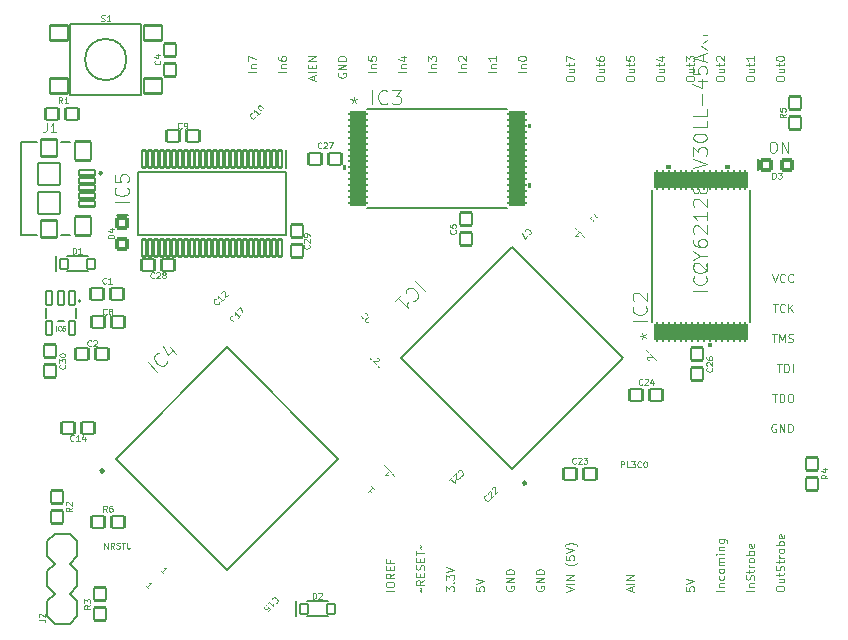
<source format=gbr>
%TF.GenerationSoftware,KiCad,Pcbnew,9.0.6*%
%TF.CreationDate,2025-12-24T16:29:09-05:00*%
%TF.ProjectId,BrainFuino,42726169-6e46-4756-996e-6f2e6b696361,rev?*%
%TF.SameCoordinates,Original*%
%TF.FileFunction,Legend,Top*%
%TF.FilePolarity,Positive*%
%FSLAX46Y46*%
G04 Gerber Fmt 4.6, Leading zero omitted, Abs format (unit mm)*
G04 Created by KiCad (PCBNEW 9.0.6) date 2025-12-24 16:29:09*
%MOMM*%
%LPD*%
G01*
G04 APERTURE LIST*
G04 Aperture macros list*
%AMRoundRect*
0 Rectangle with rounded corners*
0 $1 Rounding radius*
0 $2 $3 $4 $5 $6 $7 $8 $9 X,Y pos of 4 corners*
0 Add a 4 corners polygon primitive as box body*
4,1,4,$2,$3,$4,$5,$6,$7,$8,$9,$2,$3,0*
0 Add four circle primitives for the rounded corners*
1,1,$1+$1,$2,$3*
1,1,$1+$1,$4,$5*
1,1,$1+$1,$6,$7*
1,1,$1+$1,$8,$9*
0 Add four rect primitives between the rounded corners*
20,1,$1+$1,$2,$3,$4,$5,0*
20,1,$1+$1,$4,$5,$6,$7,0*
20,1,$1+$1,$6,$7,$8,$9,0*
20,1,$1+$1,$8,$9,$2,$3,0*%
G04 Aperture macros list end*
%ADD10C,0.081280*%
%ADD11C,0.097536*%
%ADD12C,0.071628*%
%ADD13C,0.076200*%
%ADD14C,0.029911*%
%ADD15C,0.093472*%
%ADD16C,0.121920*%
%ADD17C,0.152400*%
%ADD18C,0.000000*%
%ADD19C,0.203200*%
%ADD20C,0.254000*%
%ADD21C,0.127000*%
%ADD22C,0.200000*%
%ADD23C,0.250000*%
%ADD24RoundRect,0.101600X0.500000X-0.550000X0.500000X0.550000X-0.500000X0.550000X-0.500000X-0.550000X0*%
%ADD25RoundRect,0.101600X-0.550000X-0.500000X0.550000X-0.500000X0.550000X0.500000X-0.550000X0.500000X0*%
%ADD26RoundRect,0.101600X0.114300X-0.711200X0.114300X0.711200X-0.114300X0.711200X-0.114300X-0.711200X0*%
%ADD27RoundRect,0.101600X-0.500000X0.550000X-0.500000X-0.550000X0.500000X-0.550000X0.500000X0.550000X0*%
%ADD28RoundRect,0.180480X0.421120X-0.421120X0.421120X0.421120X-0.421120X0.421120X-0.421120X-0.421120X0*%
%ADD29RoundRect,0.101600X0.550000X0.500000X-0.550000X0.500000X-0.550000X-0.500000X0.550000X-0.500000X0*%
%ADD30RoundRect,0.101600X-0.711200X-0.114300X0.711200X-0.114300X0.711200X0.114300X-0.711200X0.114300X0*%
%ADD31RoundRect,0.101600X0.742462X-0.035355X-0.035355X0.742462X-0.742462X0.035355X0.035355X-0.742462X0*%
%ADD32RoundRect,0.101600X-0.035355X-0.742462X0.742462X0.035355X0.035355X0.742462X-0.742462X-0.035355X0*%
%ADD33RoundRect,0.101600X0.035355X0.742462X-0.742462X-0.035355X-0.035355X-0.742462X0.742462X0.035355X0*%
%ADD34RoundRect,0.101600X-0.315000X-0.415000X0.315000X-0.415000X0.315000X0.415000X-0.315000X0.415000X0*%
%ADD35RoundRect,0.101600X-0.698500X0.228600X-0.698500X-0.228600X0.698500X-0.228600X0.698500X0.228600X0*%
%ADD36RoundRect,0.101600X-0.698500X-0.800100X0.698500X-0.800100X0.698500X0.800100X-0.698500X0.800100X0*%
%ADD37RoundRect,0.101600X-0.673100X0.723900X-0.673100X-0.723900X0.673100X-0.723900X0.673100X0.723900X0*%
%ADD38RoundRect,0.101600X-0.952500X0.952500X-0.952500X-0.952500X0.952500X-0.952500X0.952500X0.952500X0*%
%ADD39RoundRect,0.101600X0.275000X0.600000X-0.275000X0.600000X-0.275000X-0.600000X0.275000X-0.600000X0*%
%ADD40RoundRect,0.101600X-0.742462X0.035355X0.035355X-0.742462X0.742462X-0.035355X-0.035355X0.742462X0*%
%ADD41C,2.082800*%
%ADD42RoundRect,0.180480X-0.421120X-0.421120X0.421120X-0.421120X0.421120X0.421120X-0.421120X0.421120X0*%
%ADD43RoundRect,0.101600X-0.150000X0.725000X-0.150000X-0.725000X0.150000X-0.725000X0.150000X0.725000X0*%
%ADD44RoundRect,0.101600X0.775000X-0.650000X0.775000X0.650000X-0.775000X0.650000X-0.775000X-0.650000X0*%
%ADD45RoundRect,0.101600X0.627557X-0.415425X-0.415425X0.627557X-0.627557X0.415425X0.415425X-0.627557X0*%
%ADD46RoundRect,0.101600X0.415425X0.627557X-0.627557X-0.415425X-0.415425X-0.627557X0.627557X0.415425X0*%
%ADD47C,3.175000*%
%ADD48C,2.133600*%
%ADD49RoundRect,0.101600X-0.415425X-0.627557X0.627557X0.415425X0.415425X0.627557X-0.627557X-0.415425X0*%
G04 APERTURE END LIST*
D10*
X176869767Y-89599261D02*
X177047809Y-89599261D01*
X177047809Y-89599261D02*
X177136830Y-89643771D01*
X177136830Y-89643771D02*
X177225851Y-89732792D01*
X177225851Y-89732792D02*
X177270361Y-89910834D01*
X177270361Y-89910834D02*
X177270361Y-90222408D01*
X177270361Y-90222408D02*
X177225851Y-90400450D01*
X177225851Y-90400450D02*
X177136830Y-90489471D01*
X177136830Y-90489471D02*
X177047809Y-90533981D01*
X177047809Y-90533981D02*
X176869767Y-90533981D01*
X176869767Y-90533981D02*
X176780746Y-90489471D01*
X176780746Y-90489471D02*
X176691725Y-90400450D01*
X176691725Y-90400450D02*
X176647214Y-90222408D01*
X176647214Y-90222408D02*
X176647214Y-89910834D01*
X176647214Y-89910834D02*
X176691725Y-89732792D01*
X176691725Y-89732792D02*
X176780746Y-89643771D01*
X176780746Y-89643771D02*
X176869767Y-89599261D01*
X177670955Y-90533981D02*
X177670955Y-89599261D01*
X177670955Y-89599261D02*
X178205081Y-90533981D01*
X178205081Y-90533981D02*
X178205081Y-89599261D01*
D11*
X119135362Y-128837944D02*
X118891522Y-129008632D01*
X119135362Y-129130552D02*
X118623298Y-129130552D01*
X118623298Y-129130552D02*
X118623298Y-128935480D01*
X118623298Y-128935480D02*
X118647682Y-128886712D01*
X118647682Y-128886712D02*
X118672066Y-128862328D01*
X118672066Y-128862328D02*
X118720834Y-128837944D01*
X118720834Y-128837944D02*
X118793986Y-128837944D01*
X118793986Y-128837944D02*
X118842754Y-128862328D01*
X118842754Y-128862328D02*
X118867138Y-128886712D01*
X118867138Y-128886712D02*
X118891522Y-128935480D01*
X118891522Y-128935480D02*
X118891522Y-129130552D01*
X118623298Y-128667256D02*
X118623298Y-128350264D01*
X118623298Y-128350264D02*
X118818370Y-128520952D01*
X118818370Y-128520952D02*
X118818370Y-128447800D01*
X118818370Y-128447800D02*
X118842754Y-128399032D01*
X118842754Y-128399032D02*
X118867138Y-128374648D01*
X118867138Y-128374648D02*
X118915906Y-128350264D01*
X118915906Y-128350264D02*
X119037826Y-128350264D01*
X119037826Y-128350264D02*
X119086594Y-128374648D01*
X119086594Y-128374648D02*
X119110978Y-128399032D01*
X119110978Y-128399032D02*
X119135362Y-128447800D01*
X119135362Y-128447800D02*
X119135362Y-128594104D01*
X119135362Y-128594104D02*
X119110978Y-128642872D01*
X119110978Y-128642872D02*
X119086594Y-128667256D01*
X126864756Y-88450094D02*
X126840372Y-88474478D01*
X126840372Y-88474478D02*
X126767220Y-88498862D01*
X126767220Y-88498862D02*
X126718452Y-88498862D01*
X126718452Y-88498862D02*
X126645300Y-88474478D01*
X126645300Y-88474478D02*
X126596532Y-88425710D01*
X126596532Y-88425710D02*
X126572148Y-88376942D01*
X126572148Y-88376942D02*
X126547764Y-88279406D01*
X126547764Y-88279406D02*
X126547764Y-88206254D01*
X126547764Y-88206254D02*
X126572148Y-88108718D01*
X126572148Y-88108718D02*
X126596532Y-88059950D01*
X126596532Y-88059950D02*
X126645300Y-88011182D01*
X126645300Y-88011182D02*
X126718452Y-87986798D01*
X126718452Y-87986798D02*
X126767220Y-87986798D01*
X126767220Y-87986798D02*
X126840372Y-88011182D01*
X126840372Y-88011182D02*
X126864756Y-88035566D01*
X127108596Y-88498862D02*
X127206132Y-88498862D01*
X127206132Y-88498862D02*
X127254900Y-88474478D01*
X127254900Y-88474478D02*
X127279284Y-88450094D01*
X127279284Y-88450094D02*
X127328052Y-88376942D01*
X127328052Y-88376942D02*
X127352436Y-88279406D01*
X127352436Y-88279406D02*
X127352436Y-88084334D01*
X127352436Y-88084334D02*
X127328052Y-88035566D01*
X127328052Y-88035566D02*
X127303668Y-88011182D01*
X127303668Y-88011182D02*
X127254900Y-87986798D01*
X127254900Y-87986798D02*
X127157364Y-87986798D01*
X127157364Y-87986798D02*
X127108596Y-88011182D01*
X127108596Y-88011182D02*
X127084212Y-88035566D01*
X127084212Y-88035566D02*
X127059828Y-88084334D01*
X127059828Y-88084334D02*
X127059828Y-88206254D01*
X127059828Y-88206254D02*
X127084212Y-88255022D01*
X127084212Y-88255022D02*
X127108596Y-88279406D01*
X127108596Y-88279406D02*
X127157364Y-88303790D01*
X127157364Y-88303790D02*
X127254900Y-88303790D01*
X127254900Y-88303790D02*
X127303668Y-88279406D01*
X127303668Y-88279406D02*
X127328052Y-88255022D01*
X127328052Y-88255022D02*
X127352436Y-88206254D01*
D12*
X166257717Y-104772750D02*
X165059345Y-104772750D01*
X166143586Y-103517313D02*
X166200652Y-103574378D01*
X166200652Y-103574378D02*
X166257717Y-103745574D01*
X166257717Y-103745574D02*
X166257717Y-103859705D01*
X166257717Y-103859705D02*
X166200652Y-104030901D01*
X166200652Y-104030901D02*
X166086521Y-104145032D01*
X166086521Y-104145032D02*
X165972390Y-104202097D01*
X165972390Y-104202097D02*
X165744129Y-104259162D01*
X165744129Y-104259162D02*
X165572933Y-104259162D01*
X165572933Y-104259162D02*
X165344672Y-104202097D01*
X165344672Y-104202097D02*
X165230541Y-104145032D01*
X165230541Y-104145032D02*
X165116410Y-104030901D01*
X165116410Y-104030901D02*
X165059345Y-103859705D01*
X165059345Y-103859705D02*
X165059345Y-103745574D01*
X165059345Y-103745574D02*
X165116410Y-103574378D01*
X165116410Y-103574378D02*
X165173476Y-103517313D01*
X165173476Y-103060790D02*
X165116410Y-103003725D01*
X165116410Y-103003725D02*
X165059345Y-102889594D01*
X165059345Y-102889594D02*
X165059345Y-102604268D01*
X165059345Y-102604268D02*
X165116410Y-102490137D01*
X165116410Y-102490137D02*
X165173476Y-102433072D01*
X165173476Y-102433072D02*
X165287606Y-102376006D01*
X165287606Y-102376006D02*
X165401737Y-102376006D01*
X165401737Y-102376006D02*
X165572933Y-102433072D01*
X165572933Y-102433072D02*
X166257717Y-103117856D01*
X166257717Y-103117856D02*
X166257717Y-102376006D01*
D13*
X171224343Y-99999259D02*
X171281191Y-100056107D01*
X171281191Y-100056107D02*
X171338038Y-100226649D01*
X171338038Y-100226649D02*
X171338038Y-100340345D01*
X171338038Y-100340345D02*
X171281191Y-100510888D01*
X171281191Y-100510888D02*
X171167495Y-100624583D01*
X171167495Y-100624583D02*
X171053800Y-100681430D01*
X171053800Y-100681430D02*
X170826410Y-100738278D01*
X170826410Y-100738278D02*
X170655867Y-100738278D01*
X170655867Y-100738278D02*
X170428476Y-100681430D01*
X170428476Y-100681430D02*
X170314781Y-100624583D01*
X170314781Y-100624583D02*
X170201086Y-100510888D01*
X170201086Y-100510888D02*
X170144238Y-100340345D01*
X170144238Y-100340345D02*
X170144238Y-100226649D01*
X170144238Y-100226649D02*
X170201086Y-100056107D01*
X170201086Y-100056107D02*
X170257933Y-99999259D01*
X170769562Y-99260240D02*
X171338038Y-99260240D01*
X170144238Y-99658173D02*
X170769562Y-99260240D01*
X170769562Y-99260240D02*
X170144238Y-98862307D01*
X170144238Y-97952745D02*
X170144238Y-98180135D01*
X170144238Y-98180135D02*
X170201086Y-98293831D01*
X170201086Y-98293831D02*
X170257933Y-98350678D01*
X170257933Y-98350678D02*
X170428476Y-98464373D01*
X170428476Y-98464373D02*
X170655867Y-98521221D01*
X170655867Y-98521221D02*
X171110648Y-98521221D01*
X171110648Y-98521221D02*
X171224343Y-98464373D01*
X171224343Y-98464373D02*
X171281191Y-98407526D01*
X171281191Y-98407526D02*
X171338038Y-98293831D01*
X171338038Y-98293831D02*
X171338038Y-98066440D01*
X171338038Y-98066440D02*
X171281191Y-97952745D01*
X171281191Y-97952745D02*
X171224343Y-97895897D01*
X171224343Y-97895897D02*
X171110648Y-97839050D01*
X171110648Y-97839050D02*
X170826410Y-97839050D01*
X170826410Y-97839050D02*
X170712714Y-97895897D01*
X170712714Y-97895897D02*
X170655867Y-97952745D01*
X170655867Y-97952745D02*
X170599019Y-98066440D01*
X170599019Y-98066440D02*
X170599019Y-98293831D01*
X170599019Y-98293831D02*
X170655867Y-98407526D01*
X170655867Y-98407526D02*
X170712714Y-98464373D01*
X170712714Y-98464373D02*
X170826410Y-98521221D01*
X170257933Y-97384269D02*
X170201086Y-97327421D01*
X170201086Y-97327421D02*
X170144238Y-97213726D01*
X170144238Y-97213726D02*
X170144238Y-96929488D01*
X170144238Y-96929488D02*
X170201086Y-96815793D01*
X170201086Y-96815793D02*
X170257933Y-96758945D01*
X170257933Y-96758945D02*
X170371629Y-96702098D01*
X170371629Y-96702098D02*
X170485324Y-96702098D01*
X170485324Y-96702098D02*
X170655867Y-96758945D01*
X170655867Y-96758945D02*
X171338038Y-97441117D01*
X171338038Y-97441117D02*
X171338038Y-96702098D01*
X171338038Y-95565146D02*
X171338038Y-96247317D01*
X171338038Y-95906231D02*
X170144238Y-95906231D01*
X170144238Y-95906231D02*
X170314781Y-96019927D01*
X170314781Y-96019927D02*
X170428476Y-96133622D01*
X170428476Y-96133622D02*
X170485324Y-96247317D01*
X170257933Y-95110365D02*
X170201086Y-95053517D01*
X170201086Y-95053517D02*
X170144238Y-94939822D01*
X170144238Y-94939822D02*
X170144238Y-94655584D01*
X170144238Y-94655584D02*
X170201086Y-94541889D01*
X170201086Y-94541889D02*
X170257933Y-94485041D01*
X170257933Y-94485041D02*
X170371629Y-94428194D01*
X170371629Y-94428194D02*
X170485324Y-94428194D01*
X170485324Y-94428194D02*
X170655867Y-94485041D01*
X170655867Y-94485041D02*
X171338038Y-95167213D01*
X171338038Y-95167213D02*
X171338038Y-94428194D01*
X170655867Y-93746023D02*
X170599019Y-93859718D01*
X170599019Y-93859718D02*
X170542171Y-93916565D01*
X170542171Y-93916565D02*
X170428476Y-93973413D01*
X170428476Y-93973413D02*
X170371629Y-93973413D01*
X170371629Y-93973413D02*
X170257933Y-93916565D01*
X170257933Y-93916565D02*
X170201086Y-93859718D01*
X170201086Y-93859718D02*
X170144238Y-93746023D01*
X170144238Y-93746023D02*
X170144238Y-93518632D01*
X170144238Y-93518632D02*
X170201086Y-93404937D01*
X170201086Y-93404937D02*
X170257933Y-93348089D01*
X170257933Y-93348089D02*
X170371629Y-93291242D01*
X170371629Y-93291242D02*
X170428476Y-93291242D01*
X170428476Y-93291242D02*
X170542171Y-93348089D01*
X170542171Y-93348089D02*
X170599019Y-93404937D01*
X170599019Y-93404937D02*
X170655867Y-93518632D01*
X170655867Y-93518632D02*
X170655867Y-93746023D01*
X170655867Y-93746023D02*
X170712714Y-93859718D01*
X170712714Y-93859718D02*
X170769562Y-93916565D01*
X170769562Y-93916565D02*
X170883257Y-93973413D01*
X170883257Y-93973413D02*
X171110648Y-93973413D01*
X171110648Y-93973413D02*
X171224343Y-93916565D01*
X171224343Y-93916565D02*
X171281191Y-93859718D01*
X171281191Y-93859718D02*
X171338038Y-93746023D01*
X171338038Y-93746023D02*
X171338038Y-93518632D01*
X171338038Y-93518632D02*
X171281191Y-93404937D01*
X171281191Y-93404937D02*
X171224343Y-93348089D01*
X171224343Y-93348089D02*
X171110648Y-93291242D01*
X171110648Y-93291242D02*
X170883257Y-93291242D01*
X170883257Y-93291242D02*
X170769562Y-93348089D01*
X170769562Y-93348089D02*
X170712714Y-93404937D01*
X170712714Y-93404937D02*
X170655867Y-93518632D01*
X170712714Y-92779613D02*
X170712714Y-92381680D01*
X171338038Y-92211137D02*
X171338038Y-92779613D01*
X171338038Y-92779613D02*
X170144238Y-92779613D01*
X170144238Y-92779613D02*
X170144238Y-92211137D01*
X170144238Y-91870051D02*
X171338038Y-91472118D01*
X171338038Y-91472118D02*
X170144238Y-91074185D01*
X170144238Y-90789947D02*
X170144238Y-90050928D01*
X170144238Y-90050928D02*
X170599019Y-90448861D01*
X170599019Y-90448861D02*
X170599019Y-90278318D01*
X170599019Y-90278318D02*
X170655867Y-90164623D01*
X170655867Y-90164623D02*
X170712714Y-90107775D01*
X170712714Y-90107775D02*
X170826410Y-90050928D01*
X170826410Y-90050928D02*
X171110648Y-90050928D01*
X171110648Y-90050928D02*
X171224343Y-90107775D01*
X171224343Y-90107775D02*
X171281191Y-90164623D01*
X171281191Y-90164623D02*
X171338038Y-90278318D01*
X171338038Y-90278318D02*
X171338038Y-90619404D01*
X171338038Y-90619404D02*
X171281191Y-90733099D01*
X171281191Y-90733099D02*
X171224343Y-90789947D01*
X170144238Y-89311909D02*
X170144238Y-89198214D01*
X170144238Y-89198214D02*
X170201086Y-89084518D01*
X170201086Y-89084518D02*
X170257933Y-89027671D01*
X170257933Y-89027671D02*
X170371629Y-88970823D01*
X170371629Y-88970823D02*
X170599019Y-88913976D01*
X170599019Y-88913976D02*
X170883257Y-88913976D01*
X170883257Y-88913976D02*
X171110648Y-88970823D01*
X171110648Y-88970823D02*
X171224343Y-89027671D01*
X171224343Y-89027671D02*
X171281191Y-89084518D01*
X171281191Y-89084518D02*
X171338038Y-89198214D01*
X171338038Y-89198214D02*
X171338038Y-89311909D01*
X171338038Y-89311909D02*
X171281191Y-89425604D01*
X171281191Y-89425604D02*
X171224343Y-89482452D01*
X171224343Y-89482452D02*
X171110648Y-89539299D01*
X171110648Y-89539299D02*
X170883257Y-89596147D01*
X170883257Y-89596147D02*
X170599019Y-89596147D01*
X170599019Y-89596147D02*
X170371629Y-89539299D01*
X170371629Y-89539299D02*
X170257933Y-89482452D01*
X170257933Y-89482452D02*
X170201086Y-89425604D01*
X170201086Y-89425604D02*
X170144238Y-89311909D01*
X171338038Y-87833871D02*
X171338038Y-88402347D01*
X171338038Y-88402347D02*
X170144238Y-88402347D01*
X171338038Y-86867461D02*
X171338038Y-87435937D01*
X171338038Y-87435937D02*
X170144238Y-87435937D01*
X170883257Y-86469527D02*
X170883257Y-85559966D01*
X170542171Y-84479861D02*
X171338038Y-84479861D01*
X170087391Y-84764099D02*
X170940105Y-85048337D01*
X170940105Y-85048337D02*
X170940105Y-84309318D01*
X170144238Y-83286061D02*
X170144238Y-83854537D01*
X170144238Y-83854537D02*
X170712714Y-83911385D01*
X170712714Y-83911385D02*
X170655867Y-83854537D01*
X170655867Y-83854537D02*
X170599019Y-83740842D01*
X170599019Y-83740842D02*
X170599019Y-83456604D01*
X170599019Y-83456604D02*
X170655867Y-83342909D01*
X170655867Y-83342909D02*
X170712714Y-83286061D01*
X170712714Y-83286061D02*
X170826410Y-83229214D01*
X170826410Y-83229214D02*
X171110648Y-83229214D01*
X171110648Y-83229214D02*
X171224343Y-83286061D01*
X171224343Y-83286061D02*
X171281191Y-83342909D01*
X171281191Y-83342909D02*
X171338038Y-83456604D01*
X171338038Y-83456604D02*
X171338038Y-83740842D01*
X171338038Y-83740842D02*
X171281191Y-83854537D01*
X171281191Y-83854537D02*
X171224343Y-83911385D01*
X170996952Y-82774433D02*
X170996952Y-82205957D01*
X171338038Y-82888128D02*
X170144238Y-82490195D01*
X170144238Y-82490195D02*
X171338038Y-82092262D01*
X170144238Y-81808024D02*
X171338038Y-81012157D01*
X170144238Y-81012157D02*
X171338038Y-81808024D01*
X171338038Y-80557376D02*
X170144238Y-80557376D01*
X171338038Y-102230830D02*
X170144238Y-102230830D01*
X171224343Y-100980183D02*
X171281191Y-101037031D01*
X171281191Y-101037031D02*
X171338038Y-101207573D01*
X171338038Y-101207573D02*
X171338038Y-101321269D01*
X171338038Y-101321269D02*
X171281191Y-101491812D01*
X171281191Y-101491812D02*
X171167495Y-101605507D01*
X171167495Y-101605507D02*
X171053800Y-101662354D01*
X171053800Y-101662354D02*
X170826410Y-101719202D01*
X170826410Y-101719202D02*
X170655867Y-101719202D01*
X170655867Y-101719202D02*
X170428476Y-101662354D01*
X170428476Y-101662354D02*
X170314781Y-101605507D01*
X170314781Y-101605507D02*
X170201086Y-101491812D01*
X170201086Y-101491812D02*
X170144238Y-101321269D01*
X170144238Y-101321269D02*
X170144238Y-101207573D01*
X170144238Y-101207573D02*
X170201086Y-101037031D01*
X170201086Y-101037031D02*
X170257933Y-100980183D01*
X170257933Y-100525402D02*
X170201086Y-100468554D01*
X170201086Y-100468554D02*
X170144238Y-100354859D01*
X170144238Y-100354859D02*
X170144238Y-100070621D01*
X170144238Y-100070621D02*
X170201086Y-99956926D01*
X170201086Y-99956926D02*
X170257933Y-99900078D01*
X170257933Y-99900078D02*
X170371629Y-99843231D01*
X170371629Y-99843231D02*
X170485324Y-99843231D01*
X170485324Y-99843231D02*
X170655867Y-99900078D01*
X170655867Y-99900078D02*
X171338038Y-100582250D01*
X171338038Y-100582250D02*
X171338038Y-99843231D01*
X165648438Y-106048088D02*
X165932676Y-106048088D01*
X165818981Y-106332326D02*
X165932676Y-106048088D01*
X165932676Y-106048088D02*
X165818981Y-105763849D01*
X166160067Y-106218630D02*
X165932676Y-106048088D01*
X165932676Y-106048088D02*
X166160067Y-105877545D01*
X165648438Y-106048088D02*
X165932676Y-106048088D01*
X165818981Y-106332326D02*
X165932676Y-106048088D01*
X165932676Y-106048088D02*
X165818981Y-105763849D01*
X166160067Y-106218630D02*
X165932676Y-106048088D01*
X165932676Y-106048088D02*
X166160067Y-105877545D01*
D11*
X120526556Y-120937862D02*
X120355868Y-120694022D01*
X120233948Y-120937862D02*
X120233948Y-120425798D01*
X120233948Y-120425798D02*
X120429020Y-120425798D01*
X120429020Y-120425798D02*
X120477788Y-120450182D01*
X120477788Y-120450182D02*
X120502172Y-120474566D01*
X120502172Y-120474566D02*
X120526556Y-120523334D01*
X120526556Y-120523334D02*
X120526556Y-120596486D01*
X120526556Y-120596486D02*
X120502172Y-120645254D01*
X120502172Y-120645254D02*
X120477788Y-120669638D01*
X120477788Y-120669638D02*
X120429020Y-120694022D01*
X120429020Y-120694022D02*
X120233948Y-120694022D01*
X120965468Y-120425798D02*
X120867932Y-120425798D01*
X120867932Y-120425798D02*
X120819164Y-120450182D01*
X120819164Y-120450182D02*
X120794780Y-120474566D01*
X120794780Y-120474566D02*
X120746012Y-120547718D01*
X120746012Y-120547718D02*
X120721628Y-120645254D01*
X120721628Y-120645254D02*
X120721628Y-120840326D01*
X120721628Y-120840326D02*
X120746012Y-120889094D01*
X120746012Y-120889094D02*
X120770396Y-120913478D01*
X120770396Y-120913478D02*
X120819164Y-120937862D01*
X120819164Y-120937862D02*
X120916700Y-120937862D01*
X120916700Y-120937862D02*
X120965468Y-120913478D01*
X120965468Y-120913478D02*
X120989852Y-120889094D01*
X120989852Y-120889094D02*
X121014236Y-120840326D01*
X121014236Y-120840326D02*
X121014236Y-120718406D01*
X121014236Y-120718406D02*
X120989852Y-120669638D01*
X120989852Y-120669638D02*
X120965468Y-120645254D01*
X120965468Y-120645254D02*
X120916700Y-120620870D01*
X120916700Y-120620870D02*
X120819164Y-120620870D01*
X120819164Y-120620870D02*
X120770396Y-120645254D01*
X120770396Y-120645254D02*
X120746012Y-120669638D01*
X120746012Y-120669638D02*
X120721628Y-120718406D01*
X125016594Y-82736944D02*
X125040978Y-82761328D01*
X125040978Y-82761328D02*
X125065362Y-82834480D01*
X125065362Y-82834480D02*
X125065362Y-82883248D01*
X125065362Y-82883248D02*
X125040978Y-82956400D01*
X125040978Y-82956400D02*
X124992210Y-83005168D01*
X124992210Y-83005168D02*
X124943442Y-83029552D01*
X124943442Y-83029552D02*
X124845906Y-83053936D01*
X124845906Y-83053936D02*
X124772754Y-83053936D01*
X124772754Y-83053936D02*
X124675218Y-83029552D01*
X124675218Y-83029552D02*
X124626450Y-83005168D01*
X124626450Y-83005168D02*
X124577682Y-82956400D01*
X124577682Y-82956400D02*
X124553298Y-82883248D01*
X124553298Y-82883248D02*
X124553298Y-82834480D01*
X124553298Y-82834480D02*
X124577682Y-82761328D01*
X124577682Y-82761328D02*
X124602066Y-82736944D01*
X124723986Y-82298032D02*
X125065362Y-82298032D01*
X124528914Y-82419952D02*
X124894674Y-82541872D01*
X124894674Y-82541872D02*
X124894674Y-82224880D01*
X181544476Y-117788944D02*
X181300636Y-117959632D01*
X181544476Y-118081552D02*
X181032412Y-118081552D01*
X181032412Y-118081552D02*
X181032412Y-117886480D01*
X181032412Y-117886480D02*
X181056796Y-117837712D01*
X181056796Y-117837712D02*
X181081180Y-117813328D01*
X181081180Y-117813328D02*
X181129948Y-117788944D01*
X181129948Y-117788944D02*
X181203100Y-117788944D01*
X181203100Y-117788944D02*
X181251868Y-117813328D01*
X181251868Y-117813328D02*
X181276252Y-117837712D01*
X181276252Y-117837712D02*
X181300636Y-117886480D01*
X181300636Y-117886480D02*
X181300636Y-118081552D01*
X181203100Y-117350032D02*
X181544476Y-117350032D01*
X181008028Y-117471952D02*
X181373788Y-117593872D01*
X181373788Y-117593872D02*
X181373788Y-117276880D01*
X176875948Y-92733376D02*
X176875948Y-92221312D01*
X176875948Y-92221312D02*
X176997868Y-92221312D01*
X176997868Y-92221312D02*
X177071020Y-92245696D01*
X177071020Y-92245696D02*
X177119788Y-92294464D01*
X177119788Y-92294464D02*
X177144172Y-92343232D01*
X177144172Y-92343232D02*
X177168556Y-92440768D01*
X177168556Y-92440768D02*
X177168556Y-92513920D01*
X177168556Y-92513920D02*
X177144172Y-92611456D01*
X177144172Y-92611456D02*
X177119788Y-92660224D01*
X177119788Y-92660224D02*
X177071020Y-92708992D01*
X177071020Y-92708992D02*
X176997868Y-92733376D01*
X176997868Y-92733376D02*
X176875948Y-92733376D01*
X177339244Y-92221312D02*
X177656236Y-92221312D01*
X177656236Y-92221312D02*
X177485548Y-92416384D01*
X177485548Y-92416384D02*
X177558700Y-92416384D01*
X177558700Y-92416384D02*
X177607468Y-92440768D01*
X177607468Y-92440768D02*
X177631852Y-92465152D01*
X177631852Y-92465152D02*
X177656236Y-92513920D01*
X177656236Y-92513920D02*
X177656236Y-92635840D01*
X177656236Y-92635840D02*
X177631852Y-92684608D01*
X177631852Y-92684608D02*
X177607468Y-92708992D01*
X177607468Y-92708992D02*
X177558700Y-92733376D01*
X177558700Y-92733376D02*
X177412396Y-92733376D01*
X177412396Y-92733376D02*
X177363628Y-92708992D01*
X177363628Y-92708992D02*
X177339244Y-92684608D01*
X116767356Y-86357976D02*
X116596668Y-86114136D01*
X116474748Y-86357976D02*
X116474748Y-85845912D01*
X116474748Y-85845912D02*
X116669820Y-85845912D01*
X116669820Y-85845912D02*
X116718588Y-85870296D01*
X116718588Y-85870296D02*
X116742972Y-85894680D01*
X116742972Y-85894680D02*
X116767356Y-85943448D01*
X116767356Y-85943448D02*
X116767356Y-86016600D01*
X116767356Y-86016600D02*
X116742972Y-86065368D01*
X116742972Y-86065368D02*
X116718588Y-86089752D01*
X116718588Y-86089752D02*
X116669820Y-86114136D01*
X116669820Y-86114136D02*
X116474748Y-86114136D01*
X117255036Y-86357976D02*
X116962428Y-86357976D01*
X117108732Y-86357976D02*
X117108732Y-85845912D01*
X117108732Y-85845912D02*
X117059964Y-85919064D01*
X117059964Y-85919064D02*
X117011196Y-85967832D01*
X117011196Y-85967832D02*
X116962428Y-85992216D01*
D12*
X143016949Y-86438217D02*
X143016949Y-85239845D01*
X144272386Y-86324086D02*
X144215321Y-86381152D01*
X144215321Y-86381152D02*
X144044125Y-86438217D01*
X144044125Y-86438217D02*
X143929994Y-86438217D01*
X143929994Y-86438217D02*
X143758798Y-86381152D01*
X143758798Y-86381152D02*
X143644668Y-86267021D01*
X143644668Y-86267021D02*
X143587602Y-86152890D01*
X143587602Y-86152890D02*
X143530537Y-85924629D01*
X143530537Y-85924629D02*
X143530537Y-85753433D01*
X143530537Y-85753433D02*
X143587602Y-85525172D01*
X143587602Y-85525172D02*
X143644668Y-85411041D01*
X143644668Y-85411041D02*
X143758798Y-85296910D01*
X143758798Y-85296910D02*
X143929994Y-85239845D01*
X143929994Y-85239845D02*
X144044125Y-85239845D01*
X144044125Y-85239845D02*
X144215321Y-85296910D01*
X144215321Y-85296910D02*
X144272386Y-85353976D01*
X144671844Y-85239845D02*
X145413693Y-85239845D01*
X145413693Y-85239845D02*
X145014236Y-85696368D01*
X145014236Y-85696368D02*
X145185432Y-85696368D01*
X145185432Y-85696368D02*
X145299562Y-85753433D01*
X145299562Y-85753433D02*
X145356628Y-85810498D01*
X145356628Y-85810498D02*
X145413693Y-85924629D01*
X145413693Y-85924629D02*
X145413693Y-86209956D01*
X145413693Y-86209956D02*
X145356628Y-86324086D01*
X145356628Y-86324086D02*
X145299562Y-86381152D01*
X145299562Y-86381152D02*
X145185432Y-86438217D01*
X145185432Y-86438217D02*
X144843040Y-86438217D01*
X144843040Y-86438217D02*
X144728909Y-86381152D01*
X144728909Y-86381152D02*
X144671844Y-86324086D01*
D13*
X141436811Y-85828938D02*
X141436811Y-86113176D01*
X141152573Y-85999481D02*
X141436811Y-86113176D01*
X141436811Y-86113176D02*
X141721050Y-85999481D01*
X141266269Y-86340567D02*
X141436811Y-86113176D01*
X141436811Y-86113176D02*
X141607354Y-86340567D01*
D11*
X120514756Y-104198094D02*
X120490372Y-104222478D01*
X120490372Y-104222478D02*
X120417220Y-104246862D01*
X120417220Y-104246862D02*
X120368452Y-104246862D01*
X120368452Y-104246862D02*
X120295300Y-104222478D01*
X120295300Y-104222478D02*
X120246532Y-104173710D01*
X120246532Y-104173710D02*
X120222148Y-104124942D01*
X120222148Y-104124942D02*
X120197764Y-104027406D01*
X120197764Y-104027406D02*
X120197764Y-103954254D01*
X120197764Y-103954254D02*
X120222148Y-103856718D01*
X120222148Y-103856718D02*
X120246532Y-103807950D01*
X120246532Y-103807950D02*
X120295300Y-103759182D01*
X120295300Y-103759182D02*
X120368452Y-103734798D01*
X120368452Y-103734798D02*
X120417220Y-103734798D01*
X120417220Y-103734798D02*
X120490372Y-103759182D01*
X120490372Y-103759182D02*
X120514756Y-103783566D01*
X120807364Y-103954254D02*
X120758596Y-103929870D01*
X120758596Y-103929870D02*
X120734212Y-103905486D01*
X120734212Y-103905486D02*
X120709828Y-103856718D01*
X120709828Y-103856718D02*
X120709828Y-103832334D01*
X120709828Y-103832334D02*
X120734212Y-103783566D01*
X120734212Y-103783566D02*
X120758596Y-103759182D01*
X120758596Y-103759182D02*
X120807364Y-103734798D01*
X120807364Y-103734798D02*
X120904900Y-103734798D01*
X120904900Y-103734798D02*
X120953668Y-103759182D01*
X120953668Y-103759182D02*
X120978052Y-103783566D01*
X120978052Y-103783566D02*
X121002436Y-103832334D01*
X121002436Y-103832334D02*
X121002436Y-103856718D01*
X121002436Y-103856718D02*
X120978052Y-103905486D01*
X120978052Y-103905486D02*
X120953668Y-103929870D01*
X120953668Y-103929870D02*
X120904900Y-103954254D01*
X120904900Y-103954254D02*
X120807364Y-103954254D01*
X120807364Y-103954254D02*
X120758596Y-103978638D01*
X120758596Y-103978638D02*
X120734212Y-104003022D01*
X120734212Y-104003022D02*
X120709828Y-104051790D01*
X120709828Y-104051790D02*
X120709828Y-104149326D01*
X120709828Y-104149326D02*
X120734212Y-104198094D01*
X120734212Y-104198094D02*
X120758596Y-104222478D01*
X120758596Y-104222478D02*
X120807364Y-104246862D01*
X120807364Y-104246862D02*
X120904900Y-104246862D01*
X120904900Y-104246862D02*
X120953668Y-104222478D01*
X120953668Y-104222478D02*
X120978052Y-104198094D01*
X120978052Y-104198094D02*
X121002436Y-104149326D01*
X121002436Y-104149326D02*
X121002436Y-104051790D01*
X121002436Y-104051790D02*
X120978052Y-104003022D01*
X120978052Y-104003022D02*
X120953668Y-103978638D01*
X120953668Y-103978638D02*
X120904900Y-103954254D01*
X142985897Y-108046662D02*
X142951413Y-108046662D01*
X142951413Y-108046662D02*
X142882445Y-108012178D01*
X142882445Y-108012178D02*
X142847961Y-107977694D01*
X142847961Y-107977694D02*
X142813477Y-107908725D01*
X142813477Y-107908725D02*
X142813477Y-107839757D01*
X142813477Y-107839757D02*
X142830719Y-107788031D01*
X142830719Y-107788031D02*
X142882445Y-107701820D01*
X142882445Y-107701820D02*
X142934171Y-107650094D01*
X142934171Y-107650094D02*
X143020382Y-107598368D01*
X143020382Y-107598368D02*
X143072108Y-107581126D01*
X143072108Y-107581126D02*
X143141076Y-107581126D01*
X143141076Y-107581126D02*
X143210045Y-107615610D01*
X143210045Y-107615610D02*
X143244529Y-107650094D01*
X143244529Y-107650094D02*
X143279013Y-107719062D01*
X143279013Y-107719062D02*
X143279013Y-107753547D01*
X143416950Y-107891483D02*
X143451434Y-107891483D01*
X143451434Y-107891483D02*
X143503160Y-107908725D01*
X143503160Y-107908725D02*
X143589371Y-107994936D01*
X143589371Y-107994936D02*
X143606613Y-108046662D01*
X143606613Y-108046662D02*
X143606613Y-108081146D01*
X143606613Y-108081146D02*
X143589371Y-108132873D01*
X143589371Y-108132873D02*
X143554886Y-108167357D01*
X143554886Y-108167357D02*
X143485918Y-108201841D01*
X143485918Y-108201841D02*
X143072108Y-108201841D01*
X143072108Y-108201841D02*
X143296255Y-108425988D01*
X143882486Y-108288051D02*
X143916970Y-108322536D01*
X143916970Y-108322536D02*
X143934212Y-108374262D01*
X143934212Y-108374262D02*
X143934212Y-108408746D01*
X143934212Y-108408746D02*
X143916970Y-108460472D01*
X143916970Y-108460472D02*
X143865244Y-108546683D01*
X143865244Y-108546683D02*
X143779034Y-108632893D01*
X143779034Y-108632893D02*
X143692823Y-108684619D01*
X143692823Y-108684619D02*
X143641097Y-108701862D01*
X143641097Y-108701862D02*
X143606613Y-108701862D01*
X143606613Y-108701862D02*
X143554886Y-108684619D01*
X143554886Y-108684619D02*
X143520402Y-108650135D01*
X143520402Y-108650135D02*
X143503160Y-108598409D01*
X143503160Y-108598409D02*
X143503160Y-108563925D01*
X143503160Y-108563925D02*
X143520402Y-108512199D01*
X143520402Y-108512199D02*
X143572129Y-108425988D01*
X143572129Y-108425988D02*
X143658339Y-108339778D01*
X143658339Y-108339778D02*
X143744549Y-108288051D01*
X143744549Y-108288051D02*
X143796276Y-108270809D01*
X143796276Y-108270809D02*
X143830760Y-108270809D01*
X143830760Y-108270809D02*
X143882486Y-108288051D01*
X124538116Y-101120608D02*
X124513732Y-101144992D01*
X124513732Y-101144992D02*
X124440580Y-101169376D01*
X124440580Y-101169376D02*
X124391812Y-101169376D01*
X124391812Y-101169376D02*
X124318660Y-101144992D01*
X124318660Y-101144992D02*
X124269892Y-101096224D01*
X124269892Y-101096224D02*
X124245508Y-101047456D01*
X124245508Y-101047456D02*
X124221124Y-100949920D01*
X124221124Y-100949920D02*
X124221124Y-100876768D01*
X124221124Y-100876768D02*
X124245508Y-100779232D01*
X124245508Y-100779232D02*
X124269892Y-100730464D01*
X124269892Y-100730464D02*
X124318660Y-100681696D01*
X124318660Y-100681696D02*
X124391812Y-100657312D01*
X124391812Y-100657312D02*
X124440580Y-100657312D01*
X124440580Y-100657312D02*
X124513732Y-100681696D01*
X124513732Y-100681696D02*
X124538116Y-100706080D01*
X124733188Y-100706080D02*
X124757572Y-100681696D01*
X124757572Y-100681696D02*
X124806340Y-100657312D01*
X124806340Y-100657312D02*
X124928260Y-100657312D01*
X124928260Y-100657312D02*
X124977028Y-100681696D01*
X124977028Y-100681696D02*
X125001412Y-100706080D01*
X125001412Y-100706080D02*
X125025796Y-100754848D01*
X125025796Y-100754848D02*
X125025796Y-100803616D01*
X125025796Y-100803616D02*
X125001412Y-100876768D01*
X125001412Y-100876768D02*
X124708804Y-101169376D01*
X124708804Y-101169376D02*
X125025796Y-101169376D01*
X125318404Y-100876768D02*
X125269636Y-100852384D01*
X125269636Y-100852384D02*
X125245252Y-100828000D01*
X125245252Y-100828000D02*
X125220868Y-100779232D01*
X125220868Y-100779232D02*
X125220868Y-100754848D01*
X125220868Y-100754848D02*
X125245252Y-100706080D01*
X125245252Y-100706080D02*
X125269636Y-100681696D01*
X125269636Y-100681696D02*
X125318404Y-100657312D01*
X125318404Y-100657312D02*
X125415940Y-100657312D01*
X125415940Y-100657312D02*
X125464708Y-100681696D01*
X125464708Y-100681696D02*
X125489092Y-100706080D01*
X125489092Y-100706080D02*
X125513476Y-100754848D01*
X125513476Y-100754848D02*
X125513476Y-100779232D01*
X125513476Y-100779232D02*
X125489092Y-100828000D01*
X125489092Y-100828000D02*
X125464708Y-100852384D01*
X125464708Y-100852384D02*
X125415940Y-100876768D01*
X125415940Y-100876768D02*
X125318404Y-100876768D01*
X125318404Y-100876768D02*
X125269636Y-100901152D01*
X125269636Y-100901152D02*
X125245252Y-100925536D01*
X125245252Y-100925536D02*
X125220868Y-100974304D01*
X125220868Y-100974304D02*
X125220868Y-101071840D01*
X125220868Y-101071840D02*
X125245252Y-101120608D01*
X125245252Y-101120608D02*
X125269636Y-101144992D01*
X125269636Y-101144992D02*
X125318404Y-101169376D01*
X125318404Y-101169376D02*
X125415940Y-101169376D01*
X125415940Y-101169376D02*
X125464708Y-101144992D01*
X125464708Y-101144992D02*
X125489092Y-101120608D01*
X125489092Y-101120608D02*
X125513476Y-101071840D01*
X125513476Y-101071840D02*
X125513476Y-100974304D01*
X125513476Y-100974304D02*
X125489092Y-100925536D01*
X125489092Y-100925536D02*
X125464708Y-100901152D01*
X125464708Y-100901152D02*
X125415940Y-100876768D01*
X133095552Y-87484596D02*
X133095552Y-87519080D01*
X133095552Y-87519080D02*
X133061068Y-87588048D01*
X133061068Y-87588048D02*
X133026584Y-87622532D01*
X133026584Y-87622532D02*
X132957615Y-87657016D01*
X132957615Y-87657016D02*
X132888647Y-87657016D01*
X132888647Y-87657016D02*
X132836921Y-87639774D01*
X132836921Y-87639774D02*
X132750710Y-87588048D01*
X132750710Y-87588048D02*
X132698984Y-87536322D01*
X132698984Y-87536322D02*
X132647258Y-87450111D01*
X132647258Y-87450111D02*
X132630016Y-87398385D01*
X132630016Y-87398385D02*
X132630016Y-87329417D01*
X132630016Y-87329417D02*
X132664500Y-87260448D01*
X132664500Y-87260448D02*
X132698984Y-87225964D01*
X132698984Y-87225964D02*
X132767952Y-87191480D01*
X132767952Y-87191480D02*
X132802437Y-87191480D01*
X133474878Y-87174238D02*
X133267973Y-87381143D01*
X133371426Y-87277690D02*
X133009342Y-86915607D01*
X133009342Y-86915607D02*
X133026584Y-87001817D01*
X133026584Y-87001817D02*
X133026584Y-87070785D01*
X133026584Y-87070785D02*
X133009342Y-87122512D01*
X133336941Y-86588007D02*
X133371426Y-86553523D01*
X133371426Y-86553523D02*
X133423152Y-86536281D01*
X133423152Y-86536281D02*
X133457636Y-86536281D01*
X133457636Y-86536281D02*
X133509362Y-86553523D01*
X133509362Y-86553523D02*
X133595573Y-86605249D01*
X133595573Y-86605249D02*
X133681783Y-86691459D01*
X133681783Y-86691459D02*
X133733509Y-86777670D01*
X133733509Y-86777670D02*
X133750752Y-86829396D01*
X133750752Y-86829396D02*
X133750752Y-86863880D01*
X133750752Y-86863880D02*
X133733509Y-86915607D01*
X133733509Y-86915607D02*
X133699025Y-86950091D01*
X133699025Y-86950091D02*
X133647299Y-86967333D01*
X133647299Y-86967333D02*
X133612815Y-86967333D01*
X133612815Y-86967333D02*
X133561089Y-86950091D01*
X133561089Y-86950091D02*
X133474878Y-86898364D01*
X133474878Y-86898364D02*
X133388668Y-86812154D01*
X133388668Y-86812154D02*
X133336941Y-86725944D01*
X133336941Y-86725944D02*
X133319699Y-86674217D01*
X133319699Y-86674217D02*
X133319699Y-86639733D01*
X133319699Y-86639733D02*
X133336941Y-86588007D01*
X134520640Y-128364610D02*
X134520640Y-128330126D01*
X134520640Y-128330126D02*
X134555124Y-128261158D01*
X134555124Y-128261158D02*
X134589608Y-128226674D01*
X134589608Y-128226674D02*
X134658577Y-128192190D01*
X134658577Y-128192190D02*
X134727545Y-128192190D01*
X134727545Y-128192190D02*
X134779271Y-128209432D01*
X134779271Y-128209432D02*
X134865482Y-128261158D01*
X134865482Y-128261158D02*
X134917208Y-128312884D01*
X134917208Y-128312884D02*
X134968934Y-128399095D01*
X134968934Y-128399095D02*
X134986176Y-128450821D01*
X134986176Y-128450821D02*
X134986176Y-128519789D01*
X134986176Y-128519789D02*
X134951692Y-128588758D01*
X134951692Y-128588758D02*
X134917208Y-128623242D01*
X134917208Y-128623242D02*
X134848240Y-128657726D01*
X134848240Y-128657726D02*
X134813755Y-128657726D01*
X134141314Y-128674968D02*
X134348219Y-128468063D01*
X134244766Y-128571516D02*
X134606850Y-128933599D01*
X134606850Y-128933599D02*
X134589608Y-128847389D01*
X134589608Y-128847389D02*
X134589608Y-128778421D01*
X134589608Y-128778421D02*
X134606850Y-128726694D01*
X134175798Y-129364652D02*
X134348219Y-129192231D01*
X134348219Y-129192231D02*
X134193040Y-129002568D01*
X134193040Y-129002568D02*
X134193040Y-129037052D01*
X134193040Y-129037052D02*
X134175798Y-129088778D01*
X134175798Y-129088778D02*
X134089588Y-129174989D01*
X134089588Y-129174989D02*
X134037861Y-129192231D01*
X134037861Y-129192231D02*
X134003377Y-129192231D01*
X134003377Y-129192231D02*
X133951651Y-129174989D01*
X133951651Y-129174989D02*
X133865440Y-129088778D01*
X133865440Y-129088778D02*
X133848198Y-129037052D01*
X133848198Y-129037052D02*
X133848198Y-129002568D01*
X133848198Y-129002568D02*
X133865440Y-128950842D01*
X133865440Y-128950842D02*
X133951651Y-128864631D01*
X133951651Y-128864631D02*
X134003377Y-128847389D01*
X134003377Y-128847389D02*
X134037861Y-128847389D01*
X117643148Y-99093862D02*
X117643148Y-98581798D01*
X117643148Y-98581798D02*
X117765068Y-98581798D01*
X117765068Y-98581798D02*
X117838220Y-98606182D01*
X117838220Y-98606182D02*
X117886988Y-98654950D01*
X117886988Y-98654950D02*
X117911372Y-98703718D01*
X117911372Y-98703718D02*
X117935756Y-98801254D01*
X117935756Y-98801254D02*
X117935756Y-98874406D01*
X117935756Y-98874406D02*
X117911372Y-98971942D01*
X117911372Y-98971942D02*
X117886988Y-99020710D01*
X117886988Y-99020710D02*
X117838220Y-99069478D01*
X117838220Y-99069478D02*
X117765068Y-99093862D01*
X117765068Y-99093862D02*
X117643148Y-99093862D01*
X118423436Y-99093862D02*
X118130828Y-99093862D01*
X118277132Y-99093862D02*
X118277132Y-98581798D01*
X118277132Y-98581798D02*
X118228364Y-98654950D01*
X118228364Y-98654950D02*
X118179596Y-98703718D01*
X118179596Y-98703718D02*
X118130828Y-98728102D01*
D12*
X115422970Y-88004272D02*
X115422970Y-88588109D01*
X115422970Y-88588109D02*
X115384047Y-88704877D01*
X115384047Y-88704877D02*
X115306202Y-88782722D01*
X115306202Y-88782722D02*
X115189435Y-88821644D01*
X115189435Y-88821644D02*
X115111590Y-88821644D01*
X116240342Y-88821644D02*
X115773272Y-88821644D01*
X116006807Y-88821644D02*
X116006807Y-88004272D01*
X116006807Y-88004272D02*
X115928962Y-88121039D01*
X115928962Y-88121039D02*
X115851117Y-88198884D01*
X115851117Y-88198884D02*
X115773272Y-88237807D01*
D11*
X131444552Y-104629596D02*
X131444552Y-104664080D01*
X131444552Y-104664080D02*
X131410068Y-104733048D01*
X131410068Y-104733048D02*
X131375584Y-104767532D01*
X131375584Y-104767532D02*
X131306615Y-104802016D01*
X131306615Y-104802016D02*
X131237647Y-104802016D01*
X131237647Y-104802016D02*
X131185921Y-104784774D01*
X131185921Y-104784774D02*
X131099710Y-104733048D01*
X131099710Y-104733048D02*
X131047984Y-104681322D01*
X131047984Y-104681322D02*
X130996258Y-104595111D01*
X130996258Y-104595111D02*
X130979016Y-104543385D01*
X130979016Y-104543385D02*
X130979016Y-104474417D01*
X130979016Y-104474417D02*
X131013500Y-104405448D01*
X131013500Y-104405448D02*
X131047984Y-104370964D01*
X131047984Y-104370964D02*
X131116952Y-104336480D01*
X131116952Y-104336480D02*
X131151437Y-104336480D01*
X131823878Y-104319238D02*
X131616973Y-104526143D01*
X131720426Y-104422690D02*
X131358342Y-104060607D01*
X131358342Y-104060607D02*
X131375584Y-104146817D01*
X131375584Y-104146817D02*
X131375584Y-104215785D01*
X131375584Y-104215785D02*
X131358342Y-104267512D01*
X131582489Y-103836459D02*
X131823878Y-103595070D01*
X131823878Y-103595070D02*
X132030783Y-104112333D01*
X138685916Y-90119208D02*
X138661532Y-90143592D01*
X138661532Y-90143592D02*
X138588380Y-90167976D01*
X138588380Y-90167976D02*
X138539612Y-90167976D01*
X138539612Y-90167976D02*
X138466460Y-90143592D01*
X138466460Y-90143592D02*
X138417692Y-90094824D01*
X138417692Y-90094824D02*
X138393308Y-90046056D01*
X138393308Y-90046056D02*
X138368924Y-89948520D01*
X138368924Y-89948520D02*
X138368924Y-89875368D01*
X138368924Y-89875368D02*
X138393308Y-89777832D01*
X138393308Y-89777832D02*
X138417692Y-89729064D01*
X138417692Y-89729064D02*
X138466460Y-89680296D01*
X138466460Y-89680296D02*
X138539612Y-89655912D01*
X138539612Y-89655912D02*
X138588380Y-89655912D01*
X138588380Y-89655912D02*
X138661532Y-89680296D01*
X138661532Y-89680296D02*
X138685916Y-89704680D01*
X138880988Y-89704680D02*
X138905372Y-89680296D01*
X138905372Y-89680296D02*
X138954140Y-89655912D01*
X138954140Y-89655912D02*
X139076060Y-89655912D01*
X139076060Y-89655912D02*
X139124828Y-89680296D01*
X139124828Y-89680296D02*
X139149212Y-89704680D01*
X139149212Y-89704680D02*
X139173596Y-89753448D01*
X139173596Y-89753448D02*
X139173596Y-89802216D01*
X139173596Y-89802216D02*
X139149212Y-89875368D01*
X139149212Y-89875368D02*
X138856604Y-90167976D01*
X138856604Y-90167976D02*
X139173596Y-90167976D01*
X139344284Y-89655912D02*
X139685660Y-89655912D01*
X139685660Y-89655912D02*
X139466204Y-90167976D01*
D14*
X116236932Y-105599661D02*
X116236932Y-105223172D01*
X116631348Y-105563804D02*
X116613420Y-105581733D01*
X116613420Y-105581733D02*
X116559636Y-105599661D01*
X116559636Y-105599661D02*
X116523780Y-105599661D01*
X116523780Y-105599661D02*
X116469996Y-105581733D01*
X116469996Y-105581733D02*
X116434140Y-105545876D01*
X116434140Y-105545876D02*
X116416212Y-105510020D01*
X116416212Y-105510020D02*
X116398284Y-105438308D01*
X116398284Y-105438308D02*
X116398284Y-105384524D01*
X116398284Y-105384524D02*
X116416212Y-105312812D01*
X116416212Y-105312812D02*
X116434140Y-105276956D01*
X116434140Y-105276956D02*
X116469996Y-105241100D01*
X116469996Y-105241100D02*
X116523780Y-105223172D01*
X116523780Y-105223172D02*
X116559636Y-105223172D01*
X116559636Y-105223172D02*
X116613420Y-105241100D01*
X116613420Y-105241100D02*
X116631348Y-105259028D01*
X116954053Y-105223172D02*
X116882341Y-105223172D01*
X116882341Y-105223172D02*
X116846485Y-105241100D01*
X116846485Y-105241100D02*
X116828557Y-105259028D01*
X116828557Y-105259028D02*
X116792701Y-105312812D01*
X116792701Y-105312812D02*
X116774773Y-105384524D01*
X116774773Y-105384524D02*
X116774773Y-105527948D01*
X116774773Y-105527948D02*
X116792701Y-105563804D01*
X116792701Y-105563804D02*
X116810629Y-105581733D01*
X116810629Y-105581733D02*
X116846485Y-105599661D01*
X116846485Y-105599661D02*
X116918197Y-105599661D01*
X116918197Y-105599661D02*
X116954053Y-105581733D01*
X116954053Y-105581733D02*
X116971981Y-105563804D01*
X116971981Y-105563804D02*
X116989909Y-105527948D01*
X116989909Y-105527948D02*
X116989909Y-105438308D01*
X116989909Y-105438308D02*
X116971981Y-105402452D01*
X116971981Y-105402452D02*
X116954053Y-105384524D01*
X116954053Y-105384524D02*
X116918197Y-105366596D01*
X116918197Y-105366596D02*
X116846485Y-105366596D01*
X116846485Y-105366596D02*
X116810629Y-105384524D01*
X116810629Y-105384524D02*
X116792701Y-105402452D01*
X116792701Y-105402452D02*
X116774773Y-105438308D01*
D11*
X155938225Y-97168024D02*
X155938225Y-97133540D01*
X155938225Y-97133540D02*
X155972709Y-97064572D01*
X155972709Y-97064572D02*
X156007193Y-97030088D01*
X156007193Y-97030088D02*
X156076162Y-96995603D01*
X156076162Y-96995603D02*
X156145130Y-96995603D01*
X156145130Y-96995603D02*
X156196856Y-97012846D01*
X156196856Y-97012846D02*
X156283067Y-97064572D01*
X156283067Y-97064572D02*
X156334793Y-97116298D01*
X156334793Y-97116298D02*
X156386519Y-97202509D01*
X156386519Y-97202509D02*
X156403761Y-97254235D01*
X156403761Y-97254235D02*
X156403761Y-97323203D01*
X156403761Y-97323203D02*
X156369277Y-97392172D01*
X156369277Y-97392172D02*
X156334793Y-97426656D01*
X156334793Y-97426656D02*
X156265825Y-97461140D01*
X156265825Y-97461140D02*
X156231341Y-97461140D01*
X156145130Y-97616319D02*
X155903741Y-97857708D01*
X155903741Y-97857708D02*
X155696836Y-97340445D01*
X144657298Y-117733938D02*
X144691782Y-117733938D01*
X144691782Y-117733938D02*
X144760750Y-117768422D01*
X144760750Y-117768422D02*
X144795234Y-117802906D01*
X144795234Y-117802906D02*
X144829718Y-117871875D01*
X144829718Y-117871875D02*
X144829718Y-117940843D01*
X144829718Y-117940843D02*
X144812476Y-117992569D01*
X144812476Y-117992569D02*
X144760750Y-118078780D01*
X144760750Y-118078780D02*
X144709024Y-118130506D01*
X144709024Y-118130506D02*
X144622813Y-118182232D01*
X144622813Y-118182232D02*
X144571087Y-118199474D01*
X144571087Y-118199474D02*
X144502119Y-118199474D01*
X144502119Y-118199474D02*
X144433150Y-118164990D01*
X144433150Y-118164990D02*
X144398666Y-118130506D01*
X144398666Y-118130506D02*
X144364182Y-118061538D01*
X144364182Y-118061538D02*
X144364182Y-118027053D01*
X144346940Y-117354612D02*
X144553845Y-117561517D01*
X144450392Y-117458064D02*
X144088309Y-117820148D01*
X144088309Y-117820148D02*
X144174519Y-117802906D01*
X144174519Y-117802906D02*
X144243487Y-117802906D01*
X144243487Y-117802906D02*
X144295214Y-117820148D01*
X144002098Y-117009770D02*
X144209003Y-117216675D01*
X144105551Y-117113223D02*
X143743467Y-117475307D01*
X143743467Y-117475307D02*
X143829677Y-117458064D01*
X143829677Y-117458064D02*
X143898646Y-117458064D01*
X143898646Y-117458064D02*
X143950372Y-117475307D01*
X114774298Y-130071208D02*
X115140058Y-130071208D01*
X115140058Y-130071208D02*
X115213210Y-130095592D01*
X115213210Y-130095592D02*
X115261978Y-130144360D01*
X115261978Y-130144360D02*
X115286362Y-130217512D01*
X115286362Y-130217512D02*
X115286362Y-130266280D01*
X114823066Y-129851752D02*
X114798682Y-129827368D01*
X114798682Y-129827368D02*
X114774298Y-129778600D01*
X114774298Y-129778600D02*
X114774298Y-129656680D01*
X114774298Y-129656680D02*
X114798682Y-129607912D01*
X114798682Y-129607912D02*
X114823066Y-129583528D01*
X114823066Y-129583528D02*
X114871834Y-129559144D01*
X114871834Y-129559144D02*
X114920602Y-129559144D01*
X114920602Y-129559144D02*
X114993754Y-129583528D01*
X114993754Y-129583528D02*
X115286362Y-129876136D01*
X115286362Y-129876136D02*
X115286362Y-129559144D01*
X177998962Y-87258144D02*
X177755122Y-87428832D01*
X177998962Y-87550752D02*
X177486898Y-87550752D01*
X177486898Y-87550752D02*
X177486898Y-87355680D01*
X177486898Y-87355680D02*
X177511282Y-87306912D01*
X177511282Y-87306912D02*
X177535666Y-87282528D01*
X177535666Y-87282528D02*
X177584434Y-87258144D01*
X177584434Y-87258144D02*
X177657586Y-87258144D01*
X177657586Y-87258144D02*
X177706354Y-87282528D01*
X177706354Y-87282528D02*
X177730738Y-87306912D01*
X177730738Y-87306912D02*
X177755122Y-87355680D01*
X177755122Y-87355680D02*
X177755122Y-87550752D01*
X177486898Y-86794848D02*
X177486898Y-87038688D01*
X177486898Y-87038688D02*
X177730738Y-87063072D01*
X177730738Y-87063072D02*
X177706354Y-87038688D01*
X177706354Y-87038688D02*
X177681970Y-86989920D01*
X177681970Y-86989920D02*
X177681970Y-86868000D01*
X177681970Y-86868000D02*
X177706354Y-86819232D01*
X177706354Y-86819232D02*
X177730738Y-86794848D01*
X177730738Y-86794848D02*
X177779506Y-86770464D01*
X177779506Y-86770464D02*
X177901426Y-86770464D01*
X177901426Y-86770464D02*
X177950194Y-86794848D01*
X177950194Y-86794848D02*
X177974578Y-86819232D01*
X177974578Y-86819232D02*
X177998962Y-86868000D01*
X177998962Y-86868000D02*
X177998962Y-86989920D01*
X177998962Y-86989920D02*
X177974578Y-87038688D01*
X177974578Y-87038688D02*
X177950194Y-87063072D01*
X150244062Y-117584029D02*
X150244062Y-117549545D01*
X150244062Y-117549545D02*
X150278546Y-117480577D01*
X150278546Y-117480577D02*
X150313030Y-117446093D01*
X150313030Y-117446093D02*
X150381999Y-117411609D01*
X150381999Y-117411609D02*
X150450967Y-117411609D01*
X150450967Y-117411609D02*
X150502693Y-117428851D01*
X150502693Y-117428851D02*
X150588904Y-117480577D01*
X150588904Y-117480577D02*
X150640630Y-117532303D01*
X150640630Y-117532303D02*
X150692356Y-117618514D01*
X150692356Y-117618514D02*
X150709598Y-117670240D01*
X150709598Y-117670240D02*
X150709598Y-117739208D01*
X150709598Y-117739208D02*
X150675114Y-117808177D01*
X150675114Y-117808177D02*
X150640630Y-117842661D01*
X150640630Y-117842661D02*
X150571662Y-117877145D01*
X150571662Y-117877145D02*
X150537177Y-117877145D01*
X150399241Y-118015082D02*
X150399241Y-118049566D01*
X150399241Y-118049566D02*
X150381999Y-118101292D01*
X150381999Y-118101292D02*
X150295788Y-118187503D01*
X150295788Y-118187503D02*
X150244062Y-118204745D01*
X150244062Y-118204745D02*
X150209578Y-118204745D01*
X150209578Y-118204745D02*
X150157851Y-118187503D01*
X150157851Y-118187503D02*
X150123367Y-118153018D01*
X150123367Y-118153018D02*
X150088883Y-118084050D01*
X150088883Y-118084050D02*
X150088883Y-117670240D01*
X150088883Y-117670240D02*
X149864736Y-117894387D01*
X149519894Y-118239229D02*
X149726799Y-118032324D01*
X149623347Y-118135776D02*
X149985431Y-118497860D01*
X149985431Y-118497860D02*
X149968188Y-118411650D01*
X149968188Y-118411650D02*
X149968188Y-118342681D01*
X149968188Y-118342681D02*
X149985431Y-118290955D01*
X117575476Y-120582944D02*
X117331636Y-120753632D01*
X117575476Y-120875552D02*
X117063412Y-120875552D01*
X117063412Y-120875552D02*
X117063412Y-120680480D01*
X117063412Y-120680480D02*
X117087796Y-120631712D01*
X117087796Y-120631712D02*
X117112180Y-120607328D01*
X117112180Y-120607328D02*
X117160948Y-120582944D01*
X117160948Y-120582944D02*
X117234100Y-120582944D01*
X117234100Y-120582944D02*
X117282868Y-120607328D01*
X117282868Y-120607328D02*
X117307252Y-120631712D01*
X117307252Y-120631712D02*
X117331636Y-120680480D01*
X117331636Y-120680480D02*
X117331636Y-120875552D01*
X117112180Y-120387872D02*
X117087796Y-120363488D01*
X117087796Y-120363488D02*
X117063412Y-120314720D01*
X117063412Y-120314720D02*
X117063412Y-120192800D01*
X117063412Y-120192800D02*
X117087796Y-120144032D01*
X117087796Y-120144032D02*
X117112180Y-120119648D01*
X117112180Y-120119648D02*
X117160948Y-120095264D01*
X117160948Y-120095264D02*
X117209716Y-120095264D01*
X117209716Y-120095264D02*
X117282868Y-120119648D01*
X117282868Y-120119648D02*
X117575476Y-120412256D01*
X117575476Y-120412256D02*
X117575476Y-120095264D01*
X166843298Y-107954938D02*
X166877782Y-107954938D01*
X166877782Y-107954938D02*
X166946750Y-107989422D01*
X166946750Y-107989422D02*
X166981234Y-108023906D01*
X166981234Y-108023906D02*
X167015718Y-108092875D01*
X167015718Y-108092875D02*
X167015718Y-108161843D01*
X167015718Y-108161843D02*
X166998476Y-108213569D01*
X166998476Y-108213569D02*
X166946750Y-108299780D01*
X166946750Y-108299780D02*
X166895024Y-108351506D01*
X166895024Y-108351506D02*
X166808813Y-108403232D01*
X166808813Y-108403232D02*
X166757087Y-108420474D01*
X166757087Y-108420474D02*
X166688119Y-108420474D01*
X166688119Y-108420474D02*
X166619150Y-108385990D01*
X166619150Y-108385990D02*
X166584666Y-108351506D01*
X166584666Y-108351506D02*
X166550182Y-108282538D01*
X166550182Y-108282538D02*
X166550182Y-108248053D01*
X166412245Y-108110117D02*
X166377761Y-108110117D01*
X166377761Y-108110117D02*
X166326035Y-108092875D01*
X166326035Y-108092875D02*
X166239824Y-108006664D01*
X166239824Y-108006664D02*
X166222582Y-107954938D01*
X166222582Y-107954938D02*
X166222582Y-107920454D01*
X166222582Y-107920454D02*
X166239824Y-107868727D01*
X166239824Y-107868727D02*
X166274309Y-107834243D01*
X166274309Y-107834243D02*
X166343277Y-107799759D01*
X166343277Y-107799759D02*
X166757087Y-107799759D01*
X166757087Y-107799759D02*
X166532940Y-107575612D01*
X165843256Y-107610096D02*
X166015677Y-107782517D01*
X166015677Y-107782517D02*
X166205340Y-107627338D01*
X166205340Y-107627338D02*
X166170856Y-107627338D01*
X166170856Y-107627338D02*
X166119130Y-107610096D01*
X166119130Y-107610096D02*
X166032919Y-107523886D01*
X166032919Y-107523886D02*
X166015677Y-107472159D01*
X166015677Y-107472159D02*
X166015677Y-107437675D01*
X166015677Y-107437675D02*
X166032919Y-107385949D01*
X166032919Y-107385949D02*
X166119130Y-107299738D01*
X166119130Y-107299738D02*
X166170856Y-107282496D01*
X166170856Y-107282496D02*
X166205340Y-107282496D01*
X166205340Y-107282496D02*
X166257066Y-107299738D01*
X166257066Y-107299738D02*
X166343277Y-107385949D01*
X166343277Y-107385949D02*
X166360519Y-107437675D01*
X166360519Y-107437675D02*
X166360519Y-107472159D01*
X160747292Y-97540935D02*
X160781776Y-97540935D01*
X160781776Y-97540935D02*
X160850744Y-97575419D01*
X160850744Y-97575419D02*
X160885228Y-97609903D01*
X160885228Y-97609903D02*
X160919712Y-97678872D01*
X160919712Y-97678872D02*
X160919712Y-97747840D01*
X160919712Y-97747840D02*
X160902470Y-97799566D01*
X160902470Y-97799566D02*
X160850744Y-97885777D01*
X160850744Y-97885777D02*
X160799018Y-97937503D01*
X160799018Y-97937503D02*
X160712807Y-97989229D01*
X160712807Y-97989229D02*
X160661081Y-98006471D01*
X160661081Y-98006471D02*
X160592113Y-98006471D01*
X160592113Y-98006471D02*
X160523144Y-97971987D01*
X160523144Y-97971987D02*
X160488660Y-97937503D01*
X160488660Y-97937503D02*
X160454176Y-97868535D01*
X160454176Y-97868535D02*
X160454176Y-97834050D01*
X160436934Y-97161609D02*
X160643839Y-97368514D01*
X160540386Y-97265061D02*
X160178303Y-97627145D01*
X160178303Y-97627145D02*
X160264513Y-97609903D01*
X160264513Y-97609903D02*
X160333481Y-97609903D01*
X160333481Y-97609903D02*
X160385208Y-97627145D01*
X160264513Y-96989188D02*
X160195545Y-96920220D01*
X160195545Y-96920220D02*
X160143818Y-96902978D01*
X160143818Y-96902978D02*
X160109334Y-96902978D01*
X160109334Y-96902978D02*
X160023124Y-96920220D01*
X160023124Y-96920220D02*
X159936913Y-96971946D01*
X159936913Y-96971946D02*
X159798977Y-97109883D01*
X159798977Y-97109883D02*
X159781734Y-97161609D01*
X159781734Y-97161609D02*
X159781734Y-97196093D01*
X159781734Y-97196093D02*
X159798977Y-97247819D01*
X159798977Y-97247819D02*
X159867945Y-97316788D01*
X159867945Y-97316788D02*
X159919671Y-97334030D01*
X159919671Y-97334030D02*
X159954155Y-97334030D01*
X159954155Y-97334030D02*
X160005882Y-97316788D01*
X160005882Y-97316788D02*
X160092092Y-97230577D01*
X160092092Y-97230577D02*
X160109334Y-97178851D01*
X160109334Y-97178851D02*
X160109334Y-97144367D01*
X160109334Y-97144367D02*
X160092092Y-97092641D01*
X160092092Y-97092641D02*
X160023124Y-97023672D01*
X160023124Y-97023672D02*
X159971397Y-97006430D01*
X159971397Y-97006430D02*
X159936913Y-97006430D01*
X159936913Y-97006430D02*
X159885187Y-97023672D01*
X121128362Y-97761552D02*
X120616298Y-97761552D01*
X120616298Y-97761552D02*
X120616298Y-97639632D01*
X120616298Y-97639632D02*
X120640682Y-97566480D01*
X120640682Y-97566480D02*
X120689450Y-97517712D01*
X120689450Y-97517712D02*
X120738218Y-97493328D01*
X120738218Y-97493328D02*
X120835754Y-97468944D01*
X120835754Y-97468944D02*
X120908906Y-97468944D01*
X120908906Y-97468944D02*
X121006442Y-97493328D01*
X121006442Y-97493328D02*
X121055210Y-97517712D01*
X121055210Y-97517712D02*
X121103978Y-97566480D01*
X121103978Y-97566480D02*
X121128362Y-97639632D01*
X121128362Y-97639632D02*
X121128362Y-97761552D01*
X120786986Y-97030032D02*
X121128362Y-97030032D01*
X120591914Y-97151952D02*
X120957674Y-97273872D01*
X120957674Y-97273872D02*
X120957674Y-96956880D01*
D15*
X122370524Y-94722115D02*
X121193996Y-94722115D01*
X122258473Y-93489562D02*
X122314499Y-93545587D01*
X122314499Y-93545587D02*
X122370524Y-93713663D01*
X122370524Y-93713663D02*
X122370524Y-93825713D01*
X122370524Y-93825713D02*
X122314499Y-93993788D01*
X122314499Y-93993788D02*
X122202448Y-94105839D01*
X122202448Y-94105839D02*
X122090398Y-94161864D01*
X122090398Y-94161864D02*
X121866297Y-94217889D01*
X121866297Y-94217889D02*
X121698222Y-94217889D01*
X121698222Y-94217889D02*
X121474121Y-94161864D01*
X121474121Y-94161864D02*
X121362071Y-94105839D01*
X121362071Y-94105839D02*
X121250021Y-93993788D01*
X121250021Y-93993788D02*
X121193996Y-93825713D01*
X121193996Y-93825713D02*
X121193996Y-93713663D01*
X121193996Y-93713663D02*
X121250021Y-93545587D01*
X121250021Y-93545587D02*
X121306046Y-93489562D01*
X121193996Y-92425084D02*
X121193996Y-92985336D01*
X121193996Y-92985336D02*
X121754247Y-93041361D01*
X121754247Y-93041361D02*
X121698222Y-92985336D01*
X121698222Y-92985336D02*
X121642197Y-92873286D01*
X121642197Y-92873286D02*
X121642197Y-92593160D01*
X121642197Y-92593160D02*
X121698222Y-92481110D01*
X121698222Y-92481110D02*
X121754247Y-92425084D01*
X121754247Y-92425084D02*
X121866297Y-92369059D01*
X121866297Y-92369059D02*
X122146423Y-92369059D01*
X122146423Y-92369059D02*
X122258473Y-92425084D01*
X122258473Y-92425084D02*
X122314499Y-92481110D01*
X122314499Y-92481110D02*
X122370524Y-92593160D01*
X122370524Y-92593160D02*
X122370524Y-92873286D01*
X122370524Y-92873286D02*
X122314499Y-92985336D01*
X122314499Y-92985336D02*
X122258473Y-93041361D01*
D11*
X137963148Y-128303862D02*
X137963148Y-127791798D01*
X137963148Y-127791798D02*
X138085068Y-127791798D01*
X138085068Y-127791798D02*
X138158220Y-127816182D01*
X138158220Y-127816182D02*
X138206988Y-127864950D01*
X138206988Y-127864950D02*
X138231372Y-127913718D01*
X138231372Y-127913718D02*
X138255756Y-128011254D01*
X138255756Y-128011254D02*
X138255756Y-128084406D01*
X138255756Y-128084406D02*
X138231372Y-128181942D01*
X138231372Y-128181942D02*
X138206988Y-128230710D01*
X138206988Y-128230710D02*
X138158220Y-128279478D01*
X138158220Y-128279478D02*
X138085068Y-128303862D01*
X138085068Y-128303862D02*
X137963148Y-128303862D01*
X138450828Y-127840566D02*
X138475212Y-127816182D01*
X138475212Y-127816182D02*
X138523980Y-127791798D01*
X138523980Y-127791798D02*
X138645900Y-127791798D01*
X138645900Y-127791798D02*
X138694668Y-127816182D01*
X138694668Y-127816182D02*
X138719052Y-127840566D01*
X138719052Y-127840566D02*
X138743436Y-127889334D01*
X138743436Y-127889334D02*
X138743436Y-127938102D01*
X138743436Y-127938102D02*
X138719052Y-128011254D01*
X138719052Y-128011254D02*
X138426444Y-128303862D01*
X138426444Y-128303862D02*
X138743436Y-128303862D01*
X137646708Y-98347784D02*
X137671092Y-98372168D01*
X137671092Y-98372168D02*
X137695476Y-98445320D01*
X137695476Y-98445320D02*
X137695476Y-98494088D01*
X137695476Y-98494088D02*
X137671092Y-98567240D01*
X137671092Y-98567240D02*
X137622324Y-98616008D01*
X137622324Y-98616008D02*
X137573556Y-98640392D01*
X137573556Y-98640392D02*
X137476020Y-98664776D01*
X137476020Y-98664776D02*
X137402868Y-98664776D01*
X137402868Y-98664776D02*
X137305332Y-98640392D01*
X137305332Y-98640392D02*
X137256564Y-98616008D01*
X137256564Y-98616008D02*
X137207796Y-98567240D01*
X137207796Y-98567240D02*
X137183412Y-98494088D01*
X137183412Y-98494088D02*
X137183412Y-98445320D01*
X137183412Y-98445320D02*
X137207796Y-98372168D01*
X137207796Y-98372168D02*
X137232180Y-98347784D01*
X137232180Y-98152712D02*
X137207796Y-98128328D01*
X137207796Y-98128328D02*
X137183412Y-98079560D01*
X137183412Y-98079560D02*
X137183412Y-97957640D01*
X137183412Y-97957640D02*
X137207796Y-97908872D01*
X137207796Y-97908872D02*
X137232180Y-97884488D01*
X137232180Y-97884488D02*
X137280948Y-97860104D01*
X137280948Y-97860104D02*
X137329716Y-97860104D01*
X137329716Y-97860104D02*
X137402868Y-97884488D01*
X137402868Y-97884488D02*
X137695476Y-98177096D01*
X137695476Y-98177096D02*
X137695476Y-97860104D01*
X137695476Y-97616264D02*
X137695476Y-97518728D01*
X137695476Y-97518728D02*
X137671092Y-97469960D01*
X137671092Y-97469960D02*
X137646708Y-97445576D01*
X137646708Y-97445576D02*
X137573556Y-97396808D01*
X137573556Y-97396808D02*
X137476020Y-97372424D01*
X137476020Y-97372424D02*
X137280948Y-97372424D01*
X137280948Y-97372424D02*
X137232180Y-97396808D01*
X137232180Y-97396808D02*
X137207796Y-97421192D01*
X137207796Y-97421192D02*
X137183412Y-97469960D01*
X137183412Y-97469960D02*
X137183412Y-97567496D01*
X137183412Y-97567496D02*
X137207796Y-97616264D01*
X137207796Y-97616264D02*
X137232180Y-97640648D01*
X137232180Y-97640648D02*
X137280948Y-97665032D01*
X137280948Y-97665032D02*
X137402868Y-97665032D01*
X137402868Y-97665032D02*
X137451636Y-97640648D01*
X137451636Y-97640648D02*
X137476020Y-97616264D01*
X137476020Y-97616264D02*
X137500404Y-97567496D01*
X137500404Y-97567496D02*
X137500404Y-97469960D01*
X137500404Y-97469960D02*
X137476020Y-97421192D01*
X137476020Y-97421192D02*
X137451636Y-97396808D01*
X137451636Y-97396808D02*
X137402868Y-97372424D01*
X120043956Y-79384478D02*
X120117108Y-79408862D01*
X120117108Y-79408862D02*
X120239028Y-79408862D01*
X120239028Y-79408862D02*
X120287796Y-79384478D01*
X120287796Y-79384478D02*
X120312180Y-79360094D01*
X120312180Y-79360094D02*
X120336564Y-79311326D01*
X120336564Y-79311326D02*
X120336564Y-79262558D01*
X120336564Y-79262558D02*
X120312180Y-79213790D01*
X120312180Y-79213790D02*
X120287796Y-79189406D01*
X120287796Y-79189406D02*
X120239028Y-79165022D01*
X120239028Y-79165022D02*
X120141492Y-79140638D01*
X120141492Y-79140638D02*
X120092724Y-79116254D01*
X120092724Y-79116254D02*
X120068340Y-79091870D01*
X120068340Y-79091870D02*
X120043956Y-79043102D01*
X120043956Y-79043102D02*
X120043956Y-78994334D01*
X120043956Y-78994334D02*
X120068340Y-78945566D01*
X120068340Y-78945566D02*
X120092724Y-78921182D01*
X120092724Y-78921182D02*
X120141492Y-78896798D01*
X120141492Y-78896798D02*
X120263412Y-78896798D01*
X120263412Y-78896798D02*
X120336564Y-78921182D01*
X120824244Y-79408862D02*
X120531636Y-79408862D01*
X120677940Y-79408862D02*
X120677940Y-78896798D01*
X120677940Y-78896798D02*
X120629172Y-78969950D01*
X120629172Y-78969950D02*
X120580404Y-79018718D01*
X120580404Y-79018718D02*
X120531636Y-79043102D01*
D15*
X146609687Y-101433146D02*
X147441618Y-102265077D01*
X145817372Y-102383924D02*
X145817372Y-102304692D01*
X145817372Y-102304692D02*
X145896604Y-102146229D01*
X145896604Y-102146229D02*
X145975835Y-102066998D01*
X145975835Y-102066998D02*
X146134298Y-101987766D01*
X146134298Y-101987766D02*
X146292761Y-101987766D01*
X146292761Y-101987766D02*
X146411608Y-102027382D01*
X146411608Y-102027382D02*
X146609687Y-102146229D01*
X146609687Y-102146229D02*
X146728535Y-102265077D01*
X146728535Y-102265077D02*
X146847382Y-102463155D01*
X146847382Y-102463155D02*
X146886998Y-102582003D01*
X146886998Y-102582003D02*
X146886998Y-102740466D01*
X146886998Y-102740466D02*
X146807766Y-102898929D01*
X146807766Y-102898929D02*
X146728535Y-102978160D01*
X146728535Y-102978160D02*
X146570072Y-103057392D01*
X146570072Y-103057392D02*
X146490840Y-103057392D01*
X144945825Y-103097008D02*
X145421215Y-102621619D01*
X145183520Y-102859313D02*
X146015451Y-103691244D01*
X146015451Y-103691244D02*
X145975835Y-103493165D01*
X145975835Y-103493165D02*
X145975835Y-103334702D01*
X145975835Y-103334702D02*
X146015451Y-103215855D01*
D11*
X171755704Y-108761788D02*
X171780088Y-108786172D01*
X171780088Y-108786172D02*
X171804472Y-108859324D01*
X171804472Y-108859324D02*
X171804472Y-108908092D01*
X171804472Y-108908092D02*
X171780088Y-108981244D01*
X171780088Y-108981244D02*
X171731320Y-109030012D01*
X171731320Y-109030012D02*
X171682552Y-109054396D01*
X171682552Y-109054396D02*
X171585016Y-109078780D01*
X171585016Y-109078780D02*
X171511864Y-109078780D01*
X171511864Y-109078780D02*
X171414328Y-109054396D01*
X171414328Y-109054396D02*
X171365560Y-109030012D01*
X171365560Y-109030012D02*
X171316792Y-108981244D01*
X171316792Y-108981244D02*
X171292408Y-108908092D01*
X171292408Y-108908092D02*
X171292408Y-108859324D01*
X171292408Y-108859324D02*
X171316792Y-108786172D01*
X171316792Y-108786172D02*
X171341176Y-108761788D01*
X171341176Y-108566716D02*
X171316792Y-108542332D01*
X171316792Y-108542332D02*
X171292408Y-108493564D01*
X171292408Y-108493564D02*
X171292408Y-108371644D01*
X171292408Y-108371644D02*
X171316792Y-108322876D01*
X171316792Y-108322876D02*
X171341176Y-108298492D01*
X171341176Y-108298492D02*
X171389944Y-108274108D01*
X171389944Y-108274108D02*
X171438712Y-108274108D01*
X171438712Y-108274108D02*
X171511864Y-108298492D01*
X171511864Y-108298492D02*
X171804472Y-108591100D01*
X171804472Y-108591100D02*
X171804472Y-108274108D01*
X171292408Y-107835196D02*
X171292408Y-107932732D01*
X171292408Y-107932732D02*
X171316792Y-107981500D01*
X171316792Y-107981500D02*
X171341176Y-108005884D01*
X171341176Y-108005884D02*
X171414328Y-108054652D01*
X171414328Y-108054652D02*
X171511864Y-108079036D01*
X171511864Y-108079036D02*
X171706936Y-108079036D01*
X171706936Y-108079036D02*
X171755704Y-108054652D01*
X171755704Y-108054652D02*
X171780088Y-108030268D01*
X171780088Y-108030268D02*
X171804472Y-107981500D01*
X171804472Y-107981500D02*
X171804472Y-107883964D01*
X171804472Y-107883964D02*
X171780088Y-107835196D01*
X171780088Y-107835196D02*
X171755704Y-107810812D01*
X171755704Y-107810812D02*
X171706936Y-107786428D01*
X171706936Y-107786428D02*
X171585016Y-107786428D01*
X171585016Y-107786428D02*
X171536248Y-107810812D01*
X171536248Y-107810812D02*
X171511864Y-107835196D01*
X171511864Y-107835196D02*
X171487480Y-107883964D01*
X171487480Y-107883964D02*
X171487480Y-107981500D01*
X171487480Y-107981500D02*
X171511864Y-108030268D01*
X171511864Y-108030268D02*
X171536248Y-108054652D01*
X171536248Y-108054652D02*
X171585016Y-108079036D01*
X161957455Y-95985939D02*
X161991939Y-95985939D01*
X161991939Y-95985939D02*
X162060907Y-96020423D01*
X162060907Y-96020423D02*
X162095391Y-96054907D01*
X162095391Y-96054907D02*
X162129876Y-96123876D01*
X162129876Y-96123876D02*
X162129876Y-96192844D01*
X162129876Y-96192844D02*
X162112633Y-96244570D01*
X162112633Y-96244570D02*
X162060907Y-96330781D01*
X162060907Y-96330781D02*
X162009181Y-96382507D01*
X162009181Y-96382507D02*
X161922970Y-96434233D01*
X161922970Y-96434233D02*
X161871244Y-96451475D01*
X161871244Y-96451475D02*
X161802276Y-96451475D01*
X161802276Y-96451475D02*
X161733307Y-96416991D01*
X161733307Y-96416991D02*
X161698823Y-96382507D01*
X161698823Y-96382507D02*
X161664339Y-96313539D01*
X161664339Y-96313539D02*
X161664339Y-96279055D01*
X161509160Y-96192844D02*
X161285013Y-95968697D01*
X161285013Y-95968697D02*
X161543644Y-95951455D01*
X161543644Y-95951455D02*
X161491918Y-95899729D01*
X161491918Y-95899729D02*
X161474676Y-95848002D01*
X161474676Y-95848002D02*
X161474676Y-95813518D01*
X161474676Y-95813518D02*
X161491918Y-95761792D01*
X161491918Y-95761792D02*
X161578129Y-95675581D01*
X161578129Y-95675581D02*
X161629855Y-95658339D01*
X161629855Y-95658339D02*
X161664339Y-95658339D01*
X161664339Y-95658339D02*
X161716065Y-95675581D01*
X161716065Y-95675581D02*
X161819518Y-95779034D01*
X161819518Y-95779034D02*
X161836760Y-95830760D01*
X161836760Y-95830760D02*
X161836760Y-95865244D01*
X123735316Y-127056849D02*
X123700832Y-127056849D01*
X123700832Y-127056849D02*
X123631864Y-127022365D01*
X123631864Y-127022365D02*
X123597380Y-126987881D01*
X123597380Y-126987881D02*
X123562896Y-126918912D01*
X123562896Y-126918912D02*
X123562896Y-126849944D01*
X123562896Y-126849944D02*
X123580138Y-126798218D01*
X123580138Y-126798218D02*
X123631864Y-126712007D01*
X123631864Y-126712007D02*
X123683590Y-126660281D01*
X123683590Y-126660281D02*
X123769801Y-126608555D01*
X123769801Y-126608555D02*
X123821527Y-126591313D01*
X123821527Y-126591313D02*
X123890495Y-126591313D01*
X123890495Y-126591313D02*
X123959464Y-126625797D01*
X123959464Y-126625797D02*
X123993948Y-126660281D01*
X123993948Y-126660281D02*
X124028432Y-126729249D01*
X124028432Y-126729249D02*
X124028432Y-126763734D01*
X124045674Y-127436175D02*
X123838769Y-127229270D01*
X123942222Y-127332723D02*
X124304305Y-126970639D01*
X124304305Y-126970639D02*
X124218095Y-126987881D01*
X124218095Y-126987881D02*
X124149127Y-126987881D01*
X124149127Y-126987881D02*
X124097400Y-126970639D01*
X124528453Y-127194786D02*
X124752600Y-127418933D01*
X124752600Y-127418933D02*
X124493968Y-127436175D01*
X124493968Y-127436175D02*
X124545695Y-127487901D01*
X124545695Y-127487901D02*
X124562937Y-127539628D01*
X124562937Y-127539628D02*
X124562937Y-127574112D01*
X124562937Y-127574112D02*
X124545695Y-127625838D01*
X124545695Y-127625838D02*
X124459484Y-127712049D01*
X124459484Y-127712049D02*
X124407758Y-127729291D01*
X124407758Y-127729291D02*
X124373274Y-127729291D01*
X124373274Y-127729291D02*
X124321548Y-127712049D01*
X124321548Y-127712049D02*
X124218095Y-127608596D01*
X124218095Y-127608596D02*
X124200853Y-127556870D01*
X124200853Y-127556870D02*
X124200853Y-127522386D01*
X143245876Y-119145360D02*
X143280360Y-119145360D01*
X143280360Y-119145360D02*
X143349328Y-119179844D01*
X143349328Y-119179844D02*
X143383812Y-119214328D01*
X143383812Y-119214328D02*
X143418296Y-119283297D01*
X143418296Y-119283297D02*
X143418296Y-119352265D01*
X143418296Y-119352265D02*
X143401054Y-119403991D01*
X143401054Y-119403991D02*
X143349328Y-119490202D01*
X143349328Y-119490202D02*
X143297602Y-119541928D01*
X143297602Y-119541928D02*
X143211391Y-119593654D01*
X143211391Y-119593654D02*
X143159665Y-119610896D01*
X143159665Y-119610896D02*
X143090697Y-119610896D01*
X143090697Y-119610896D02*
X143021728Y-119576412D01*
X143021728Y-119576412D02*
X142987244Y-119541928D01*
X142987244Y-119541928D02*
X142952760Y-119472960D01*
X142952760Y-119472960D02*
X142952760Y-119438475D01*
X142935518Y-118766034D02*
X143142423Y-118972939D01*
X143038970Y-118869486D02*
X142676887Y-119231570D01*
X142676887Y-119231570D02*
X142763097Y-119214328D01*
X142763097Y-119214328D02*
X142832065Y-119214328D01*
X142832065Y-119214328D02*
X142883792Y-119231570D01*
X142263076Y-118817760D02*
X142332045Y-118886729D01*
X142332045Y-118886729D02*
X142383771Y-118903971D01*
X142383771Y-118903971D02*
X142418255Y-118903971D01*
X142418255Y-118903971D02*
X142504466Y-118886729D01*
X142504466Y-118886729D02*
X142590676Y-118835002D01*
X142590676Y-118835002D02*
X142728613Y-118697066D01*
X142728613Y-118697066D02*
X142745855Y-118645339D01*
X142745855Y-118645339D02*
X142745855Y-118610855D01*
X142745855Y-118610855D02*
X142728613Y-118559129D01*
X142728613Y-118559129D02*
X142659644Y-118490160D01*
X142659644Y-118490160D02*
X142607918Y-118472918D01*
X142607918Y-118472918D02*
X142573434Y-118472918D01*
X142573434Y-118472918D02*
X142521708Y-118490160D01*
X142521708Y-118490160D02*
X142435497Y-118576371D01*
X142435497Y-118576371D02*
X142418255Y-118628097D01*
X142418255Y-118628097D02*
X142418255Y-118662581D01*
X142418255Y-118662581D02*
X142435497Y-118714308D01*
X142435497Y-118714308D02*
X142504466Y-118783276D01*
X142504466Y-118783276D02*
X142556192Y-118800518D01*
X142556192Y-118800518D02*
X142590676Y-118800518D01*
X142590676Y-118800518D02*
X142642402Y-118783276D01*
X120315388Y-124062062D02*
X120315388Y-123549998D01*
X120315388Y-123549998D02*
X120607996Y-124062062D01*
X120607996Y-124062062D02*
X120607996Y-123549998D01*
X121144444Y-124062062D02*
X120973756Y-123818222D01*
X120851836Y-124062062D02*
X120851836Y-123549998D01*
X120851836Y-123549998D02*
X121046908Y-123549998D01*
X121046908Y-123549998D02*
X121095676Y-123574382D01*
X121095676Y-123574382D02*
X121120060Y-123598766D01*
X121120060Y-123598766D02*
X121144444Y-123647534D01*
X121144444Y-123647534D02*
X121144444Y-123720686D01*
X121144444Y-123720686D02*
X121120060Y-123769454D01*
X121120060Y-123769454D02*
X121095676Y-123793838D01*
X121095676Y-123793838D02*
X121046908Y-123818222D01*
X121046908Y-123818222D02*
X120851836Y-123818222D01*
X121339516Y-124037678D02*
X121412668Y-124062062D01*
X121412668Y-124062062D02*
X121534588Y-124062062D01*
X121534588Y-124062062D02*
X121583356Y-124037678D01*
X121583356Y-124037678D02*
X121607740Y-124013294D01*
X121607740Y-124013294D02*
X121632124Y-123964526D01*
X121632124Y-123964526D02*
X121632124Y-123915758D01*
X121632124Y-123915758D02*
X121607740Y-123866990D01*
X121607740Y-123866990D02*
X121583356Y-123842606D01*
X121583356Y-123842606D02*
X121534588Y-123818222D01*
X121534588Y-123818222D02*
X121437052Y-123793838D01*
X121437052Y-123793838D02*
X121388284Y-123769454D01*
X121388284Y-123769454D02*
X121363900Y-123745070D01*
X121363900Y-123745070D02*
X121339516Y-123696302D01*
X121339516Y-123696302D02*
X121339516Y-123647534D01*
X121339516Y-123647534D02*
X121363900Y-123598766D01*
X121363900Y-123598766D02*
X121388284Y-123574382D01*
X121388284Y-123574382D02*
X121437052Y-123549998D01*
X121437052Y-123549998D02*
X121558972Y-123549998D01*
X121558972Y-123549998D02*
X121632124Y-123574382D01*
X121778428Y-123549998D02*
X122071036Y-123549998D01*
X121924732Y-124062062D02*
X121924732Y-123549998D01*
X122339260Y-123549998D02*
X122388028Y-123549998D01*
X122388028Y-123549998D02*
X122436796Y-123574382D01*
X122436796Y-123574382D02*
X122461180Y-123598766D01*
X122461180Y-123598766D02*
X122485564Y-123647534D01*
X122485564Y-123647534D02*
X122509948Y-123745070D01*
X122509948Y-123745070D02*
X122509948Y-123866990D01*
X122509948Y-123866990D02*
X122485564Y-123964526D01*
X122485564Y-123964526D02*
X122461180Y-124013294D01*
X122461180Y-124013294D02*
X122436796Y-124037678D01*
X122436796Y-124037678D02*
X122388028Y-124062062D01*
X122388028Y-124062062D02*
X122339260Y-124062062D01*
X122339260Y-124062062D02*
X122290492Y-124037678D01*
X122290492Y-124037678D02*
X122266108Y-124013294D01*
X122266108Y-124013294D02*
X122241724Y-123964526D01*
X122241724Y-123964526D02*
X122217340Y-123866990D01*
X122217340Y-123866990D02*
X122217340Y-123745070D01*
X122217340Y-123745070D02*
X122241724Y-123647534D01*
X122241724Y-123647534D02*
X122266108Y-123598766D01*
X122266108Y-123598766D02*
X122290492Y-123574382D01*
X122290492Y-123574382D02*
X122339260Y-123549998D01*
X120475756Y-101585094D02*
X120451372Y-101609478D01*
X120451372Y-101609478D02*
X120378220Y-101633862D01*
X120378220Y-101633862D02*
X120329452Y-101633862D01*
X120329452Y-101633862D02*
X120256300Y-101609478D01*
X120256300Y-101609478D02*
X120207532Y-101560710D01*
X120207532Y-101560710D02*
X120183148Y-101511942D01*
X120183148Y-101511942D02*
X120158764Y-101414406D01*
X120158764Y-101414406D02*
X120158764Y-101341254D01*
X120158764Y-101341254D02*
X120183148Y-101243718D01*
X120183148Y-101243718D02*
X120207532Y-101194950D01*
X120207532Y-101194950D02*
X120256300Y-101146182D01*
X120256300Y-101146182D02*
X120329452Y-101121798D01*
X120329452Y-101121798D02*
X120378220Y-101121798D01*
X120378220Y-101121798D02*
X120451372Y-101146182D01*
X120451372Y-101146182D02*
X120475756Y-101170566D01*
X120963436Y-101633862D02*
X120670828Y-101633862D01*
X120817132Y-101633862D02*
X120817132Y-101121798D01*
X120817132Y-101121798D02*
X120768364Y-101194950D01*
X120768364Y-101194950D02*
X120719596Y-101243718D01*
X120719596Y-101243718D02*
X120670828Y-101268102D01*
X119205756Y-106865094D02*
X119181372Y-106889478D01*
X119181372Y-106889478D02*
X119108220Y-106913862D01*
X119108220Y-106913862D02*
X119059452Y-106913862D01*
X119059452Y-106913862D02*
X118986300Y-106889478D01*
X118986300Y-106889478D02*
X118937532Y-106840710D01*
X118937532Y-106840710D02*
X118913148Y-106791942D01*
X118913148Y-106791942D02*
X118888764Y-106694406D01*
X118888764Y-106694406D02*
X118888764Y-106621254D01*
X118888764Y-106621254D02*
X118913148Y-106523718D01*
X118913148Y-106523718D02*
X118937532Y-106474950D01*
X118937532Y-106474950D02*
X118986300Y-106426182D01*
X118986300Y-106426182D02*
X119059452Y-106401798D01*
X119059452Y-106401798D02*
X119108220Y-106401798D01*
X119108220Y-106401798D02*
X119181372Y-106426182D01*
X119181372Y-106426182D02*
X119205756Y-106450566D01*
X119400828Y-106450566D02*
X119425212Y-106426182D01*
X119425212Y-106426182D02*
X119473980Y-106401798D01*
X119473980Y-106401798D02*
X119595900Y-106401798D01*
X119595900Y-106401798D02*
X119644668Y-106426182D01*
X119644668Y-106426182D02*
X119669052Y-106450566D01*
X119669052Y-106450566D02*
X119693436Y-106499334D01*
X119693436Y-106499334D02*
X119693436Y-106548102D01*
X119693436Y-106548102D02*
X119669052Y-106621254D01*
X119669052Y-106621254D02*
X119376444Y-106913862D01*
X119376444Y-106913862D02*
X119693436Y-106913862D01*
X142243918Y-104536086D02*
X142209434Y-104536086D01*
X142209434Y-104536086D02*
X142140466Y-104501602D01*
X142140466Y-104501602D02*
X142105982Y-104467118D01*
X142105982Y-104467118D02*
X142071497Y-104398149D01*
X142071497Y-104398149D02*
X142071497Y-104329181D01*
X142071497Y-104329181D02*
X142088740Y-104277455D01*
X142088740Y-104277455D02*
X142140466Y-104191244D01*
X142140466Y-104191244D02*
X142192192Y-104139518D01*
X142192192Y-104139518D02*
X142278403Y-104087792D01*
X142278403Y-104087792D02*
X142330129Y-104070550D01*
X142330129Y-104070550D02*
X142399097Y-104070550D01*
X142399097Y-104070550D02*
X142468066Y-104105034D01*
X142468066Y-104105034D02*
X142502550Y-104139518D01*
X142502550Y-104139518D02*
X142537034Y-104208486D01*
X142537034Y-104208486D02*
X142537034Y-104242970D01*
X142881876Y-104518844D02*
X142812907Y-104449876D01*
X142812907Y-104449876D02*
X142761181Y-104432633D01*
X142761181Y-104432633D02*
X142726697Y-104432633D01*
X142726697Y-104432633D02*
X142640486Y-104449876D01*
X142640486Y-104449876D02*
X142554276Y-104501602D01*
X142554276Y-104501602D02*
X142416339Y-104639539D01*
X142416339Y-104639539D02*
X142399097Y-104691265D01*
X142399097Y-104691265D02*
X142399097Y-104725749D01*
X142399097Y-104725749D02*
X142416339Y-104777475D01*
X142416339Y-104777475D02*
X142485308Y-104846444D01*
X142485308Y-104846444D02*
X142537034Y-104863686D01*
X142537034Y-104863686D02*
X142571518Y-104863686D01*
X142571518Y-104863686D02*
X142623244Y-104846444D01*
X142623244Y-104846444D02*
X142709455Y-104760233D01*
X142709455Y-104760233D02*
X142726697Y-104708507D01*
X142726697Y-104708507D02*
X142726697Y-104674023D01*
X142726697Y-104674023D02*
X142709455Y-104622296D01*
X142709455Y-104622296D02*
X142640486Y-104553328D01*
X142640486Y-104553328D02*
X142588760Y-104536086D01*
X142588760Y-104536086D02*
X142554276Y-104536086D01*
X142554276Y-104536086D02*
X142502550Y-104553328D01*
D16*
X156906387Y-127257005D02*
X156873488Y-127322803D01*
X156873488Y-127322803D02*
X156873488Y-127421500D01*
X156873488Y-127421500D02*
X156906387Y-127520197D01*
X156906387Y-127520197D02*
X156972185Y-127585995D01*
X156972185Y-127585995D02*
X157037983Y-127618894D01*
X157037983Y-127618894D02*
X157169579Y-127651793D01*
X157169579Y-127651793D02*
X157268276Y-127651793D01*
X157268276Y-127651793D02*
X157399872Y-127618894D01*
X157399872Y-127618894D02*
X157465670Y-127585995D01*
X157465670Y-127585995D02*
X157531469Y-127520197D01*
X157531469Y-127520197D02*
X157564368Y-127421500D01*
X157564368Y-127421500D02*
X157564368Y-127355702D01*
X157564368Y-127355702D02*
X157531469Y-127257005D01*
X157531469Y-127257005D02*
X157498569Y-127224106D01*
X157498569Y-127224106D02*
X157268276Y-127224106D01*
X157268276Y-127224106D02*
X157268276Y-127355702D01*
X157564368Y-126928014D02*
X156873488Y-126928014D01*
X156873488Y-126928014D02*
X157564368Y-126533226D01*
X157564368Y-126533226D02*
X156873488Y-126533226D01*
X157564368Y-126204235D02*
X156873488Y-126204235D01*
X156873488Y-126204235D02*
X156873488Y-126039740D01*
X156873488Y-126039740D02*
X156906387Y-125941043D01*
X156906387Y-125941043D02*
X156972185Y-125875245D01*
X156972185Y-125875245D02*
X157037983Y-125842346D01*
X157037983Y-125842346D02*
X157169579Y-125809447D01*
X157169579Y-125809447D02*
X157268276Y-125809447D01*
X157268276Y-125809447D02*
X157399872Y-125842346D01*
X157399872Y-125842346D02*
X157465670Y-125875245D01*
X157465670Y-125875245D02*
X157531469Y-125941043D01*
X157531469Y-125941043D02*
X157564368Y-126039740D01*
X157564368Y-126039740D02*
X157564368Y-126204235D01*
X154366387Y-127257005D02*
X154333488Y-127322803D01*
X154333488Y-127322803D02*
X154333488Y-127421500D01*
X154333488Y-127421500D02*
X154366387Y-127520197D01*
X154366387Y-127520197D02*
X154432185Y-127585995D01*
X154432185Y-127585995D02*
X154497983Y-127618894D01*
X154497983Y-127618894D02*
X154629579Y-127651793D01*
X154629579Y-127651793D02*
X154728276Y-127651793D01*
X154728276Y-127651793D02*
X154859872Y-127618894D01*
X154859872Y-127618894D02*
X154925670Y-127585995D01*
X154925670Y-127585995D02*
X154991469Y-127520197D01*
X154991469Y-127520197D02*
X155024368Y-127421500D01*
X155024368Y-127421500D02*
X155024368Y-127355702D01*
X155024368Y-127355702D02*
X154991469Y-127257005D01*
X154991469Y-127257005D02*
X154958569Y-127224106D01*
X154958569Y-127224106D02*
X154728276Y-127224106D01*
X154728276Y-127224106D02*
X154728276Y-127355702D01*
X155024368Y-126928014D02*
X154333488Y-126928014D01*
X154333488Y-126928014D02*
X155024368Y-126533226D01*
X155024368Y-126533226D02*
X154333488Y-126533226D01*
X155024368Y-126204235D02*
X154333488Y-126204235D01*
X154333488Y-126204235D02*
X154333488Y-126039740D01*
X154333488Y-126039740D02*
X154366387Y-125941043D01*
X154366387Y-125941043D02*
X154432185Y-125875245D01*
X154432185Y-125875245D02*
X154497983Y-125842346D01*
X154497983Y-125842346D02*
X154629579Y-125809447D01*
X154629579Y-125809447D02*
X154728276Y-125809447D01*
X154728276Y-125809447D02*
X154859872Y-125842346D01*
X154859872Y-125842346D02*
X154925670Y-125875245D01*
X154925670Y-125875245D02*
X154991469Y-125941043D01*
X154991469Y-125941043D02*
X155024368Y-126039740D01*
X155024368Y-126039740D02*
X155024368Y-126204235D01*
X153500368Y-83671367D02*
X152809488Y-83671367D01*
X153039781Y-83342377D02*
X153500368Y-83342377D01*
X153105579Y-83342377D02*
X153072680Y-83309478D01*
X153072680Y-83309478D02*
X153039781Y-83243680D01*
X153039781Y-83243680D02*
X153039781Y-83144983D01*
X153039781Y-83144983D02*
X153072680Y-83079185D01*
X153072680Y-83079185D02*
X153138478Y-83046286D01*
X153138478Y-83046286D02*
X153500368Y-83046286D01*
X153500368Y-82355406D02*
X153500368Y-82750194D01*
X153500368Y-82552800D02*
X152809488Y-82552800D01*
X152809488Y-82552800D02*
X152908185Y-82618598D01*
X152908185Y-82618598D02*
X152973983Y-82684396D01*
X152973983Y-82684396D02*
X153006882Y-82750194D01*
X169573488Y-127289904D02*
X169573488Y-127618894D01*
X169573488Y-127618894D02*
X169902478Y-127651793D01*
X169902478Y-127651793D02*
X169869579Y-127618894D01*
X169869579Y-127618894D02*
X169836680Y-127553096D01*
X169836680Y-127553096D02*
X169836680Y-127388601D01*
X169836680Y-127388601D02*
X169869579Y-127322803D01*
X169869579Y-127322803D02*
X169902478Y-127289904D01*
X169902478Y-127289904D02*
X169968276Y-127257005D01*
X169968276Y-127257005D02*
X170132771Y-127257005D01*
X170132771Y-127257005D02*
X170198569Y-127289904D01*
X170198569Y-127289904D02*
X170231469Y-127322803D01*
X170231469Y-127322803D02*
X170264368Y-127388601D01*
X170264368Y-127388601D02*
X170264368Y-127553096D01*
X170264368Y-127553096D02*
X170231469Y-127618894D01*
X170231469Y-127618894D02*
X170198569Y-127651793D01*
X169573488Y-127059610D02*
X170264368Y-126829317D01*
X170264368Y-126829317D02*
X169573488Y-126599024D01*
X176885637Y-110975995D02*
X177280425Y-110975995D01*
X177083031Y-111666875D02*
X177083031Y-110975995D01*
X177510719Y-111666875D02*
X177510719Y-110975995D01*
X177510719Y-110975995D02*
X177675214Y-110975995D01*
X177675214Y-110975995D02*
X177773911Y-111008894D01*
X177773911Y-111008894D02*
X177839709Y-111074692D01*
X177839709Y-111074692D02*
X177872608Y-111140490D01*
X177872608Y-111140490D02*
X177905507Y-111272086D01*
X177905507Y-111272086D02*
X177905507Y-111370783D01*
X177905507Y-111370783D02*
X177872608Y-111502379D01*
X177872608Y-111502379D02*
X177839709Y-111568177D01*
X177839709Y-111568177D02*
X177773911Y-111633976D01*
X177773911Y-111633976D02*
X177675214Y-111666875D01*
X177675214Y-111666875D02*
X177510719Y-111666875D01*
X178333195Y-110975995D02*
X178464791Y-110975995D01*
X178464791Y-110975995D02*
X178530589Y-111008894D01*
X178530589Y-111008894D02*
X178596387Y-111074692D01*
X178596387Y-111074692D02*
X178629286Y-111206288D01*
X178629286Y-111206288D02*
X178629286Y-111436581D01*
X178629286Y-111436581D02*
X178596387Y-111568177D01*
X178596387Y-111568177D02*
X178530589Y-111633976D01*
X178530589Y-111633976D02*
X178464791Y-111666875D01*
X178464791Y-111666875D02*
X178333195Y-111666875D01*
X178333195Y-111666875D02*
X178267397Y-111633976D01*
X178267397Y-111633976D02*
X178201599Y-111568177D01*
X178201599Y-111568177D02*
X178168700Y-111436581D01*
X178168700Y-111436581D02*
X178168700Y-111206288D01*
X178168700Y-111206288D02*
X178201599Y-111074692D01*
X178201599Y-111074692D02*
X178267397Y-111008894D01*
X178267397Y-111008894D02*
X178333195Y-110975995D01*
X159413488Y-84329349D02*
X159413488Y-84197753D01*
X159413488Y-84197753D02*
X159446387Y-84131955D01*
X159446387Y-84131955D02*
X159512185Y-84066157D01*
X159512185Y-84066157D02*
X159643781Y-84033258D01*
X159643781Y-84033258D02*
X159874074Y-84033258D01*
X159874074Y-84033258D02*
X160005670Y-84066157D01*
X160005670Y-84066157D02*
X160071469Y-84131955D01*
X160071469Y-84131955D02*
X160104368Y-84197753D01*
X160104368Y-84197753D02*
X160104368Y-84329349D01*
X160104368Y-84329349D02*
X160071469Y-84395147D01*
X160071469Y-84395147D02*
X160005670Y-84460945D01*
X160005670Y-84460945D02*
X159874074Y-84493844D01*
X159874074Y-84493844D02*
X159643781Y-84493844D01*
X159643781Y-84493844D02*
X159512185Y-84460945D01*
X159512185Y-84460945D02*
X159446387Y-84395147D01*
X159446387Y-84395147D02*
X159413488Y-84329349D01*
X159643781Y-83441075D02*
X160104368Y-83441075D01*
X159643781Y-83737166D02*
X160005670Y-83737166D01*
X160005670Y-83737166D02*
X160071469Y-83704267D01*
X160071469Y-83704267D02*
X160104368Y-83638469D01*
X160104368Y-83638469D02*
X160104368Y-83539772D01*
X160104368Y-83539772D02*
X160071469Y-83473974D01*
X160071469Y-83473974D02*
X160038569Y-83441075D01*
X159643781Y-83210781D02*
X159643781Y-82947589D01*
X159413488Y-83112084D02*
X160005670Y-83112084D01*
X160005670Y-83112084D02*
X160071469Y-83079185D01*
X160071469Y-83079185D02*
X160104368Y-83013387D01*
X160104368Y-83013387D02*
X160104368Y-82947589D01*
X159413488Y-82783093D02*
X159413488Y-82322507D01*
X159413488Y-82322507D02*
X160104368Y-82618598D01*
X159413488Y-127717591D02*
X160104368Y-127487298D01*
X160104368Y-127487298D02*
X159413488Y-127257005D01*
X160104368Y-127026711D02*
X159413488Y-127026711D01*
X160104368Y-126697721D02*
X159413488Y-126697721D01*
X159413488Y-126697721D02*
X160104368Y-126302933D01*
X160104368Y-126302933D02*
X159413488Y-126302933D01*
X160367560Y-125250163D02*
X160334661Y-125283062D01*
X160334661Y-125283062D02*
X160235964Y-125348860D01*
X160235964Y-125348860D02*
X160170166Y-125381759D01*
X160170166Y-125381759D02*
X160071469Y-125414658D01*
X160071469Y-125414658D02*
X159906973Y-125447557D01*
X159906973Y-125447557D02*
X159775377Y-125447557D01*
X159775377Y-125447557D02*
X159610882Y-125414658D01*
X159610882Y-125414658D02*
X159512185Y-125381759D01*
X159512185Y-125381759D02*
X159446387Y-125348860D01*
X159446387Y-125348860D02*
X159347689Y-125283062D01*
X159347689Y-125283062D02*
X159314790Y-125250163D01*
X159413488Y-124657980D02*
X159413488Y-124986970D01*
X159413488Y-124986970D02*
X159742478Y-125019869D01*
X159742478Y-125019869D02*
X159709579Y-124986970D01*
X159709579Y-124986970D02*
X159676680Y-124921172D01*
X159676680Y-124921172D02*
X159676680Y-124756677D01*
X159676680Y-124756677D02*
X159709579Y-124690879D01*
X159709579Y-124690879D02*
X159742478Y-124657980D01*
X159742478Y-124657980D02*
X159808276Y-124625081D01*
X159808276Y-124625081D02*
X159972771Y-124625081D01*
X159972771Y-124625081D02*
X160038569Y-124657980D01*
X160038569Y-124657980D02*
X160071469Y-124690879D01*
X160071469Y-124690879D02*
X160104368Y-124756677D01*
X160104368Y-124756677D02*
X160104368Y-124921172D01*
X160104368Y-124921172D02*
X160071469Y-124986970D01*
X160071469Y-124986970D02*
X160038569Y-125019869D01*
X159413488Y-124427686D02*
X160104368Y-124197393D01*
X160104368Y-124197393D02*
X159413488Y-123967100D01*
X160367560Y-123802604D02*
X160334661Y-123769705D01*
X160334661Y-123769705D02*
X160235964Y-123703907D01*
X160235964Y-123703907D02*
X160170166Y-123671008D01*
X160170166Y-123671008D02*
X160071469Y-123638109D01*
X160071469Y-123638109D02*
X159906973Y-123605210D01*
X159906973Y-123605210D02*
X159775377Y-123605210D01*
X159775377Y-123605210D02*
X159610882Y-123638109D01*
X159610882Y-123638109D02*
X159512185Y-123671008D01*
X159512185Y-123671008D02*
X159446387Y-123703907D01*
X159446387Y-123703907D02*
X159347689Y-123769705D01*
X159347689Y-123769705D02*
X159314790Y-123802604D01*
X167033488Y-84329349D02*
X167033488Y-84197753D01*
X167033488Y-84197753D02*
X167066387Y-84131955D01*
X167066387Y-84131955D02*
X167132185Y-84066157D01*
X167132185Y-84066157D02*
X167263781Y-84033258D01*
X167263781Y-84033258D02*
X167494074Y-84033258D01*
X167494074Y-84033258D02*
X167625670Y-84066157D01*
X167625670Y-84066157D02*
X167691469Y-84131955D01*
X167691469Y-84131955D02*
X167724368Y-84197753D01*
X167724368Y-84197753D02*
X167724368Y-84329349D01*
X167724368Y-84329349D02*
X167691469Y-84395147D01*
X167691469Y-84395147D02*
X167625670Y-84460945D01*
X167625670Y-84460945D02*
X167494074Y-84493844D01*
X167494074Y-84493844D02*
X167263781Y-84493844D01*
X167263781Y-84493844D02*
X167132185Y-84460945D01*
X167132185Y-84460945D02*
X167066387Y-84395147D01*
X167066387Y-84395147D02*
X167033488Y-84329349D01*
X167263781Y-83441075D02*
X167724368Y-83441075D01*
X167263781Y-83737166D02*
X167625670Y-83737166D01*
X167625670Y-83737166D02*
X167691469Y-83704267D01*
X167691469Y-83704267D02*
X167724368Y-83638469D01*
X167724368Y-83638469D02*
X167724368Y-83539772D01*
X167724368Y-83539772D02*
X167691469Y-83473974D01*
X167691469Y-83473974D02*
X167658569Y-83441075D01*
X167263781Y-83210781D02*
X167263781Y-82947589D01*
X167033488Y-83112084D02*
X167625670Y-83112084D01*
X167625670Y-83112084D02*
X167691469Y-83079185D01*
X167691469Y-83079185D02*
X167724368Y-83013387D01*
X167724368Y-83013387D02*
X167724368Y-82947589D01*
X167263781Y-82421204D02*
X167724368Y-82421204D01*
X167000589Y-82585699D02*
X167494074Y-82750194D01*
X167494074Y-82750194D02*
X167494074Y-82322507D01*
X177181728Y-113548894D02*
X177115930Y-113515995D01*
X177115930Y-113515995D02*
X177017233Y-113515995D01*
X177017233Y-113515995D02*
X176918536Y-113548894D01*
X176918536Y-113548894D02*
X176852738Y-113614692D01*
X176852738Y-113614692D02*
X176819839Y-113680490D01*
X176819839Y-113680490D02*
X176786940Y-113812086D01*
X176786940Y-113812086D02*
X176786940Y-113910783D01*
X176786940Y-113910783D02*
X176819839Y-114042379D01*
X176819839Y-114042379D02*
X176852738Y-114108177D01*
X176852738Y-114108177D02*
X176918536Y-114173976D01*
X176918536Y-114173976D02*
X177017233Y-114206875D01*
X177017233Y-114206875D02*
X177083031Y-114206875D01*
X177083031Y-114206875D02*
X177181728Y-114173976D01*
X177181728Y-114173976D02*
X177214627Y-114141076D01*
X177214627Y-114141076D02*
X177214627Y-113910783D01*
X177214627Y-113910783D02*
X177083031Y-113910783D01*
X177510719Y-114206875D02*
X177510719Y-113515995D01*
X177510719Y-113515995D02*
X177905507Y-114206875D01*
X177905507Y-114206875D02*
X177905507Y-113515995D01*
X178234498Y-114206875D02*
X178234498Y-113515995D01*
X178234498Y-113515995D02*
X178398993Y-113515995D01*
X178398993Y-113515995D02*
X178497690Y-113548894D01*
X178497690Y-113548894D02*
X178563488Y-113614692D01*
X178563488Y-113614692D02*
X178596387Y-113680490D01*
X178596387Y-113680490D02*
X178629286Y-113812086D01*
X178629286Y-113812086D02*
X178629286Y-113910783D01*
X178629286Y-113910783D02*
X178596387Y-114042379D01*
X178596387Y-114042379D02*
X178563488Y-114108177D01*
X178563488Y-114108177D02*
X178497690Y-114173976D01*
X178497690Y-114173976D02*
X178398993Y-114206875D01*
X178398993Y-114206875D02*
X178234498Y-114206875D01*
X177280426Y-108435995D02*
X177675214Y-108435995D01*
X177477820Y-109126875D02*
X177477820Y-108435995D01*
X177905508Y-109126875D02*
X177905508Y-108435995D01*
X177905508Y-108435995D02*
X178070003Y-108435995D01*
X178070003Y-108435995D02*
X178168700Y-108468894D01*
X178168700Y-108468894D02*
X178234498Y-108534692D01*
X178234498Y-108534692D02*
X178267397Y-108600490D01*
X178267397Y-108600490D02*
X178300296Y-108732086D01*
X178300296Y-108732086D02*
X178300296Y-108830783D01*
X178300296Y-108830783D02*
X178267397Y-108962379D01*
X178267397Y-108962379D02*
X178234498Y-109028177D01*
X178234498Y-109028177D02*
X178168700Y-109093976D01*
X178168700Y-109093976D02*
X178070003Y-109126875D01*
X178070003Y-109126875D02*
X177905508Y-109126875D01*
X178596388Y-109126875D02*
X178596388Y-108435995D01*
X140142387Y-83802964D02*
X140109488Y-83868762D01*
X140109488Y-83868762D02*
X140109488Y-83967459D01*
X140109488Y-83967459D02*
X140142387Y-84066156D01*
X140142387Y-84066156D02*
X140208185Y-84131954D01*
X140208185Y-84131954D02*
X140273983Y-84164853D01*
X140273983Y-84164853D02*
X140405579Y-84197752D01*
X140405579Y-84197752D02*
X140504276Y-84197752D01*
X140504276Y-84197752D02*
X140635872Y-84164853D01*
X140635872Y-84164853D02*
X140701670Y-84131954D01*
X140701670Y-84131954D02*
X140767469Y-84066156D01*
X140767469Y-84066156D02*
X140800368Y-83967459D01*
X140800368Y-83967459D02*
X140800368Y-83901661D01*
X140800368Y-83901661D02*
X140767469Y-83802964D01*
X140767469Y-83802964D02*
X140734569Y-83770065D01*
X140734569Y-83770065D02*
X140504276Y-83770065D01*
X140504276Y-83770065D02*
X140504276Y-83901661D01*
X140800368Y-83473973D02*
X140109488Y-83473973D01*
X140109488Y-83473973D02*
X140800368Y-83079185D01*
X140800368Y-83079185D02*
X140109488Y-83079185D01*
X140800368Y-82750194D02*
X140109488Y-82750194D01*
X140109488Y-82750194D02*
X140109488Y-82585699D01*
X140109488Y-82585699D02*
X140142387Y-82487002D01*
X140142387Y-82487002D02*
X140208185Y-82421204D01*
X140208185Y-82421204D02*
X140273983Y-82388305D01*
X140273983Y-82388305D02*
X140405579Y-82355406D01*
X140405579Y-82355406D02*
X140504276Y-82355406D01*
X140504276Y-82355406D02*
X140635872Y-82388305D01*
X140635872Y-82388305D02*
X140701670Y-82421204D01*
X140701670Y-82421204D02*
X140767469Y-82487002D01*
X140767469Y-82487002D02*
X140800368Y-82585699D01*
X140800368Y-82585699D02*
X140800368Y-82750194D01*
X169573488Y-84329349D02*
X169573488Y-84197753D01*
X169573488Y-84197753D02*
X169606387Y-84131955D01*
X169606387Y-84131955D02*
X169672185Y-84066157D01*
X169672185Y-84066157D02*
X169803781Y-84033258D01*
X169803781Y-84033258D02*
X170034074Y-84033258D01*
X170034074Y-84033258D02*
X170165670Y-84066157D01*
X170165670Y-84066157D02*
X170231469Y-84131955D01*
X170231469Y-84131955D02*
X170264368Y-84197753D01*
X170264368Y-84197753D02*
X170264368Y-84329349D01*
X170264368Y-84329349D02*
X170231469Y-84395147D01*
X170231469Y-84395147D02*
X170165670Y-84460945D01*
X170165670Y-84460945D02*
X170034074Y-84493844D01*
X170034074Y-84493844D02*
X169803781Y-84493844D01*
X169803781Y-84493844D02*
X169672185Y-84460945D01*
X169672185Y-84460945D02*
X169606387Y-84395147D01*
X169606387Y-84395147D02*
X169573488Y-84329349D01*
X169803781Y-83441075D02*
X170264368Y-83441075D01*
X169803781Y-83737166D02*
X170165670Y-83737166D01*
X170165670Y-83737166D02*
X170231469Y-83704267D01*
X170231469Y-83704267D02*
X170264368Y-83638469D01*
X170264368Y-83638469D02*
X170264368Y-83539772D01*
X170264368Y-83539772D02*
X170231469Y-83473974D01*
X170231469Y-83473974D02*
X170198569Y-83441075D01*
X169803781Y-83210781D02*
X169803781Y-82947589D01*
X169573488Y-83112084D02*
X170165670Y-83112084D01*
X170165670Y-83112084D02*
X170231469Y-83079185D01*
X170231469Y-83079185D02*
X170264368Y-83013387D01*
X170264368Y-83013387D02*
X170264368Y-82947589D01*
X169573488Y-82783093D02*
X169573488Y-82355406D01*
X169573488Y-82355406D02*
X169836680Y-82585699D01*
X169836680Y-82585699D02*
X169836680Y-82487002D01*
X169836680Y-82487002D02*
X169869579Y-82421204D01*
X169869579Y-82421204D02*
X169902478Y-82388305D01*
X169902478Y-82388305D02*
X169968276Y-82355406D01*
X169968276Y-82355406D02*
X170132771Y-82355406D01*
X170132771Y-82355406D02*
X170198569Y-82388305D01*
X170198569Y-82388305D02*
X170231469Y-82421204D01*
X170231469Y-82421204D02*
X170264368Y-82487002D01*
X170264368Y-82487002D02*
X170264368Y-82684396D01*
X170264368Y-82684396D02*
X170231469Y-82750194D01*
X170231469Y-82750194D02*
X170198569Y-82783093D01*
X176852738Y-105895995D02*
X177247526Y-105895995D01*
X177050132Y-106586875D02*
X177050132Y-105895995D01*
X177477820Y-106586875D02*
X177477820Y-105895995D01*
X177477820Y-105895995D02*
X177708113Y-106389480D01*
X177708113Y-106389480D02*
X177938406Y-105895995D01*
X177938406Y-105895995D02*
X177938406Y-106586875D01*
X178234498Y-106553976D02*
X178333195Y-106586875D01*
X178333195Y-106586875D02*
X178497690Y-106586875D01*
X178497690Y-106586875D02*
X178563488Y-106553976D01*
X178563488Y-106553976D02*
X178596387Y-106521076D01*
X178596387Y-106521076D02*
X178629286Y-106455278D01*
X178629286Y-106455278D02*
X178629286Y-106389480D01*
X178629286Y-106389480D02*
X178596387Y-106323682D01*
X178596387Y-106323682D02*
X178563488Y-106290783D01*
X178563488Y-106290783D02*
X178497690Y-106257884D01*
X178497690Y-106257884D02*
X178366094Y-106224985D01*
X178366094Y-106224985D02*
X178300296Y-106192086D01*
X178300296Y-106192086D02*
X178267397Y-106159187D01*
X178267397Y-106159187D02*
X178234498Y-106093389D01*
X178234498Y-106093389D02*
X178234498Y-106027591D01*
X178234498Y-106027591D02*
X178267397Y-105961793D01*
X178267397Y-105961793D02*
X178300296Y-105928894D01*
X178300296Y-105928894D02*
X178366094Y-105895995D01*
X178366094Y-105895995D02*
X178530589Y-105895995D01*
X178530589Y-105895995D02*
X178629286Y-105928894D01*
X176918536Y-103355995D02*
X177313324Y-103355995D01*
X177115930Y-104046875D02*
X177115930Y-103355995D01*
X177938406Y-103981076D02*
X177905507Y-104013976D01*
X177905507Y-104013976D02*
X177806810Y-104046875D01*
X177806810Y-104046875D02*
X177741012Y-104046875D01*
X177741012Y-104046875D02*
X177642315Y-104013976D01*
X177642315Y-104013976D02*
X177576517Y-103948177D01*
X177576517Y-103948177D02*
X177543618Y-103882379D01*
X177543618Y-103882379D02*
X177510719Y-103750783D01*
X177510719Y-103750783D02*
X177510719Y-103652086D01*
X177510719Y-103652086D02*
X177543618Y-103520490D01*
X177543618Y-103520490D02*
X177576517Y-103454692D01*
X177576517Y-103454692D02*
X177642315Y-103388894D01*
X177642315Y-103388894D02*
X177741012Y-103355995D01*
X177741012Y-103355995D02*
X177806810Y-103355995D01*
X177806810Y-103355995D02*
X177905507Y-103388894D01*
X177905507Y-103388894D02*
X177938406Y-103421793D01*
X178234498Y-104046875D02*
X178234498Y-103355995D01*
X178629286Y-104046875D02*
X178333195Y-103652086D01*
X178629286Y-103355995D02*
X178234498Y-103750783D01*
X147141175Y-127717591D02*
X147108276Y-127684692D01*
X147108276Y-127684692D02*
X147075377Y-127618894D01*
X147075377Y-127618894D02*
X147141175Y-127487298D01*
X147141175Y-127487298D02*
X147108276Y-127421500D01*
X147108276Y-127421500D02*
X147075377Y-127388601D01*
X147404368Y-126730620D02*
X147075377Y-126960913D01*
X147404368Y-127125408D02*
X146713488Y-127125408D01*
X146713488Y-127125408D02*
X146713488Y-126862216D01*
X146713488Y-126862216D02*
X146746387Y-126796418D01*
X146746387Y-126796418D02*
X146779286Y-126763519D01*
X146779286Y-126763519D02*
X146845084Y-126730620D01*
X146845084Y-126730620D02*
X146943781Y-126730620D01*
X146943781Y-126730620D02*
X147009579Y-126763519D01*
X147009579Y-126763519D02*
X147042478Y-126796418D01*
X147042478Y-126796418D02*
X147075377Y-126862216D01*
X147075377Y-126862216D02*
X147075377Y-127125408D01*
X147042478Y-126434528D02*
X147042478Y-126204235D01*
X147404368Y-126105538D02*
X147404368Y-126434528D01*
X147404368Y-126434528D02*
X146713488Y-126434528D01*
X146713488Y-126434528D02*
X146713488Y-126105538D01*
X147371469Y-125842345D02*
X147404368Y-125743648D01*
X147404368Y-125743648D02*
X147404368Y-125579153D01*
X147404368Y-125579153D02*
X147371469Y-125513355D01*
X147371469Y-125513355D02*
X147338569Y-125480456D01*
X147338569Y-125480456D02*
X147272771Y-125447557D01*
X147272771Y-125447557D02*
X147206973Y-125447557D01*
X147206973Y-125447557D02*
X147141175Y-125480456D01*
X147141175Y-125480456D02*
X147108276Y-125513355D01*
X147108276Y-125513355D02*
X147075377Y-125579153D01*
X147075377Y-125579153D02*
X147042478Y-125710749D01*
X147042478Y-125710749D02*
X147009579Y-125776547D01*
X147009579Y-125776547D02*
X146976680Y-125809446D01*
X146976680Y-125809446D02*
X146910882Y-125842345D01*
X146910882Y-125842345D02*
X146845084Y-125842345D01*
X146845084Y-125842345D02*
X146779286Y-125809446D01*
X146779286Y-125809446D02*
X146746387Y-125776547D01*
X146746387Y-125776547D02*
X146713488Y-125710749D01*
X146713488Y-125710749D02*
X146713488Y-125546254D01*
X146713488Y-125546254D02*
X146746387Y-125447557D01*
X147042478Y-125151465D02*
X147042478Y-124921172D01*
X147404368Y-124822475D02*
X147404368Y-125151465D01*
X147404368Y-125151465D02*
X146713488Y-125151465D01*
X146713488Y-125151465D02*
X146713488Y-124822475D01*
X146713488Y-124625080D02*
X146713488Y-124230292D01*
X147404368Y-124427686D02*
X146713488Y-124427686D01*
X147141175Y-124098695D02*
X147108276Y-124065796D01*
X147108276Y-124065796D02*
X147075377Y-123999998D01*
X147075377Y-123999998D02*
X147141175Y-123868402D01*
X147141175Y-123868402D02*
X147108276Y-123802604D01*
X147108276Y-123802604D02*
X147075377Y-123769705D01*
X148420368Y-83671367D02*
X147729488Y-83671367D01*
X147959781Y-83342377D02*
X148420368Y-83342377D01*
X148025579Y-83342377D02*
X147992680Y-83309478D01*
X147992680Y-83309478D02*
X147959781Y-83243680D01*
X147959781Y-83243680D02*
X147959781Y-83144983D01*
X147959781Y-83144983D02*
X147992680Y-83079185D01*
X147992680Y-83079185D02*
X148058478Y-83046286D01*
X148058478Y-83046286D02*
X148420368Y-83046286D01*
X147729488Y-82783093D02*
X147729488Y-82355406D01*
X147729488Y-82355406D02*
X147992680Y-82585699D01*
X147992680Y-82585699D02*
X147992680Y-82487002D01*
X147992680Y-82487002D02*
X148025579Y-82421204D01*
X148025579Y-82421204D02*
X148058478Y-82388305D01*
X148058478Y-82388305D02*
X148124276Y-82355406D01*
X148124276Y-82355406D02*
X148288771Y-82355406D01*
X148288771Y-82355406D02*
X148354569Y-82388305D01*
X148354569Y-82388305D02*
X148387469Y-82421204D01*
X148387469Y-82421204D02*
X148420368Y-82487002D01*
X148420368Y-82487002D02*
X148420368Y-82684396D01*
X148420368Y-82684396D02*
X148387469Y-82750194D01*
X148387469Y-82750194D02*
X148354569Y-82783093D01*
X144864368Y-127618894D02*
X144173488Y-127618894D01*
X144173488Y-127158308D02*
X144173488Y-127026712D01*
X144173488Y-127026712D02*
X144206387Y-126960914D01*
X144206387Y-126960914D02*
X144272185Y-126895116D01*
X144272185Y-126895116D02*
X144403781Y-126862217D01*
X144403781Y-126862217D02*
X144634074Y-126862217D01*
X144634074Y-126862217D02*
X144765670Y-126895116D01*
X144765670Y-126895116D02*
X144831469Y-126960914D01*
X144831469Y-126960914D02*
X144864368Y-127026712D01*
X144864368Y-127026712D02*
X144864368Y-127158308D01*
X144864368Y-127158308D02*
X144831469Y-127224106D01*
X144831469Y-127224106D02*
X144765670Y-127289904D01*
X144765670Y-127289904D02*
X144634074Y-127322803D01*
X144634074Y-127322803D02*
X144403781Y-127322803D01*
X144403781Y-127322803D02*
X144272185Y-127289904D01*
X144272185Y-127289904D02*
X144206387Y-127224106D01*
X144206387Y-127224106D02*
X144173488Y-127158308D01*
X144864368Y-126171337D02*
X144535377Y-126401630D01*
X144864368Y-126566125D02*
X144173488Y-126566125D01*
X144173488Y-126566125D02*
X144173488Y-126302933D01*
X144173488Y-126302933D02*
X144206387Y-126237135D01*
X144206387Y-126237135D02*
X144239286Y-126204236D01*
X144239286Y-126204236D02*
X144305084Y-126171337D01*
X144305084Y-126171337D02*
X144403781Y-126171337D01*
X144403781Y-126171337D02*
X144469579Y-126204236D01*
X144469579Y-126204236D02*
X144502478Y-126237135D01*
X144502478Y-126237135D02*
X144535377Y-126302933D01*
X144535377Y-126302933D02*
X144535377Y-126566125D01*
X144502478Y-125875245D02*
X144502478Y-125644952D01*
X144864368Y-125546255D02*
X144864368Y-125875245D01*
X144864368Y-125875245D02*
X144173488Y-125875245D01*
X144173488Y-125875245D02*
X144173488Y-125546255D01*
X144502478Y-125019870D02*
X144502478Y-125250163D01*
X144864368Y-125250163D02*
X144173488Y-125250163D01*
X144173488Y-125250163D02*
X144173488Y-124921173D01*
X138062973Y-84362247D02*
X138062973Y-84033257D01*
X138260368Y-84428045D02*
X137569488Y-84197752D01*
X137569488Y-84197752D02*
X138260368Y-83967459D01*
X138260368Y-83737165D02*
X137569488Y-83737165D01*
X137898478Y-83408175D02*
X137898478Y-83177882D01*
X138260368Y-83079185D02*
X138260368Y-83408175D01*
X138260368Y-83408175D02*
X137569488Y-83408175D01*
X137569488Y-83408175D02*
X137569488Y-83079185D01*
X138260368Y-82783093D02*
X137569488Y-82783093D01*
X137569488Y-82783093D02*
X138260368Y-82388305D01*
X138260368Y-82388305D02*
X137569488Y-82388305D01*
X172804368Y-127618894D02*
X172113488Y-127618894D01*
X172343781Y-127289904D02*
X172804368Y-127289904D01*
X172409579Y-127289904D02*
X172376680Y-127257005D01*
X172376680Y-127257005D02*
X172343781Y-127191207D01*
X172343781Y-127191207D02*
X172343781Y-127092510D01*
X172343781Y-127092510D02*
X172376680Y-127026712D01*
X172376680Y-127026712D02*
X172442478Y-126993813D01*
X172442478Y-126993813D02*
X172804368Y-126993813D01*
X172771469Y-126368731D02*
X172804368Y-126434529D01*
X172804368Y-126434529D02*
X172804368Y-126566125D01*
X172804368Y-126566125D02*
X172771469Y-126631923D01*
X172771469Y-126631923D02*
X172738569Y-126664822D01*
X172738569Y-126664822D02*
X172672771Y-126697721D01*
X172672771Y-126697721D02*
X172475377Y-126697721D01*
X172475377Y-126697721D02*
X172409579Y-126664822D01*
X172409579Y-126664822D02*
X172376680Y-126631923D01*
X172376680Y-126631923D02*
X172343781Y-126566125D01*
X172343781Y-126566125D02*
X172343781Y-126434529D01*
X172343781Y-126434529D02*
X172376680Y-126368731D01*
X172804368Y-125973942D02*
X172771469Y-126039740D01*
X172771469Y-126039740D02*
X172738569Y-126072639D01*
X172738569Y-126072639D02*
X172672771Y-126105538D01*
X172672771Y-126105538D02*
X172475377Y-126105538D01*
X172475377Y-126105538D02*
X172409579Y-126072639D01*
X172409579Y-126072639D02*
X172376680Y-126039740D01*
X172376680Y-126039740D02*
X172343781Y-125973942D01*
X172343781Y-125973942D02*
X172343781Y-125875245D01*
X172343781Y-125875245D02*
X172376680Y-125809447D01*
X172376680Y-125809447D02*
X172409579Y-125776548D01*
X172409579Y-125776548D02*
X172475377Y-125743649D01*
X172475377Y-125743649D02*
X172672771Y-125743649D01*
X172672771Y-125743649D02*
X172738569Y-125776548D01*
X172738569Y-125776548D02*
X172771469Y-125809447D01*
X172771469Y-125809447D02*
X172804368Y-125875245D01*
X172804368Y-125875245D02*
X172804368Y-125973942D01*
X172804368Y-125447557D02*
X172343781Y-125447557D01*
X172409579Y-125447557D02*
X172376680Y-125414658D01*
X172376680Y-125414658D02*
X172343781Y-125348860D01*
X172343781Y-125348860D02*
X172343781Y-125250163D01*
X172343781Y-125250163D02*
X172376680Y-125184365D01*
X172376680Y-125184365D02*
X172442478Y-125151466D01*
X172442478Y-125151466D02*
X172804368Y-125151466D01*
X172442478Y-125151466D02*
X172376680Y-125118567D01*
X172376680Y-125118567D02*
X172343781Y-125052769D01*
X172343781Y-125052769D02*
X172343781Y-124954072D01*
X172343781Y-124954072D02*
X172376680Y-124888273D01*
X172376680Y-124888273D02*
X172442478Y-124855374D01*
X172442478Y-124855374D02*
X172804368Y-124855374D01*
X172804368Y-124526384D02*
X172343781Y-124526384D01*
X172113488Y-124526384D02*
X172146387Y-124559283D01*
X172146387Y-124559283D02*
X172179286Y-124526384D01*
X172179286Y-124526384D02*
X172146387Y-124493485D01*
X172146387Y-124493485D02*
X172113488Y-124526384D01*
X172113488Y-124526384D02*
X172179286Y-124526384D01*
X172343781Y-124197394D02*
X172804368Y-124197394D01*
X172409579Y-124197394D02*
X172376680Y-124164495D01*
X172376680Y-124164495D02*
X172343781Y-124098697D01*
X172343781Y-124098697D02*
X172343781Y-124000000D01*
X172343781Y-124000000D02*
X172376680Y-123934202D01*
X172376680Y-123934202D02*
X172442478Y-123901303D01*
X172442478Y-123901303D02*
X172804368Y-123901303D01*
X172343781Y-123276221D02*
X172903065Y-123276221D01*
X172903065Y-123276221D02*
X172968863Y-123309120D01*
X172968863Y-123309120D02*
X173001762Y-123342019D01*
X173001762Y-123342019D02*
X173034661Y-123407817D01*
X173034661Y-123407817D02*
X173034661Y-123506514D01*
X173034661Y-123506514D02*
X173001762Y-123572312D01*
X172771469Y-123276221D02*
X172804368Y-123342019D01*
X172804368Y-123342019D02*
X172804368Y-123473615D01*
X172804368Y-123473615D02*
X172771469Y-123539413D01*
X172771469Y-123539413D02*
X172738569Y-123572312D01*
X172738569Y-123572312D02*
X172672771Y-123605211D01*
X172672771Y-123605211D02*
X172475377Y-123605211D01*
X172475377Y-123605211D02*
X172409579Y-123572312D01*
X172409579Y-123572312D02*
X172376680Y-123539413D01*
X172376680Y-123539413D02*
X172343781Y-123473615D01*
X172343781Y-123473615D02*
X172343781Y-123342019D01*
X172343781Y-123342019D02*
X172376680Y-123276221D01*
X150960368Y-83671367D02*
X150269488Y-83671367D01*
X150499781Y-83342377D02*
X150960368Y-83342377D01*
X150565579Y-83342377D02*
X150532680Y-83309478D01*
X150532680Y-83309478D02*
X150499781Y-83243680D01*
X150499781Y-83243680D02*
X150499781Y-83144983D01*
X150499781Y-83144983D02*
X150532680Y-83079185D01*
X150532680Y-83079185D02*
X150598478Y-83046286D01*
X150598478Y-83046286D02*
X150960368Y-83046286D01*
X150335286Y-82750194D02*
X150302387Y-82717295D01*
X150302387Y-82717295D02*
X150269488Y-82651497D01*
X150269488Y-82651497D02*
X150269488Y-82487002D01*
X150269488Y-82487002D02*
X150302387Y-82421204D01*
X150302387Y-82421204D02*
X150335286Y-82388305D01*
X150335286Y-82388305D02*
X150401084Y-82355406D01*
X150401084Y-82355406D02*
X150466882Y-82355406D01*
X150466882Y-82355406D02*
X150565579Y-82388305D01*
X150565579Y-82388305D02*
X150960368Y-82783093D01*
X150960368Y-82783093D02*
X150960368Y-82355406D01*
X176852738Y-100815995D02*
X177083031Y-101506875D01*
X177083031Y-101506875D02*
X177313324Y-100815995D01*
X177938406Y-101441076D02*
X177905507Y-101473976D01*
X177905507Y-101473976D02*
X177806810Y-101506875D01*
X177806810Y-101506875D02*
X177741012Y-101506875D01*
X177741012Y-101506875D02*
X177642315Y-101473976D01*
X177642315Y-101473976D02*
X177576517Y-101408177D01*
X177576517Y-101408177D02*
X177543618Y-101342379D01*
X177543618Y-101342379D02*
X177510719Y-101210783D01*
X177510719Y-101210783D02*
X177510719Y-101112086D01*
X177510719Y-101112086D02*
X177543618Y-100980490D01*
X177543618Y-100980490D02*
X177576517Y-100914692D01*
X177576517Y-100914692D02*
X177642315Y-100848894D01*
X177642315Y-100848894D02*
X177741012Y-100815995D01*
X177741012Y-100815995D02*
X177806810Y-100815995D01*
X177806810Y-100815995D02*
X177905507Y-100848894D01*
X177905507Y-100848894D02*
X177938406Y-100881793D01*
X178629286Y-101441076D02*
X178596387Y-101473976D01*
X178596387Y-101473976D02*
X178497690Y-101506875D01*
X178497690Y-101506875D02*
X178431892Y-101506875D01*
X178431892Y-101506875D02*
X178333195Y-101473976D01*
X178333195Y-101473976D02*
X178267397Y-101408177D01*
X178267397Y-101408177D02*
X178234498Y-101342379D01*
X178234498Y-101342379D02*
X178201599Y-101210783D01*
X178201599Y-101210783D02*
X178201599Y-101112086D01*
X178201599Y-101112086D02*
X178234498Y-100980490D01*
X178234498Y-100980490D02*
X178267397Y-100914692D01*
X178267397Y-100914692D02*
X178333195Y-100848894D01*
X178333195Y-100848894D02*
X178431892Y-100815995D01*
X178431892Y-100815995D02*
X178497690Y-100815995D01*
X178497690Y-100815995D02*
X178596387Y-100848894D01*
X178596387Y-100848894D02*
X178629286Y-100881793D01*
X164493488Y-84329349D02*
X164493488Y-84197753D01*
X164493488Y-84197753D02*
X164526387Y-84131955D01*
X164526387Y-84131955D02*
X164592185Y-84066157D01*
X164592185Y-84066157D02*
X164723781Y-84033258D01*
X164723781Y-84033258D02*
X164954074Y-84033258D01*
X164954074Y-84033258D02*
X165085670Y-84066157D01*
X165085670Y-84066157D02*
X165151469Y-84131955D01*
X165151469Y-84131955D02*
X165184368Y-84197753D01*
X165184368Y-84197753D02*
X165184368Y-84329349D01*
X165184368Y-84329349D02*
X165151469Y-84395147D01*
X165151469Y-84395147D02*
X165085670Y-84460945D01*
X165085670Y-84460945D02*
X164954074Y-84493844D01*
X164954074Y-84493844D02*
X164723781Y-84493844D01*
X164723781Y-84493844D02*
X164592185Y-84460945D01*
X164592185Y-84460945D02*
X164526387Y-84395147D01*
X164526387Y-84395147D02*
X164493488Y-84329349D01*
X164723781Y-83441075D02*
X165184368Y-83441075D01*
X164723781Y-83737166D02*
X165085670Y-83737166D01*
X165085670Y-83737166D02*
X165151469Y-83704267D01*
X165151469Y-83704267D02*
X165184368Y-83638469D01*
X165184368Y-83638469D02*
X165184368Y-83539772D01*
X165184368Y-83539772D02*
X165151469Y-83473974D01*
X165151469Y-83473974D02*
X165118569Y-83441075D01*
X164723781Y-83210781D02*
X164723781Y-82947589D01*
X164493488Y-83112084D02*
X165085670Y-83112084D01*
X165085670Y-83112084D02*
X165151469Y-83079185D01*
X165151469Y-83079185D02*
X165184368Y-83013387D01*
X165184368Y-83013387D02*
X165184368Y-82947589D01*
X164493488Y-82388305D02*
X164493488Y-82717295D01*
X164493488Y-82717295D02*
X164822478Y-82750194D01*
X164822478Y-82750194D02*
X164789579Y-82717295D01*
X164789579Y-82717295D02*
X164756680Y-82651497D01*
X164756680Y-82651497D02*
X164756680Y-82487002D01*
X164756680Y-82487002D02*
X164789579Y-82421204D01*
X164789579Y-82421204D02*
X164822478Y-82388305D01*
X164822478Y-82388305D02*
X164888276Y-82355406D01*
X164888276Y-82355406D02*
X165052771Y-82355406D01*
X165052771Y-82355406D02*
X165118569Y-82388305D01*
X165118569Y-82388305D02*
X165151469Y-82421204D01*
X165151469Y-82421204D02*
X165184368Y-82487002D01*
X165184368Y-82487002D02*
X165184368Y-82651497D01*
X165184368Y-82651497D02*
X165151469Y-82717295D01*
X165151469Y-82717295D02*
X165118569Y-82750194D01*
X161953488Y-84329349D02*
X161953488Y-84197753D01*
X161953488Y-84197753D02*
X161986387Y-84131955D01*
X161986387Y-84131955D02*
X162052185Y-84066157D01*
X162052185Y-84066157D02*
X162183781Y-84033258D01*
X162183781Y-84033258D02*
X162414074Y-84033258D01*
X162414074Y-84033258D02*
X162545670Y-84066157D01*
X162545670Y-84066157D02*
X162611469Y-84131955D01*
X162611469Y-84131955D02*
X162644368Y-84197753D01*
X162644368Y-84197753D02*
X162644368Y-84329349D01*
X162644368Y-84329349D02*
X162611469Y-84395147D01*
X162611469Y-84395147D02*
X162545670Y-84460945D01*
X162545670Y-84460945D02*
X162414074Y-84493844D01*
X162414074Y-84493844D02*
X162183781Y-84493844D01*
X162183781Y-84493844D02*
X162052185Y-84460945D01*
X162052185Y-84460945D02*
X161986387Y-84395147D01*
X161986387Y-84395147D02*
X161953488Y-84329349D01*
X162183781Y-83441075D02*
X162644368Y-83441075D01*
X162183781Y-83737166D02*
X162545670Y-83737166D01*
X162545670Y-83737166D02*
X162611469Y-83704267D01*
X162611469Y-83704267D02*
X162644368Y-83638469D01*
X162644368Y-83638469D02*
X162644368Y-83539772D01*
X162644368Y-83539772D02*
X162611469Y-83473974D01*
X162611469Y-83473974D02*
X162578569Y-83441075D01*
X162183781Y-83210781D02*
X162183781Y-82947589D01*
X161953488Y-83112084D02*
X162545670Y-83112084D01*
X162545670Y-83112084D02*
X162611469Y-83079185D01*
X162611469Y-83079185D02*
X162644368Y-83013387D01*
X162644368Y-83013387D02*
X162644368Y-82947589D01*
X161953488Y-82421204D02*
X161953488Y-82552800D01*
X161953488Y-82552800D02*
X161986387Y-82618598D01*
X161986387Y-82618598D02*
X162019286Y-82651497D01*
X162019286Y-82651497D02*
X162117983Y-82717295D01*
X162117983Y-82717295D02*
X162249579Y-82750194D01*
X162249579Y-82750194D02*
X162512771Y-82750194D01*
X162512771Y-82750194D02*
X162578569Y-82717295D01*
X162578569Y-82717295D02*
X162611469Y-82684396D01*
X162611469Y-82684396D02*
X162644368Y-82618598D01*
X162644368Y-82618598D02*
X162644368Y-82487002D01*
X162644368Y-82487002D02*
X162611469Y-82421204D01*
X162611469Y-82421204D02*
X162578569Y-82388305D01*
X162578569Y-82388305D02*
X162512771Y-82355406D01*
X162512771Y-82355406D02*
X162348276Y-82355406D01*
X162348276Y-82355406D02*
X162282478Y-82388305D01*
X162282478Y-82388305D02*
X162249579Y-82421204D01*
X162249579Y-82421204D02*
X162216680Y-82487002D01*
X162216680Y-82487002D02*
X162216680Y-82618598D01*
X162216680Y-82618598D02*
X162249579Y-82684396D01*
X162249579Y-82684396D02*
X162282478Y-82717295D01*
X162282478Y-82717295D02*
X162348276Y-82750194D01*
X143340368Y-83671367D02*
X142649488Y-83671367D01*
X142879781Y-83342377D02*
X143340368Y-83342377D01*
X142945579Y-83342377D02*
X142912680Y-83309478D01*
X142912680Y-83309478D02*
X142879781Y-83243680D01*
X142879781Y-83243680D02*
X142879781Y-83144983D01*
X142879781Y-83144983D02*
X142912680Y-83079185D01*
X142912680Y-83079185D02*
X142978478Y-83046286D01*
X142978478Y-83046286D02*
X143340368Y-83046286D01*
X142649488Y-82388305D02*
X142649488Y-82717295D01*
X142649488Y-82717295D02*
X142978478Y-82750194D01*
X142978478Y-82750194D02*
X142945579Y-82717295D01*
X142945579Y-82717295D02*
X142912680Y-82651497D01*
X142912680Y-82651497D02*
X142912680Y-82487002D01*
X142912680Y-82487002D02*
X142945579Y-82421204D01*
X142945579Y-82421204D02*
X142978478Y-82388305D01*
X142978478Y-82388305D02*
X143044276Y-82355406D01*
X143044276Y-82355406D02*
X143208771Y-82355406D01*
X143208771Y-82355406D02*
X143274569Y-82388305D01*
X143274569Y-82388305D02*
X143307469Y-82421204D01*
X143307469Y-82421204D02*
X143340368Y-82487002D01*
X143340368Y-82487002D02*
X143340368Y-82651497D01*
X143340368Y-82651497D02*
X143307469Y-82717295D01*
X143307469Y-82717295D02*
X143274569Y-82750194D01*
X164986973Y-127651793D02*
X164986973Y-127322803D01*
X165184368Y-127717591D02*
X164493488Y-127487298D01*
X164493488Y-127487298D02*
X165184368Y-127257005D01*
X165184368Y-127026711D02*
X164493488Y-127026711D01*
X165184368Y-126697721D02*
X164493488Y-126697721D01*
X164493488Y-126697721D02*
X165184368Y-126302933D01*
X165184368Y-126302933D02*
X164493488Y-126302933D01*
X172113488Y-84329349D02*
X172113488Y-84197753D01*
X172113488Y-84197753D02*
X172146387Y-84131955D01*
X172146387Y-84131955D02*
X172212185Y-84066157D01*
X172212185Y-84066157D02*
X172343781Y-84033258D01*
X172343781Y-84033258D02*
X172574074Y-84033258D01*
X172574074Y-84033258D02*
X172705670Y-84066157D01*
X172705670Y-84066157D02*
X172771469Y-84131955D01*
X172771469Y-84131955D02*
X172804368Y-84197753D01*
X172804368Y-84197753D02*
X172804368Y-84329349D01*
X172804368Y-84329349D02*
X172771469Y-84395147D01*
X172771469Y-84395147D02*
X172705670Y-84460945D01*
X172705670Y-84460945D02*
X172574074Y-84493844D01*
X172574074Y-84493844D02*
X172343781Y-84493844D01*
X172343781Y-84493844D02*
X172212185Y-84460945D01*
X172212185Y-84460945D02*
X172146387Y-84395147D01*
X172146387Y-84395147D02*
X172113488Y-84329349D01*
X172343781Y-83441075D02*
X172804368Y-83441075D01*
X172343781Y-83737166D02*
X172705670Y-83737166D01*
X172705670Y-83737166D02*
X172771469Y-83704267D01*
X172771469Y-83704267D02*
X172804368Y-83638469D01*
X172804368Y-83638469D02*
X172804368Y-83539772D01*
X172804368Y-83539772D02*
X172771469Y-83473974D01*
X172771469Y-83473974D02*
X172738569Y-83441075D01*
X172343781Y-83210781D02*
X172343781Y-82947589D01*
X172113488Y-83112084D02*
X172705670Y-83112084D01*
X172705670Y-83112084D02*
X172771469Y-83079185D01*
X172771469Y-83079185D02*
X172804368Y-83013387D01*
X172804368Y-83013387D02*
X172804368Y-82947589D01*
X172179286Y-82750194D02*
X172146387Y-82717295D01*
X172146387Y-82717295D02*
X172113488Y-82651497D01*
X172113488Y-82651497D02*
X172113488Y-82487002D01*
X172113488Y-82487002D02*
X172146387Y-82421204D01*
X172146387Y-82421204D02*
X172179286Y-82388305D01*
X172179286Y-82388305D02*
X172245084Y-82355406D01*
X172245084Y-82355406D02*
X172310882Y-82355406D01*
X172310882Y-82355406D02*
X172409579Y-82388305D01*
X172409579Y-82388305D02*
X172804368Y-82783093D01*
X172804368Y-82783093D02*
X172804368Y-82355406D01*
X133180368Y-83671367D02*
X132489488Y-83671367D01*
X132719781Y-83342377D02*
X133180368Y-83342377D01*
X132785579Y-83342377D02*
X132752680Y-83309478D01*
X132752680Y-83309478D02*
X132719781Y-83243680D01*
X132719781Y-83243680D02*
X132719781Y-83144983D01*
X132719781Y-83144983D02*
X132752680Y-83079185D01*
X132752680Y-83079185D02*
X132818478Y-83046286D01*
X132818478Y-83046286D02*
X133180368Y-83046286D01*
X132489488Y-82783093D02*
X132489488Y-82322507D01*
X132489488Y-82322507D02*
X133180368Y-82618598D01*
X151793488Y-127289904D02*
X151793488Y-127618894D01*
X151793488Y-127618894D02*
X152122478Y-127651793D01*
X152122478Y-127651793D02*
X152089579Y-127618894D01*
X152089579Y-127618894D02*
X152056680Y-127553096D01*
X152056680Y-127553096D02*
X152056680Y-127388601D01*
X152056680Y-127388601D02*
X152089579Y-127322803D01*
X152089579Y-127322803D02*
X152122478Y-127289904D01*
X152122478Y-127289904D02*
X152188276Y-127257005D01*
X152188276Y-127257005D02*
X152352771Y-127257005D01*
X152352771Y-127257005D02*
X152418569Y-127289904D01*
X152418569Y-127289904D02*
X152451469Y-127322803D01*
X152451469Y-127322803D02*
X152484368Y-127388601D01*
X152484368Y-127388601D02*
X152484368Y-127553096D01*
X152484368Y-127553096D02*
X152451469Y-127618894D01*
X152451469Y-127618894D02*
X152418569Y-127651793D01*
X151793488Y-127059610D02*
X152484368Y-126829317D01*
X152484368Y-126829317D02*
X151793488Y-126599024D01*
X174653488Y-84329349D02*
X174653488Y-84197753D01*
X174653488Y-84197753D02*
X174686387Y-84131955D01*
X174686387Y-84131955D02*
X174752185Y-84066157D01*
X174752185Y-84066157D02*
X174883781Y-84033258D01*
X174883781Y-84033258D02*
X175114074Y-84033258D01*
X175114074Y-84033258D02*
X175245670Y-84066157D01*
X175245670Y-84066157D02*
X175311469Y-84131955D01*
X175311469Y-84131955D02*
X175344368Y-84197753D01*
X175344368Y-84197753D02*
X175344368Y-84329349D01*
X175344368Y-84329349D02*
X175311469Y-84395147D01*
X175311469Y-84395147D02*
X175245670Y-84460945D01*
X175245670Y-84460945D02*
X175114074Y-84493844D01*
X175114074Y-84493844D02*
X174883781Y-84493844D01*
X174883781Y-84493844D02*
X174752185Y-84460945D01*
X174752185Y-84460945D02*
X174686387Y-84395147D01*
X174686387Y-84395147D02*
X174653488Y-84329349D01*
X174883781Y-83441075D02*
X175344368Y-83441075D01*
X174883781Y-83737166D02*
X175245670Y-83737166D01*
X175245670Y-83737166D02*
X175311469Y-83704267D01*
X175311469Y-83704267D02*
X175344368Y-83638469D01*
X175344368Y-83638469D02*
X175344368Y-83539772D01*
X175344368Y-83539772D02*
X175311469Y-83473974D01*
X175311469Y-83473974D02*
X175278569Y-83441075D01*
X174883781Y-83210781D02*
X174883781Y-82947589D01*
X174653488Y-83112084D02*
X175245670Y-83112084D01*
X175245670Y-83112084D02*
X175311469Y-83079185D01*
X175311469Y-83079185D02*
X175344368Y-83013387D01*
X175344368Y-83013387D02*
X175344368Y-82947589D01*
X175344368Y-82355406D02*
X175344368Y-82750194D01*
X175344368Y-82552800D02*
X174653488Y-82552800D01*
X174653488Y-82552800D02*
X174752185Y-82618598D01*
X174752185Y-82618598D02*
X174817983Y-82684396D01*
X174817983Y-82684396D02*
X174850882Y-82750194D01*
X177193488Y-127487298D02*
X177193488Y-127355702D01*
X177193488Y-127355702D02*
X177226387Y-127289904D01*
X177226387Y-127289904D02*
X177292185Y-127224106D01*
X177292185Y-127224106D02*
X177423781Y-127191207D01*
X177423781Y-127191207D02*
X177654074Y-127191207D01*
X177654074Y-127191207D02*
X177785670Y-127224106D01*
X177785670Y-127224106D02*
X177851469Y-127289904D01*
X177851469Y-127289904D02*
X177884368Y-127355702D01*
X177884368Y-127355702D02*
X177884368Y-127487298D01*
X177884368Y-127487298D02*
X177851469Y-127553096D01*
X177851469Y-127553096D02*
X177785670Y-127618894D01*
X177785670Y-127618894D02*
X177654074Y-127651793D01*
X177654074Y-127651793D02*
X177423781Y-127651793D01*
X177423781Y-127651793D02*
X177292185Y-127618894D01*
X177292185Y-127618894D02*
X177226387Y-127553096D01*
X177226387Y-127553096D02*
X177193488Y-127487298D01*
X177423781Y-126599024D02*
X177884368Y-126599024D01*
X177423781Y-126895115D02*
X177785670Y-126895115D01*
X177785670Y-126895115D02*
X177851469Y-126862216D01*
X177851469Y-126862216D02*
X177884368Y-126796418D01*
X177884368Y-126796418D02*
X177884368Y-126697721D01*
X177884368Y-126697721D02*
X177851469Y-126631923D01*
X177851469Y-126631923D02*
X177818569Y-126599024D01*
X177423781Y-126368730D02*
X177423781Y-126105538D01*
X177193488Y-126270033D02*
X177785670Y-126270033D01*
X177785670Y-126270033D02*
X177851469Y-126237134D01*
X177851469Y-126237134D02*
X177884368Y-126171336D01*
X177884368Y-126171336D02*
X177884368Y-126105538D01*
X177851469Y-125908143D02*
X177884368Y-125809446D01*
X177884368Y-125809446D02*
X177884368Y-125644951D01*
X177884368Y-125644951D02*
X177851469Y-125579153D01*
X177851469Y-125579153D02*
X177818569Y-125546254D01*
X177818569Y-125546254D02*
X177752771Y-125513355D01*
X177752771Y-125513355D02*
X177686973Y-125513355D01*
X177686973Y-125513355D02*
X177621175Y-125546254D01*
X177621175Y-125546254D02*
X177588276Y-125579153D01*
X177588276Y-125579153D02*
X177555377Y-125644951D01*
X177555377Y-125644951D02*
X177522478Y-125776547D01*
X177522478Y-125776547D02*
X177489579Y-125842345D01*
X177489579Y-125842345D02*
X177456680Y-125875244D01*
X177456680Y-125875244D02*
X177390882Y-125908143D01*
X177390882Y-125908143D02*
X177325084Y-125908143D01*
X177325084Y-125908143D02*
X177259286Y-125875244D01*
X177259286Y-125875244D02*
X177226387Y-125842345D01*
X177226387Y-125842345D02*
X177193488Y-125776547D01*
X177193488Y-125776547D02*
X177193488Y-125612052D01*
X177193488Y-125612052D02*
X177226387Y-125513355D01*
X177423781Y-125315960D02*
X177423781Y-125052768D01*
X177193488Y-125217263D02*
X177785670Y-125217263D01*
X177785670Y-125217263D02*
X177851469Y-125184364D01*
X177851469Y-125184364D02*
X177884368Y-125118566D01*
X177884368Y-125118566D02*
X177884368Y-125052768D01*
X177884368Y-124822474D02*
X177423781Y-124822474D01*
X177555377Y-124822474D02*
X177489579Y-124789575D01*
X177489579Y-124789575D02*
X177456680Y-124756676D01*
X177456680Y-124756676D02*
X177423781Y-124690878D01*
X177423781Y-124690878D02*
X177423781Y-124625080D01*
X177884368Y-124296089D02*
X177851469Y-124361887D01*
X177851469Y-124361887D02*
X177818569Y-124394786D01*
X177818569Y-124394786D02*
X177752771Y-124427685D01*
X177752771Y-124427685D02*
X177555377Y-124427685D01*
X177555377Y-124427685D02*
X177489579Y-124394786D01*
X177489579Y-124394786D02*
X177456680Y-124361887D01*
X177456680Y-124361887D02*
X177423781Y-124296089D01*
X177423781Y-124296089D02*
X177423781Y-124197392D01*
X177423781Y-124197392D02*
X177456680Y-124131594D01*
X177456680Y-124131594D02*
X177489579Y-124098695D01*
X177489579Y-124098695D02*
X177555377Y-124065796D01*
X177555377Y-124065796D02*
X177752771Y-124065796D01*
X177752771Y-124065796D02*
X177818569Y-124098695D01*
X177818569Y-124098695D02*
X177851469Y-124131594D01*
X177851469Y-124131594D02*
X177884368Y-124197392D01*
X177884368Y-124197392D02*
X177884368Y-124296089D01*
X177884368Y-123769704D02*
X177193488Y-123769704D01*
X177456680Y-123769704D02*
X177423781Y-123703906D01*
X177423781Y-123703906D02*
X177423781Y-123572310D01*
X177423781Y-123572310D02*
X177456680Y-123506512D01*
X177456680Y-123506512D02*
X177489579Y-123473613D01*
X177489579Y-123473613D02*
X177555377Y-123440714D01*
X177555377Y-123440714D02*
X177752771Y-123440714D01*
X177752771Y-123440714D02*
X177818569Y-123473613D01*
X177818569Y-123473613D02*
X177851469Y-123506512D01*
X177851469Y-123506512D02*
X177884368Y-123572310D01*
X177884368Y-123572310D02*
X177884368Y-123703906D01*
X177884368Y-123703906D02*
X177851469Y-123769704D01*
X177851469Y-122881430D02*
X177884368Y-122947228D01*
X177884368Y-122947228D02*
X177884368Y-123078824D01*
X177884368Y-123078824D02*
X177851469Y-123144622D01*
X177851469Y-123144622D02*
X177785670Y-123177521D01*
X177785670Y-123177521D02*
X177522478Y-123177521D01*
X177522478Y-123177521D02*
X177456680Y-123144622D01*
X177456680Y-123144622D02*
X177423781Y-123078824D01*
X177423781Y-123078824D02*
X177423781Y-122947228D01*
X177423781Y-122947228D02*
X177456680Y-122881430D01*
X177456680Y-122881430D02*
X177522478Y-122848531D01*
X177522478Y-122848531D02*
X177588276Y-122848531D01*
X177588276Y-122848531D02*
X177654074Y-123177521D01*
X145880368Y-83671367D02*
X145189488Y-83671367D01*
X145419781Y-83342377D02*
X145880368Y-83342377D01*
X145485579Y-83342377D02*
X145452680Y-83309478D01*
X145452680Y-83309478D02*
X145419781Y-83243680D01*
X145419781Y-83243680D02*
X145419781Y-83144983D01*
X145419781Y-83144983D02*
X145452680Y-83079185D01*
X145452680Y-83079185D02*
X145518478Y-83046286D01*
X145518478Y-83046286D02*
X145880368Y-83046286D01*
X145419781Y-82421204D02*
X145880368Y-82421204D01*
X145156589Y-82585699D02*
X145650074Y-82750194D01*
X145650074Y-82750194D02*
X145650074Y-82322507D01*
X135720368Y-83671367D02*
X135029488Y-83671367D01*
X135259781Y-83342377D02*
X135720368Y-83342377D01*
X135325579Y-83342377D02*
X135292680Y-83309478D01*
X135292680Y-83309478D02*
X135259781Y-83243680D01*
X135259781Y-83243680D02*
X135259781Y-83144983D01*
X135259781Y-83144983D02*
X135292680Y-83079185D01*
X135292680Y-83079185D02*
X135358478Y-83046286D01*
X135358478Y-83046286D02*
X135720368Y-83046286D01*
X135029488Y-82421204D02*
X135029488Y-82552800D01*
X135029488Y-82552800D02*
X135062387Y-82618598D01*
X135062387Y-82618598D02*
X135095286Y-82651497D01*
X135095286Y-82651497D02*
X135193983Y-82717295D01*
X135193983Y-82717295D02*
X135325579Y-82750194D01*
X135325579Y-82750194D02*
X135588771Y-82750194D01*
X135588771Y-82750194D02*
X135654569Y-82717295D01*
X135654569Y-82717295D02*
X135687469Y-82684396D01*
X135687469Y-82684396D02*
X135720368Y-82618598D01*
X135720368Y-82618598D02*
X135720368Y-82487002D01*
X135720368Y-82487002D02*
X135687469Y-82421204D01*
X135687469Y-82421204D02*
X135654569Y-82388305D01*
X135654569Y-82388305D02*
X135588771Y-82355406D01*
X135588771Y-82355406D02*
X135424276Y-82355406D01*
X135424276Y-82355406D02*
X135358478Y-82388305D01*
X135358478Y-82388305D02*
X135325579Y-82421204D01*
X135325579Y-82421204D02*
X135292680Y-82487002D01*
X135292680Y-82487002D02*
X135292680Y-82618598D01*
X135292680Y-82618598D02*
X135325579Y-82684396D01*
X135325579Y-82684396D02*
X135358478Y-82717295D01*
X135358478Y-82717295D02*
X135424276Y-82750194D01*
X156040368Y-83671367D02*
X155349488Y-83671367D01*
X155579781Y-83342377D02*
X156040368Y-83342377D01*
X155645579Y-83342377D02*
X155612680Y-83309478D01*
X155612680Y-83309478D02*
X155579781Y-83243680D01*
X155579781Y-83243680D02*
X155579781Y-83144983D01*
X155579781Y-83144983D02*
X155612680Y-83079185D01*
X155612680Y-83079185D02*
X155678478Y-83046286D01*
X155678478Y-83046286D02*
X156040368Y-83046286D01*
X155349488Y-82585699D02*
X155349488Y-82519901D01*
X155349488Y-82519901D02*
X155382387Y-82454103D01*
X155382387Y-82454103D02*
X155415286Y-82421204D01*
X155415286Y-82421204D02*
X155481084Y-82388305D01*
X155481084Y-82388305D02*
X155612680Y-82355406D01*
X155612680Y-82355406D02*
X155777175Y-82355406D01*
X155777175Y-82355406D02*
X155908771Y-82388305D01*
X155908771Y-82388305D02*
X155974569Y-82421204D01*
X155974569Y-82421204D02*
X156007469Y-82454103D01*
X156007469Y-82454103D02*
X156040368Y-82519901D01*
X156040368Y-82519901D02*
X156040368Y-82585699D01*
X156040368Y-82585699D02*
X156007469Y-82651497D01*
X156007469Y-82651497D02*
X155974569Y-82684396D01*
X155974569Y-82684396D02*
X155908771Y-82717295D01*
X155908771Y-82717295D02*
X155777175Y-82750194D01*
X155777175Y-82750194D02*
X155612680Y-82750194D01*
X155612680Y-82750194D02*
X155481084Y-82717295D01*
X155481084Y-82717295D02*
X155415286Y-82684396D01*
X155415286Y-82684396D02*
X155382387Y-82651497D01*
X155382387Y-82651497D02*
X155349488Y-82585699D01*
X175344368Y-127618894D02*
X174653488Y-127618894D01*
X174883781Y-127289904D02*
X175344368Y-127289904D01*
X174949579Y-127289904D02*
X174916680Y-127257005D01*
X174916680Y-127257005D02*
X174883781Y-127191207D01*
X174883781Y-127191207D02*
X174883781Y-127092510D01*
X174883781Y-127092510D02*
X174916680Y-127026712D01*
X174916680Y-127026712D02*
X174982478Y-126993813D01*
X174982478Y-126993813D02*
X175344368Y-126993813D01*
X175311469Y-126697721D02*
X175344368Y-126599024D01*
X175344368Y-126599024D02*
X175344368Y-126434529D01*
X175344368Y-126434529D02*
X175311469Y-126368731D01*
X175311469Y-126368731D02*
X175278569Y-126335832D01*
X175278569Y-126335832D02*
X175212771Y-126302933D01*
X175212771Y-126302933D02*
X175146973Y-126302933D01*
X175146973Y-126302933D02*
X175081175Y-126335832D01*
X175081175Y-126335832D02*
X175048276Y-126368731D01*
X175048276Y-126368731D02*
X175015377Y-126434529D01*
X175015377Y-126434529D02*
X174982478Y-126566125D01*
X174982478Y-126566125D02*
X174949579Y-126631923D01*
X174949579Y-126631923D02*
X174916680Y-126664822D01*
X174916680Y-126664822D02*
X174850882Y-126697721D01*
X174850882Y-126697721D02*
X174785084Y-126697721D01*
X174785084Y-126697721D02*
X174719286Y-126664822D01*
X174719286Y-126664822D02*
X174686387Y-126631923D01*
X174686387Y-126631923D02*
X174653488Y-126566125D01*
X174653488Y-126566125D02*
X174653488Y-126401630D01*
X174653488Y-126401630D02*
X174686387Y-126302933D01*
X174883781Y-126105538D02*
X174883781Y-125842346D01*
X174653488Y-126006841D02*
X175245670Y-126006841D01*
X175245670Y-126006841D02*
X175311469Y-125973942D01*
X175311469Y-125973942D02*
X175344368Y-125908144D01*
X175344368Y-125908144D02*
X175344368Y-125842346D01*
X175344368Y-125612052D02*
X174883781Y-125612052D01*
X175015377Y-125612052D02*
X174949579Y-125579153D01*
X174949579Y-125579153D02*
X174916680Y-125546254D01*
X174916680Y-125546254D02*
X174883781Y-125480456D01*
X174883781Y-125480456D02*
X174883781Y-125414658D01*
X175344368Y-125085667D02*
X175311469Y-125151465D01*
X175311469Y-125151465D02*
X175278569Y-125184364D01*
X175278569Y-125184364D02*
X175212771Y-125217263D01*
X175212771Y-125217263D02*
X175015377Y-125217263D01*
X175015377Y-125217263D02*
X174949579Y-125184364D01*
X174949579Y-125184364D02*
X174916680Y-125151465D01*
X174916680Y-125151465D02*
X174883781Y-125085667D01*
X174883781Y-125085667D02*
X174883781Y-124986970D01*
X174883781Y-124986970D02*
X174916680Y-124921172D01*
X174916680Y-124921172D02*
X174949579Y-124888273D01*
X174949579Y-124888273D02*
X175015377Y-124855374D01*
X175015377Y-124855374D02*
X175212771Y-124855374D01*
X175212771Y-124855374D02*
X175278569Y-124888273D01*
X175278569Y-124888273D02*
X175311469Y-124921172D01*
X175311469Y-124921172D02*
X175344368Y-124986970D01*
X175344368Y-124986970D02*
X175344368Y-125085667D01*
X175344368Y-124559282D02*
X174653488Y-124559282D01*
X174916680Y-124559282D02*
X174883781Y-124493484D01*
X174883781Y-124493484D02*
X174883781Y-124361888D01*
X174883781Y-124361888D02*
X174916680Y-124296090D01*
X174916680Y-124296090D02*
X174949579Y-124263191D01*
X174949579Y-124263191D02*
X175015377Y-124230292D01*
X175015377Y-124230292D02*
X175212771Y-124230292D01*
X175212771Y-124230292D02*
X175278569Y-124263191D01*
X175278569Y-124263191D02*
X175311469Y-124296090D01*
X175311469Y-124296090D02*
X175344368Y-124361888D01*
X175344368Y-124361888D02*
X175344368Y-124493484D01*
X175344368Y-124493484D02*
X175311469Y-124559282D01*
X175311469Y-123671008D02*
X175344368Y-123736806D01*
X175344368Y-123736806D02*
X175344368Y-123868402D01*
X175344368Y-123868402D02*
X175311469Y-123934200D01*
X175311469Y-123934200D02*
X175245670Y-123967099D01*
X175245670Y-123967099D02*
X174982478Y-123967099D01*
X174982478Y-123967099D02*
X174916680Y-123934200D01*
X174916680Y-123934200D02*
X174883781Y-123868402D01*
X174883781Y-123868402D02*
X174883781Y-123736806D01*
X174883781Y-123736806D02*
X174916680Y-123671008D01*
X174916680Y-123671008D02*
X174982478Y-123638109D01*
X174982478Y-123638109D02*
X175048276Y-123638109D01*
X175048276Y-123638109D02*
X175114074Y-123967099D01*
X149253488Y-127684692D02*
X149253488Y-127257005D01*
X149253488Y-127257005D02*
X149516680Y-127487298D01*
X149516680Y-127487298D02*
X149516680Y-127388601D01*
X149516680Y-127388601D02*
X149549579Y-127322803D01*
X149549579Y-127322803D02*
X149582478Y-127289904D01*
X149582478Y-127289904D02*
X149648276Y-127257005D01*
X149648276Y-127257005D02*
X149812771Y-127257005D01*
X149812771Y-127257005D02*
X149878569Y-127289904D01*
X149878569Y-127289904D02*
X149911469Y-127322803D01*
X149911469Y-127322803D02*
X149944368Y-127388601D01*
X149944368Y-127388601D02*
X149944368Y-127585995D01*
X149944368Y-127585995D02*
X149911469Y-127651793D01*
X149911469Y-127651793D02*
X149878569Y-127684692D01*
X149878569Y-126960913D02*
X149911469Y-126928014D01*
X149911469Y-126928014D02*
X149944368Y-126960913D01*
X149944368Y-126960913D02*
X149911469Y-126993812D01*
X149911469Y-126993812D02*
X149878569Y-126960913D01*
X149878569Y-126960913D02*
X149944368Y-126960913D01*
X149253488Y-126697721D02*
X149253488Y-126270034D01*
X149253488Y-126270034D02*
X149516680Y-126500327D01*
X149516680Y-126500327D02*
X149516680Y-126401630D01*
X149516680Y-126401630D02*
X149549579Y-126335832D01*
X149549579Y-126335832D02*
X149582478Y-126302933D01*
X149582478Y-126302933D02*
X149648276Y-126270034D01*
X149648276Y-126270034D02*
X149812771Y-126270034D01*
X149812771Y-126270034D02*
X149878569Y-126302933D01*
X149878569Y-126302933D02*
X149911469Y-126335832D01*
X149911469Y-126335832D02*
X149944368Y-126401630D01*
X149944368Y-126401630D02*
X149944368Y-126599024D01*
X149944368Y-126599024D02*
X149911469Y-126664822D01*
X149911469Y-126664822D02*
X149878569Y-126697721D01*
X149253488Y-126072639D02*
X149944368Y-125842346D01*
X149944368Y-125842346D02*
X149253488Y-125612053D01*
X177193488Y-84329349D02*
X177193488Y-84197753D01*
X177193488Y-84197753D02*
X177226387Y-84131955D01*
X177226387Y-84131955D02*
X177292185Y-84066157D01*
X177292185Y-84066157D02*
X177423781Y-84033258D01*
X177423781Y-84033258D02*
X177654074Y-84033258D01*
X177654074Y-84033258D02*
X177785670Y-84066157D01*
X177785670Y-84066157D02*
X177851469Y-84131955D01*
X177851469Y-84131955D02*
X177884368Y-84197753D01*
X177884368Y-84197753D02*
X177884368Y-84329349D01*
X177884368Y-84329349D02*
X177851469Y-84395147D01*
X177851469Y-84395147D02*
X177785670Y-84460945D01*
X177785670Y-84460945D02*
X177654074Y-84493844D01*
X177654074Y-84493844D02*
X177423781Y-84493844D01*
X177423781Y-84493844D02*
X177292185Y-84460945D01*
X177292185Y-84460945D02*
X177226387Y-84395147D01*
X177226387Y-84395147D02*
X177193488Y-84329349D01*
X177423781Y-83441075D02*
X177884368Y-83441075D01*
X177423781Y-83737166D02*
X177785670Y-83737166D01*
X177785670Y-83737166D02*
X177851469Y-83704267D01*
X177851469Y-83704267D02*
X177884368Y-83638469D01*
X177884368Y-83638469D02*
X177884368Y-83539772D01*
X177884368Y-83539772D02*
X177851469Y-83473974D01*
X177851469Y-83473974D02*
X177818569Y-83441075D01*
X177423781Y-83210781D02*
X177423781Y-82947589D01*
X177193488Y-83112084D02*
X177785670Y-83112084D01*
X177785670Y-83112084D02*
X177851469Y-83079185D01*
X177851469Y-83079185D02*
X177884368Y-83013387D01*
X177884368Y-83013387D02*
X177884368Y-82947589D01*
X177193488Y-82585699D02*
X177193488Y-82519901D01*
X177193488Y-82519901D02*
X177226387Y-82454103D01*
X177226387Y-82454103D02*
X177259286Y-82421204D01*
X177259286Y-82421204D02*
X177325084Y-82388305D01*
X177325084Y-82388305D02*
X177456680Y-82355406D01*
X177456680Y-82355406D02*
X177621175Y-82355406D01*
X177621175Y-82355406D02*
X177752771Y-82388305D01*
X177752771Y-82388305D02*
X177818569Y-82421204D01*
X177818569Y-82421204D02*
X177851469Y-82454103D01*
X177851469Y-82454103D02*
X177884368Y-82519901D01*
X177884368Y-82519901D02*
X177884368Y-82585699D01*
X177884368Y-82585699D02*
X177851469Y-82651497D01*
X177851469Y-82651497D02*
X177818569Y-82684396D01*
X177818569Y-82684396D02*
X177752771Y-82717295D01*
X177752771Y-82717295D02*
X177621175Y-82750194D01*
X177621175Y-82750194D02*
X177456680Y-82750194D01*
X177456680Y-82750194D02*
X177325084Y-82717295D01*
X177325084Y-82717295D02*
X177259286Y-82684396D01*
X177259286Y-82684396D02*
X177226387Y-82651497D01*
X177226387Y-82651497D02*
X177193488Y-82585699D01*
D11*
X117730916Y-114887408D02*
X117706532Y-114911792D01*
X117706532Y-114911792D02*
X117633380Y-114936176D01*
X117633380Y-114936176D02*
X117584612Y-114936176D01*
X117584612Y-114936176D02*
X117511460Y-114911792D01*
X117511460Y-114911792D02*
X117462692Y-114863024D01*
X117462692Y-114863024D02*
X117438308Y-114814256D01*
X117438308Y-114814256D02*
X117413924Y-114716720D01*
X117413924Y-114716720D02*
X117413924Y-114643568D01*
X117413924Y-114643568D02*
X117438308Y-114546032D01*
X117438308Y-114546032D02*
X117462692Y-114497264D01*
X117462692Y-114497264D02*
X117511460Y-114448496D01*
X117511460Y-114448496D02*
X117584612Y-114424112D01*
X117584612Y-114424112D02*
X117633380Y-114424112D01*
X117633380Y-114424112D02*
X117706532Y-114448496D01*
X117706532Y-114448496D02*
X117730916Y-114472880D01*
X118218596Y-114936176D02*
X117925988Y-114936176D01*
X118072292Y-114936176D02*
X118072292Y-114424112D01*
X118072292Y-114424112D02*
X118023524Y-114497264D01*
X118023524Y-114497264D02*
X117974756Y-114546032D01*
X117974756Y-114546032D02*
X117925988Y-114570416D01*
X118657508Y-114594800D02*
X118657508Y-114936176D01*
X118535588Y-114399728D02*
X118413668Y-114765488D01*
X118413668Y-114765488D02*
X118730660Y-114765488D01*
D15*
X124811360Y-109125507D02*
X123979429Y-108293576D01*
X125603675Y-108174729D02*
X125603675Y-108253961D01*
X125603675Y-108253961D02*
X125524443Y-108412424D01*
X125524443Y-108412424D02*
X125445212Y-108491655D01*
X125445212Y-108491655D02*
X125286749Y-108570887D01*
X125286749Y-108570887D02*
X125128286Y-108570887D01*
X125128286Y-108570887D02*
X125009439Y-108531271D01*
X125009439Y-108531271D02*
X124811360Y-108412424D01*
X124811360Y-108412424D02*
X124692512Y-108293576D01*
X124692512Y-108293576D02*
X124573665Y-108095498D01*
X124573665Y-108095498D02*
X124534049Y-107976650D01*
X124534049Y-107976650D02*
X124534049Y-107818187D01*
X124534049Y-107818187D02*
X124613281Y-107659724D01*
X124613281Y-107659724D02*
X124692512Y-107580493D01*
X124692512Y-107580493D02*
X124850975Y-107501261D01*
X124850975Y-107501261D02*
X124930207Y-107501261D01*
X125841369Y-106986256D02*
X126395990Y-107540877D01*
X125326365Y-106867409D02*
X125722522Y-107659724D01*
X125722522Y-107659724D02*
X126237527Y-107144719D01*
D11*
X116979708Y-108507784D02*
X117004092Y-108532168D01*
X117004092Y-108532168D02*
X117028476Y-108605320D01*
X117028476Y-108605320D02*
X117028476Y-108654088D01*
X117028476Y-108654088D02*
X117004092Y-108727240D01*
X117004092Y-108727240D02*
X116955324Y-108776008D01*
X116955324Y-108776008D02*
X116906556Y-108800392D01*
X116906556Y-108800392D02*
X116809020Y-108824776D01*
X116809020Y-108824776D02*
X116735868Y-108824776D01*
X116735868Y-108824776D02*
X116638332Y-108800392D01*
X116638332Y-108800392D02*
X116589564Y-108776008D01*
X116589564Y-108776008D02*
X116540796Y-108727240D01*
X116540796Y-108727240D02*
X116516412Y-108654088D01*
X116516412Y-108654088D02*
X116516412Y-108605320D01*
X116516412Y-108605320D02*
X116540796Y-108532168D01*
X116540796Y-108532168D02*
X116565180Y-108507784D01*
X116516412Y-108337096D02*
X116516412Y-108020104D01*
X116516412Y-108020104D02*
X116711484Y-108190792D01*
X116711484Y-108190792D02*
X116711484Y-108117640D01*
X116711484Y-108117640D02*
X116735868Y-108068872D01*
X116735868Y-108068872D02*
X116760252Y-108044488D01*
X116760252Y-108044488D02*
X116809020Y-108020104D01*
X116809020Y-108020104D02*
X116930940Y-108020104D01*
X116930940Y-108020104D02*
X116979708Y-108044488D01*
X116979708Y-108044488D02*
X117004092Y-108068872D01*
X117004092Y-108068872D02*
X117028476Y-108117640D01*
X117028476Y-108117640D02*
X117028476Y-108263944D01*
X117028476Y-108263944D02*
X117004092Y-108312712D01*
X117004092Y-108312712D02*
X116979708Y-108337096D01*
X116516412Y-107703112D02*
X116516412Y-107654344D01*
X116516412Y-107654344D02*
X116540796Y-107605576D01*
X116540796Y-107605576D02*
X116565180Y-107581192D01*
X116565180Y-107581192D02*
X116613948Y-107556808D01*
X116613948Y-107556808D02*
X116711484Y-107532424D01*
X116711484Y-107532424D02*
X116833404Y-107532424D01*
X116833404Y-107532424D02*
X116930940Y-107556808D01*
X116930940Y-107556808D02*
X116979708Y-107581192D01*
X116979708Y-107581192D02*
X117004092Y-107605576D01*
X117004092Y-107605576D02*
X117028476Y-107654344D01*
X117028476Y-107654344D02*
X117028476Y-107703112D01*
X117028476Y-107703112D02*
X117004092Y-107751880D01*
X117004092Y-107751880D02*
X116979708Y-107776264D01*
X116979708Y-107776264D02*
X116930940Y-107800648D01*
X116930940Y-107800648D02*
X116833404Y-107825032D01*
X116833404Y-107825032D02*
X116711484Y-107825032D01*
X116711484Y-107825032D02*
X116613948Y-107800648D01*
X116613948Y-107800648D02*
X116565180Y-107776264D01*
X116565180Y-107776264D02*
X116540796Y-107751880D01*
X116540796Y-107751880D02*
X116516412Y-107703112D01*
X164054188Y-117178662D02*
X164054188Y-116666598D01*
X164054188Y-116666598D02*
X164249260Y-116666598D01*
X164249260Y-116666598D02*
X164298028Y-116690982D01*
X164298028Y-116690982D02*
X164322412Y-116715366D01*
X164322412Y-116715366D02*
X164346796Y-116764134D01*
X164346796Y-116764134D02*
X164346796Y-116837286D01*
X164346796Y-116837286D02*
X164322412Y-116886054D01*
X164322412Y-116886054D02*
X164298028Y-116910438D01*
X164298028Y-116910438D02*
X164249260Y-116934822D01*
X164249260Y-116934822D02*
X164054188Y-116934822D01*
X164810092Y-117178662D02*
X164566252Y-117178662D01*
X164566252Y-117178662D02*
X164566252Y-116666598D01*
X164932012Y-116666598D02*
X165249004Y-116666598D01*
X165249004Y-116666598D02*
X165078316Y-116861670D01*
X165078316Y-116861670D02*
X165151468Y-116861670D01*
X165151468Y-116861670D02*
X165200236Y-116886054D01*
X165200236Y-116886054D02*
X165224620Y-116910438D01*
X165224620Y-116910438D02*
X165249004Y-116959206D01*
X165249004Y-116959206D02*
X165249004Y-117081126D01*
X165249004Y-117081126D02*
X165224620Y-117129894D01*
X165224620Y-117129894D02*
X165200236Y-117154278D01*
X165200236Y-117154278D02*
X165151468Y-117178662D01*
X165151468Y-117178662D02*
X165005164Y-117178662D01*
X165005164Y-117178662D02*
X164956396Y-117154278D01*
X164956396Y-117154278D02*
X164932012Y-117129894D01*
X165761068Y-117129894D02*
X165736684Y-117154278D01*
X165736684Y-117154278D02*
X165663532Y-117178662D01*
X165663532Y-117178662D02*
X165614764Y-117178662D01*
X165614764Y-117178662D02*
X165541612Y-117154278D01*
X165541612Y-117154278D02*
X165492844Y-117105510D01*
X165492844Y-117105510D02*
X165468460Y-117056742D01*
X165468460Y-117056742D02*
X165444076Y-116959206D01*
X165444076Y-116959206D02*
X165444076Y-116886054D01*
X165444076Y-116886054D02*
X165468460Y-116788518D01*
X165468460Y-116788518D02*
X165492844Y-116739750D01*
X165492844Y-116739750D02*
X165541612Y-116690982D01*
X165541612Y-116690982D02*
X165614764Y-116666598D01*
X165614764Y-116666598D02*
X165663532Y-116666598D01*
X165663532Y-116666598D02*
X165736684Y-116690982D01*
X165736684Y-116690982D02*
X165761068Y-116715366D01*
X166078060Y-116666598D02*
X166126828Y-116666598D01*
X166126828Y-116666598D02*
X166175596Y-116690982D01*
X166175596Y-116690982D02*
X166199980Y-116715366D01*
X166199980Y-116715366D02*
X166224364Y-116764134D01*
X166224364Y-116764134D02*
X166248748Y-116861670D01*
X166248748Y-116861670D02*
X166248748Y-116983590D01*
X166248748Y-116983590D02*
X166224364Y-117081126D01*
X166224364Y-117081126D02*
X166199980Y-117129894D01*
X166199980Y-117129894D02*
X166175596Y-117154278D01*
X166175596Y-117154278D02*
X166126828Y-117178662D01*
X166126828Y-117178662D02*
X166078060Y-117178662D01*
X166078060Y-117178662D02*
X166029292Y-117154278D01*
X166029292Y-117154278D02*
X166004908Y-117129894D01*
X166004908Y-117129894D02*
X165980524Y-117081126D01*
X165980524Y-117081126D02*
X165956140Y-116983590D01*
X165956140Y-116983590D02*
X165956140Y-116861670D01*
X165956140Y-116861670D02*
X165980524Y-116764134D01*
X165980524Y-116764134D02*
X166004908Y-116715366D01*
X166004908Y-116715366D02*
X166029292Y-116690982D01*
X166029292Y-116690982D02*
X166078060Y-116666598D01*
X130033133Y-103218171D02*
X130033133Y-103252655D01*
X130033133Y-103252655D02*
X129998649Y-103321623D01*
X129998649Y-103321623D02*
X129964165Y-103356107D01*
X129964165Y-103356107D02*
X129895196Y-103390591D01*
X129895196Y-103390591D02*
X129826228Y-103390591D01*
X129826228Y-103390591D02*
X129774502Y-103373349D01*
X129774502Y-103373349D02*
X129688291Y-103321623D01*
X129688291Y-103321623D02*
X129636565Y-103269897D01*
X129636565Y-103269897D02*
X129584839Y-103183686D01*
X129584839Y-103183686D02*
X129567597Y-103131960D01*
X129567597Y-103131960D02*
X129567597Y-103062992D01*
X129567597Y-103062992D02*
X129602081Y-102994023D01*
X129602081Y-102994023D02*
X129636565Y-102959539D01*
X129636565Y-102959539D02*
X129705533Y-102925055D01*
X129705533Y-102925055D02*
X129740018Y-102925055D01*
X130412459Y-102907813D02*
X130205554Y-103114718D01*
X130309007Y-103011265D02*
X129946923Y-102649182D01*
X129946923Y-102649182D02*
X129964165Y-102735392D01*
X129964165Y-102735392D02*
X129964165Y-102804360D01*
X129964165Y-102804360D02*
X129946923Y-102856087D01*
X130222796Y-102442276D02*
X130222796Y-102407792D01*
X130222796Y-102407792D02*
X130240038Y-102356066D01*
X130240038Y-102356066D02*
X130326249Y-102269856D01*
X130326249Y-102269856D02*
X130377975Y-102252613D01*
X130377975Y-102252613D02*
X130412459Y-102252613D01*
X130412459Y-102252613D02*
X130464185Y-102269856D01*
X130464185Y-102269856D02*
X130498670Y-102304340D01*
X130498670Y-102304340D02*
X130533154Y-102373308D01*
X130533154Y-102373308D02*
X130533154Y-102787118D01*
X130533154Y-102787118D02*
X130757301Y-102562971D01*
X150035594Y-97087944D02*
X150059978Y-97112328D01*
X150059978Y-97112328D02*
X150084362Y-97185480D01*
X150084362Y-97185480D02*
X150084362Y-97234248D01*
X150084362Y-97234248D02*
X150059978Y-97307400D01*
X150059978Y-97307400D02*
X150011210Y-97356168D01*
X150011210Y-97356168D02*
X149962442Y-97380552D01*
X149962442Y-97380552D02*
X149864906Y-97404936D01*
X149864906Y-97404936D02*
X149791754Y-97404936D01*
X149791754Y-97404936D02*
X149694218Y-97380552D01*
X149694218Y-97380552D02*
X149645450Y-97356168D01*
X149645450Y-97356168D02*
X149596682Y-97307400D01*
X149596682Y-97307400D02*
X149572298Y-97234248D01*
X149572298Y-97234248D02*
X149572298Y-97185480D01*
X149572298Y-97185480D02*
X149596682Y-97112328D01*
X149596682Y-97112328D02*
X149621066Y-97087944D01*
X149572298Y-96624648D02*
X149572298Y-96868488D01*
X149572298Y-96868488D02*
X149816138Y-96892872D01*
X149816138Y-96892872D02*
X149791754Y-96868488D01*
X149791754Y-96868488D02*
X149767370Y-96819720D01*
X149767370Y-96819720D02*
X149767370Y-96697800D01*
X149767370Y-96697800D02*
X149791754Y-96649032D01*
X149791754Y-96649032D02*
X149816138Y-96624648D01*
X149816138Y-96624648D02*
X149864906Y-96600264D01*
X149864906Y-96600264D02*
X149986826Y-96600264D01*
X149986826Y-96600264D02*
X150035594Y-96624648D01*
X150035594Y-96624648D02*
X150059978Y-96649032D01*
X150059978Y-96649032D02*
X150084362Y-96697800D01*
X150084362Y-96697800D02*
X150084362Y-96819720D01*
X150084362Y-96819720D02*
X150059978Y-96868488D01*
X150059978Y-96868488D02*
X150035594Y-96892872D01*
X152930333Y-119829774D02*
X152930333Y-119864258D01*
X152930333Y-119864258D02*
X152895849Y-119933226D01*
X152895849Y-119933226D02*
X152861365Y-119967710D01*
X152861365Y-119967710D02*
X152792396Y-120002194D01*
X152792396Y-120002194D02*
X152723428Y-120002194D01*
X152723428Y-120002194D02*
X152671702Y-119984952D01*
X152671702Y-119984952D02*
X152585491Y-119933226D01*
X152585491Y-119933226D02*
X152533765Y-119881500D01*
X152533765Y-119881500D02*
X152482039Y-119795289D01*
X152482039Y-119795289D02*
X152464797Y-119743563D01*
X152464797Y-119743563D02*
X152464797Y-119674595D01*
X152464797Y-119674595D02*
X152499281Y-119605626D01*
X152499281Y-119605626D02*
X152533765Y-119571142D01*
X152533765Y-119571142D02*
X152602733Y-119536658D01*
X152602733Y-119536658D02*
X152637218Y-119536658D01*
X152775154Y-119398721D02*
X152775154Y-119364237D01*
X152775154Y-119364237D02*
X152792396Y-119312511D01*
X152792396Y-119312511D02*
X152878607Y-119226300D01*
X152878607Y-119226300D02*
X152930333Y-119209058D01*
X152930333Y-119209058D02*
X152964817Y-119209058D01*
X152964817Y-119209058D02*
X153016544Y-119226300D01*
X153016544Y-119226300D02*
X153051028Y-119260785D01*
X153051028Y-119260785D02*
X153085512Y-119329753D01*
X153085512Y-119329753D02*
X153085512Y-119743563D01*
X153085512Y-119743563D02*
X153309659Y-119519416D01*
X153119996Y-119053879D02*
X153119996Y-119019395D01*
X153119996Y-119019395D02*
X153137238Y-118967669D01*
X153137238Y-118967669D02*
X153223449Y-118881459D01*
X153223449Y-118881459D02*
X153275175Y-118864216D01*
X153275175Y-118864216D02*
X153309659Y-118864216D01*
X153309659Y-118864216D02*
X153361385Y-118881459D01*
X153361385Y-118881459D02*
X153395870Y-118915943D01*
X153395870Y-118915943D02*
X153430354Y-118984911D01*
X153430354Y-118984911D02*
X153430354Y-119398721D01*
X153430354Y-119398721D02*
X153654501Y-119174574D01*
X125005313Y-125786846D02*
X124970829Y-125786846D01*
X124970829Y-125786846D02*
X124901861Y-125752362D01*
X124901861Y-125752362D02*
X124867377Y-125717878D01*
X124867377Y-125717878D02*
X124832893Y-125648909D01*
X124832893Y-125648909D02*
X124832893Y-125579941D01*
X124832893Y-125579941D02*
X124850135Y-125528215D01*
X124850135Y-125528215D02*
X124901861Y-125442004D01*
X124901861Y-125442004D02*
X124953587Y-125390278D01*
X124953587Y-125390278D02*
X125039798Y-125338552D01*
X125039798Y-125338552D02*
X125091524Y-125321310D01*
X125091524Y-125321310D02*
X125160492Y-125321310D01*
X125160492Y-125321310D02*
X125229461Y-125355794D01*
X125229461Y-125355794D02*
X125263945Y-125390278D01*
X125263945Y-125390278D02*
X125298429Y-125459246D01*
X125298429Y-125459246D02*
X125298429Y-125493731D01*
X125315671Y-126166172D02*
X125108766Y-125959267D01*
X125212219Y-126062720D02*
X125574302Y-125700636D01*
X125574302Y-125700636D02*
X125488092Y-125717878D01*
X125488092Y-125717878D02*
X125419124Y-125717878D01*
X125419124Y-125717878D02*
X125367397Y-125700636D01*
X125729481Y-126166172D02*
X125712239Y-126114446D01*
X125712239Y-126114446D02*
X125712239Y-126079962D01*
X125712239Y-126079962D02*
X125729481Y-126028235D01*
X125729481Y-126028235D02*
X125746723Y-126010993D01*
X125746723Y-126010993D02*
X125798450Y-125993751D01*
X125798450Y-125993751D02*
X125832934Y-125993751D01*
X125832934Y-125993751D02*
X125884660Y-126010993D01*
X125884660Y-126010993D02*
X125953628Y-126079962D01*
X125953628Y-126079962D02*
X125970871Y-126131688D01*
X125970871Y-126131688D02*
X125970871Y-126166172D01*
X125970871Y-126166172D02*
X125953628Y-126217898D01*
X125953628Y-126217898D02*
X125936386Y-126235140D01*
X125936386Y-126235140D02*
X125884660Y-126252383D01*
X125884660Y-126252383D02*
X125850176Y-126252383D01*
X125850176Y-126252383D02*
X125798450Y-126235140D01*
X125798450Y-126235140D02*
X125729481Y-126166172D01*
X125729481Y-126166172D02*
X125677755Y-126148930D01*
X125677755Y-126148930D02*
X125643271Y-126148930D01*
X125643271Y-126148930D02*
X125591545Y-126166172D01*
X125591545Y-126166172D02*
X125522576Y-126235140D01*
X125522576Y-126235140D02*
X125505334Y-126286867D01*
X125505334Y-126286867D02*
X125505334Y-126321351D01*
X125505334Y-126321351D02*
X125522576Y-126373077D01*
X125522576Y-126373077D02*
X125591545Y-126442046D01*
X125591545Y-126442046D02*
X125643271Y-126459288D01*
X125643271Y-126459288D02*
X125677755Y-126459288D01*
X125677755Y-126459288D02*
X125729481Y-126442046D01*
X125729481Y-126442046D02*
X125798450Y-126373077D01*
X125798450Y-126373077D02*
X125815692Y-126321351D01*
X125815692Y-126321351D02*
X125815692Y-126286867D01*
X125815692Y-126286867D02*
X125798450Y-126235140D01*
X160236916Y-116825101D02*
X160212532Y-116849485D01*
X160212532Y-116849485D02*
X160139380Y-116873869D01*
X160139380Y-116873869D02*
X160090612Y-116873869D01*
X160090612Y-116873869D02*
X160017460Y-116849485D01*
X160017460Y-116849485D02*
X159968692Y-116800717D01*
X159968692Y-116800717D02*
X159944308Y-116751949D01*
X159944308Y-116751949D02*
X159919924Y-116654413D01*
X159919924Y-116654413D02*
X159919924Y-116581261D01*
X159919924Y-116581261D02*
X159944308Y-116483725D01*
X159944308Y-116483725D02*
X159968692Y-116434957D01*
X159968692Y-116434957D02*
X160017460Y-116386189D01*
X160017460Y-116386189D02*
X160090612Y-116361805D01*
X160090612Y-116361805D02*
X160139380Y-116361805D01*
X160139380Y-116361805D02*
X160212532Y-116386189D01*
X160212532Y-116386189D02*
X160236916Y-116410573D01*
X160431988Y-116410573D02*
X160456372Y-116386189D01*
X160456372Y-116386189D02*
X160505140Y-116361805D01*
X160505140Y-116361805D02*
X160627060Y-116361805D01*
X160627060Y-116361805D02*
X160675828Y-116386189D01*
X160675828Y-116386189D02*
X160700212Y-116410573D01*
X160700212Y-116410573D02*
X160724596Y-116459341D01*
X160724596Y-116459341D02*
X160724596Y-116508109D01*
X160724596Y-116508109D02*
X160700212Y-116581261D01*
X160700212Y-116581261D02*
X160407604Y-116873869D01*
X160407604Y-116873869D02*
X160724596Y-116873869D01*
X160895284Y-116361805D02*
X161212276Y-116361805D01*
X161212276Y-116361805D02*
X161041588Y-116556877D01*
X161041588Y-116556877D02*
X161114740Y-116556877D01*
X161114740Y-116556877D02*
X161163508Y-116581261D01*
X161163508Y-116581261D02*
X161187892Y-116605645D01*
X161187892Y-116605645D02*
X161212276Y-116654413D01*
X161212276Y-116654413D02*
X161212276Y-116776333D01*
X161212276Y-116776333D02*
X161187892Y-116825101D01*
X161187892Y-116825101D02*
X161163508Y-116849485D01*
X161163508Y-116849485D02*
X161114740Y-116873869D01*
X161114740Y-116873869D02*
X160968436Y-116873869D01*
X160968436Y-116873869D02*
X160919668Y-116849485D01*
X160919668Y-116849485D02*
X160895284Y-116825101D01*
X165875716Y-110144901D02*
X165851332Y-110169285D01*
X165851332Y-110169285D02*
X165778180Y-110193669D01*
X165778180Y-110193669D02*
X165729412Y-110193669D01*
X165729412Y-110193669D02*
X165656260Y-110169285D01*
X165656260Y-110169285D02*
X165607492Y-110120517D01*
X165607492Y-110120517D02*
X165583108Y-110071749D01*
X165583108Y-110071749D02*
X165558724Y-109974213D01*
X165558724Y-109974213D02*
X165558724Y-109901061D01*
X165558724Y-109901061D02*
X165583108Y-109803525D01*
X165583108Y-109803525D02*
X165607492Y-109754757D01*
X165607492Y-109754757D02*
X165656260Y-109705989D01*
X165656260Y-109705989D02*
X165729412Y-109681605D01*
X165729412Y-109681605D02*
X165778180Y-109681605D01*
X165778180Y-109681605D02*
X165851332Y-109705989D01*
X165851332Y-109705989D02*
X165875716Y-109730373D01*
X166070788Y-109730373D02*
X166095172Y-109705989D01*
X166095172Y-109705989D02*
X166143940Y-109681605D01*
X166143940Y-109681605D02*
X166265860Y-109681605D01*
X166265860Y-109681605D02*
X166314628Y-109705989D01*
X166314628Y-109705989D02*
X166339012Y-109730373D01*
X166339012Y-109730373D02*
X166363396Y-109779141D01*
X166363396Y-109779141D02*
X166363396Y-109827909D01*
X166363396Y-109827909D02*
X166339012Y-109901061D01*
X166339012Y-109901061D02*
X166046404Y-110193669D01*
X166046404Y-110193669D02*
X166363396Y-110193669D01*
X166802308Y-109852293D02*
X166802308Y-110193669D01*
X166680388Y-109657221D02*
X166558468Y-110022981D01*
X166558468Y-110022981D02*
X166875460Y-110022981D01*
D17*
%TO.C,IC2*%
X166687500Y-93675200D02*
X166687500Y-104902000D01*
X175018700Y-104902000D02*
X175018700Y-93675200D01*
D18*
G36*
X168306300Y-91897200D02*
G01*
X167899900Y-91897200D01*
X167899900Y-91617800D01*
X168306300Y-91617800D01*
X168306300Y-91897200D01*
G37*
G36*
X168306300Y-91897200D02*
G01*
X167899900Y-91897200D01*
X167899900Y-91617800D01*
X168306300Y-91617800D01*
X168306300Y-91897200D01*
G37*
G36*
X171806300Y-106959400D02*
G01*
X171399900Y-106959400D01*
X171399900Y-106680000D01*
X171806300Y-106680000D01*
X171806300Y-106959400D01*
G37*
G36*
X171806300Y-106959400D02*
G01*
X171399900Y-106959400D01*
X171399900Y-106680000D01*
X171806300Y-106680000D01*
X171806300Y-106959400D01*
G37*
G36*
X173306300Y-91897200D02*
G01*
X172899900Y-91897200D01*
X172899900Y-91617800D01*
X173306300Y-91617800D01*
X173306300Y-91897200D01*
G37*
G36*
X173306300Y-91897200D02*
G01*
X172899900Y-91897200D01*
X172899900Y-91617800D01*
X173306300Y-91617800D01*
X173306300Y-91897200D01*
G37*
D19*
%TO.C,D3*%
X175666400Y-92043250D02*
X175666400Y-91090750D01*
D17*
%TO.C,IC3*%
X142582900Y-95199200D02*
X154419300Y-95199200D01*
X154419300Y-86868000D02*
X142582900Y-86868000D01*
D18*
G36*
X140804900Y-91986800D02*
G01*
X140525500Y-91986800D01*
X140525500Y-91580400D01*
X140804900Y-91580400D01*
X140804900Y-91986800D01*
G37*
G36*
X156476700Y-88486800D02*
G01*
X156197300Y-88486800D01*
X156197300Y-88080400D01*
X156476700Y-88080400D01*
X156476700Y-88486800D01*
G37*
G36*
X156476700Y-93486800D02*
G01*
X156197300Y-93486800D01*
X156197300Y-93080400D01*
X156476700Y-93080400D01*
X156476700Y-93486800D01*
G37*
D19*
%TO.C,D1*%
X116251100Y-99298600D02*
X116251100Y-100548600D01*
X117121100Y-99298600D02*
X118921100Y-99298600D01*
X117121100Y-100548600D02*
X118921100Y-100548600D01*
D17*
%TO.C,J1*%
X113271300Y-89636600D02*
X113271300Y-97485200D01*
X113271300Y-97485200D02*
X114617500Y-97485200D01*
X114617500Y-89636600D02*
X113271300Y-89636600D01*
X116649500Y-97485200D02*
X117436900Y-97485200D01*
X117436900Y-89636600D02*
X116649500Y-89636600D01*
D20*
X120002300Y-92176600D02*
G75*
G02*
X120002300Y-92379800I0J-101600D01*
G01*
X120002300Y-92379800D02*
G75*
G02*
X120002300Y-92176600I0J101600D01*
G01*
D19*
%TO.C,IC6*%
X115354100Y-104544000D02*
X115354100Y-103685200D01*
X116892500Y-104823400D02*
X116355700Y-104823400D01*
X117894100Y-103685200D02*
X117894100Y-104544000D01*
D21*
X118287800Y-103098600D02*
G75*
G02*
X118160800Y-103098600I-63500J0D01*
G01*
X118160800Y-103098600D02*
G75*
G02*
X118287800Y-103098600I63500J0D01*
G01*
D19*
%TO.C,J2*%
X115481100Y-123418600D02*
X116116100Y-122783600D01*
X115481100Y-124688600D02*
X115481100Y-123418600D01*
X115481100Y-125958600D02*
X116116100Y-125323600D01*
X115481100Y-127228600D02*
X115481100Y-125958600D01*
X115481100Y-128498600D02*
X116116100Y-127863600D01*
X115481100Y-129768600D02*
X115481100Y-128498600D01*
X115481100Y-129768600D02*
X116116100Y-130403600D01*
X116116100Y-122783600D02*
X117386100Y-122783600D01*
X116116100Y-125323600D02*
X115481100Y-124688600D01*
X116116100Y-127863600D02*
X115481100Y-127228600D01*
X116116100Y-130403600D02*
X117386100Y-130403600D01*
X117386100Y-122783600D02*
X118021100Y-123418600D01*
X117386100Y-125323600D02*
X118021100Y-125958600D01*
X117386100Y-127863600D02*
X118021100Y-128498600D01*
X117386100Y-130403600D02*
X118021100Y-129768600D01*
X118021100Y-123418600D02*
X118021100Y-124688600D01*
X118021100Y-124688600D02*
X117386100Y-125323600D01*
X118021100Y-125958600D02*
X118021100Y-127228600D01*
X118021100Y-127228600D02*
X117386100Y-127863600D01*
X118021100Y-128498600D02*
X118021100Y-129768600D01*
%TO.C,D4*%
X121354850Y-95796100D02*
X122307350Y-95796100D01*
D22*
%TO.C,IC5*%
X123201100Y-92143600D02*
X135701100Y-92143600D01*
X123201100Y-97543600D02*
X123201100Y-92143600D01*
X135701100Y-90343600D02*
X135701100Y-91793600D01*
X135701100Y-92143600D02*
X135701100Y-97543600D01*
X135701100Y-97543600D02*
X123201100Y-97543600D01*
D19*
%TO.C,D2*%
X136571100Y-128508600D02*
X136571100Y-129758600D01*
X137441100Y-128508600D02*
X139241100Y-128508600D01*
X137441100Y-129758600D02*
X139241100Y-129758600D01*
%TO.C,S1*%
X117434100Y-79651600D02*
X117434100Y-85651600D01*
X117434100Y-85651600D02*
X123434100Y-85651600D01*
X123434100Y-79651600D02*
X117434100Y-79651600D01*
X123434100Y-85651600D02*
X123434100Y-79651600D01*
X122184100Y-82651600D02*
G75*
G02*
X118684100Y-82651600I-1750000J0D01*
G01*
X118684100Y-82651600D02*
G75*
G02*
X122184100Y-82651600I1750000J0D01*
G01*
D22*
%TO.C,IC1*%
X145446580Y-107924600D02*
X154851100Y-98520080D01*
X154851100Y-98520080D02*
X164255620Y-107924600D01*
X154851100Y-117329120D02*
X145446580Y-107924600D01*
X164255620Y-107924600D02*
X154851100Y-117329120D01*
D23*
X156019083Y-118513524D02*
G75*
G02*
X155769083Y-118513524I-125000J0D01*
G01*
X155769083Y-118513524D02*
G75*
G02*
X156019083Y-118513524I125000J0D01*
G01*
D22*
%TO.C,IC4*%
X121316580Y-116433600D02*
X130721100Y-107029080D01*
X130721100Y-107029080D02*
X140125620Y-116433600D01*
X130721100Y-125838120D02*
X121316580Y-116433600D01*
X140125620Y-116433600D02*
X130721100Y-125838120D01*
D23*
X120257176Y-117476583D02*
G75*
G02*
X120007176Y-117476583I-125000J0D01*
G01*
X120007176Y-117476583D02*
G75*
G02*
X120257176Y-117476583I125000J0D01*
G01*
%TD*%
%LPC*%
D24*
%TO.C,R3*%
X119965100Y-129602600D03*
X119965100Y-127902600D03*
%TD*%
D25*
%TO.C,C9*%
X126100100Y-89128600D03*
X127800100Y-89128600D03*
%TD*%
D26*
%TO.C,IC2*%
X167103100Y-105727500D03*
X167603100Y-105727500D03*
X168103100Y-105727500D03*
X168603100Y-105727500D03*
X169103100Y-105727500D03*
X169603100Y-105727500D03*
X170103100Y-105727500D03*
X170603100Y-105727500D03*
X171103100Y-105727500D03*
X171603100Y-105727500D03*
X172103100Y-105727500D03*
X172603100Y-105727500D03*
X173103100Y-105727500D03*
X173603100Y-105727500D03*
X174103100Y-105727500D03*
X174603100Y-105727500D03*
X174603100Y-92849700D03*
X174103100Y-92849700D03*
X173603100Y-92849700D03*
X173103100Y-92849700D03*
X172603100Y-92849700D03*
X172103100Y-92849700D03*
X171603100Y-92849700D03*
X171103100Y-92849700D03*
X170603100Y-92849700D03*
X170103100Y-92849700D03*
X169603100Y-92849700D03*
X169103100Y-92849700D03*
X168603100Y-92849700D03*
X168103100Y-92849700D03*
X167603100Y-92849700D03*
X167103100Y-92849700D03*
%TD*%
D25*
%TO.C,R6*%
X119761900Y-121767600D03*
X121461900Y-121767600D03*
%TD*%
D24*
%TO.C,C4*%
X125895100Y-83501600D03*
X125895100Y-81801600D03*
%TD*%
D27*
%TO.C,R4*%
X180251100Y-116853600D03*
X180251100Y-118553600D03*
%TD*%
D28*
%TO.C,D3*%
X178130900Y-91567000D03*
X176376900Y-91567000D03*
%TD*%
D29*
%TO.C,R1*%
X117601100Y-87223600D03*
X115901100Y-87223600D03*
%TD*%
D30*
%TO.C,IC3*%
X141757400Y-87283600D03*
X141757400Y-87783600D03*
X141757400Y-88283600D03*
X141757400Y-88783600D03*
X141757400Y-89283600D03*
X141757400Y-89783600D03*
X141757400Y-90283600D03*
X141757400Y-90783600D03*
X141757400Y-91283600D03*
X141757400Y-91783600D03*
X141757400Y-92283600D03*
X141757400Y-92783600D03*
X141757400Y-93283600D03*
X141757400Y-93783600D03*
X141757400Y-94283600D03*
X141757400Y-94783600D03*
X155244800Y-94783600D03*
X155244800Y-94283600D03*
X155244800Y-93783600D03*
X155244800Y-93283600D03*
X155244800Y-92783600D03*
X155244800Y-92283600D03*
X155244800Y-91783600D03*
X155244800Y-91283600D03*
X155244800Y-90783600D03*
X155244800Y-90283600D03*
X155244800Y-89783600D03*
X155244800Y-89283600D03*
X155244800Y-88783600D03*
X155244800Y-88283600D03*
X155244800Y-87783600D03*
X155244800Y-87283600D03*
%TD*%
D25*
%TO.C,C8*%
X119750100Y-104876600D03*
X121450100Y-104876600D03*
%TD*%
D31*
%TO.C,C20*%
X144276141Y-108424041D03*
X143074059Y-107221959D03*
%TD*%
D29*
%TO.C,C28*%
X125717300Y-100076000D03*
X124017300Y-100076000D03*
%TD*%
D32*
%TO.C,C10*%
X133207059Y-88332641D03*
X134409141Y-87130559D03*
%TD*%
D33*
%TO.C,C15*%
X134409141Y-127516559D03*
X133207059Y-128718641D03*
%TD*%
D34*
%TO.C,D1*%
X119171100Y-99923600D03*
X116871100Y-99923600D03*
%TD*%
D35*
%TO.C,J1*%
X118859300Y-92269000D03*
X118859300Y-92919000D03*
X118859300Y-93569000D03*
X118859300Y-94219000D03*
X118859300Y-94869000D03*
D36*
X118478300Y-90368600D03*
X118478300Y-96769400D03*
D37*
X115633500Y-90144000D03*
X115633500Y-96994000D03*
D38*
X115633500Y-92369000D03*
X115633500Y-94769000D03*
%TD*%
D32*
%TO.C,C17*%
X131556059Y-105477641D03*
X132758141Y-104275559D03*
%TD*%
D29*
%TO.C,C27*%
X139865100Y-91033600D03*
X138165100Y-91033600D03*
%TD*%
D39*
%TO.C,IC6*%
X117574100Y-102814500D03*
X116624100Y-102814500D03*
X115674100Y-102814500D03*
X115674100Y-105414700D03*
X117574100Y-105414700D03*
%TD*%
D33*
%TO.C,C7*%
X155999141Y-96147559D03*
X154797059Y-97349641D03*
%TD*%
D40*
%TO.C,C11*%
X143367059Y-117356559D03*
X144569141Y-118558641D03*
%TD*%
D41*
%TO.C,J2*%
X116751100Y-129133600D03*
X116751100Y-126593600D03*
X116751100Y-124053600D03*
%TD*%
D24*
%TO.C,R5*%
X178828700Y-88022800D03*
X178828700Y-86322800D03*
%TD*%
D33*
%TO.C,C21*%
X149991141Y-116594559D03*
X148789059Y-117796641D03*
%TD*%
D27*
%TO.C,R2*%
X116282100Y-119647600D03*
X116282100Y-121347600D03*
%TD*%
D40*
%TO.C,C25*%
X165553059Y-107577559D03*
X166755141Y-108779641D03*
%TD*%
%TO.C,C19*%
X159457059Y-97163559D03*
X160659141Y-98365641D03*
%TD*%
D42*
%TO.C,D4*%
X121831100Y-98260600D03*
X121831100Y-96506600D03*
%TD*%
D43*
%TO.C,IC5*%
X135201100Y-91068600D03*
X134701100Y-91068600D03*
X134201100Y-91068600D03*
X133701100Y-91068600D03*
X133201100Y-91068600D03*
X132701100Y-91068600D03*
X132201100Y-91068600D03*
X131701100Y-91068600D03*
X131201100Y-91068600D03*
X130701100Y-91068600D03*
X130201100Y-91068600D03*
X129701100Y-91068600D03*
X129201100Y-91068600D03*
X128701100Y-91068600D03*
X128201100Y-91068600D03*
X127701100Y-91068600D03*
X127201100Y-91068600D03*
X126701100Y-91068600D03*
X126201100Y-91068600D03*
X125701100Y-91068600D03*
X125201100Y-91068600D03*
X124701100Y-91068600D03*
X124201100Y-91068600D03*
X123701100Y-91068600D03*
X123701100Y-98618600D03*
X124201100Y-98618600D03*
X124701100Y-98618600D03*
X125201100Y-98618600D03*
X125701100Y-98618600D03*
X126201100Y-98618600D03*
X126701100Y-98618600D03*
X127201100Y-98618600D03*
X127701100Y-98618600D03*
X128201100Y-98618600D03*
X128701100Y-98618600D03*
X129201100Y-98618600D03*
X129701100Y-98618600D03*
X130201100Y-98618600D03*
X130701100Y-98618600D03*
X131201100Y-98618600D03*
X131701100Y-98618600D03*
X132201100Y-98618600D03*
X132701100Y-98618600D03*
X133201100Y-98618600D03*
X133701100Y-98618600D03*
X134201100Y-98618600D03*
X134701100Y-98618600D03*
X135201100Y-98618600D03*
%TD*%
D34*
%TO.C,D2*%
X139491100Y-129133600D03*
X137191100Y-129133600D03*
%TD*%
D27*
%TO.C,C29*%
X136602100Y-97168600D03*
X136602100Y-98868600D03*
%TD*%
D44*
%TO.C,S1*%
X116459100Y-84901600D03*
X124409100Y-84901600D03*
X116459100Y-80401600D03*
X124409100Y-80401600D03*
%TD*%
D45*
%TO.C,IC1*%
X156080052Y-117638833D03*
X156433605Y-117285280D03*
X156787158Y-116931726D03*
X157140712Y-116578173D03*
X157494265Y-116224619D03*
X157847819Y-115871066D03*
X158201372Y-115517513D03*
X158554925Y-115163959D03*
X158908479Y-114810406D03*
X159262032Y-114456852D03*
X159615585Y-114103299D03*
X159969139Y-113749746D03*
X160322692Y-113396192D03*
X160676246Y-113042639D03*
X161029799Y-112689085D03*
X161383352Y-112335532D03*
X161736906Y-111981979D03*
X162090459Y-111628425D03*
X162444013Y-111274872D03*
X162797566Y-110921319D03*
X163151119Y-110567765D03*
X163504673Y-110214212D03*
X163858226Y-109860658D03*
X164211780Y-109507105D03*
X164565333Y-109153552D03*
D46*
X164565333Y-106695648D03*
X164211780Y-106342095D03*
X163858226Y-105988542D03*
X163504673Y-105634988D03*
X163151119Y-105281435D03*
X162797566Y-104927881D03*
X162444013Y-104574328D03*
X162090459Y-104220775D03*
X161736906Y-103867221D03*
X161383352Y-103513668D03*
X161029799Y-103160115D03*
X160676246Y-102806561D03*
X160322692Y-102453008D03*
X159969139Y-102099454D03*
X159615585Y-101745901D03*
X159262032Y-101392348D03*
X158908479Y-101038794D03*
X158554925Y-100685241D03*
X158201372Y-100331687D03*
X157847819Y-99978134D03*
X157494265Y-99624581D03*
X157140712Y-99271027D03*
X156787158Y-98917474D03*
X156433605Y-98563920D03*
X156080052Y-98210367D03*
D45*
X153622148Y-98210367D03*
X153268595Y-98563920D03*
X152915042Y-98917474D03*
X152561488Y-99271027D03*
X152207935Y-99624581D03*
X151854381Y-99978134D03*
X151500828Y-100331687D03*
X151147275Y-100685241D03*
X150793721Y-101038794D03*
X150440168Y-101392348D03*
X150086615Y-101745901D03*
X149733061Y-102099454D03*
X149379508Y-102453008D03*
X149025954Y-102806561D03*
X148672401Y-103160115D03*
X148318848Y-103513668D03*
X147965294Y-103867221D03*
X147611741Y-104220775D03*
X147258187Y-104574328D03*
X146904634Y-104927881D03*
X146551081Y-105281435D03*
X146197527Y-105634988D03*
X145843974Y-105988542D03*
X145490420Y-106342095D03*
X145136867Y-106695648D03*
D46*
X145136867Y-109153552D03*
X145490420Y-109507105D03*
X145843974Y-109860658D03*
X146197527Y-110214212D03*
X146551081Y-110567765D03*
X146904634Y-110921319D03*
X147258187Y-111274872D03*
X147611741Y-111628425D03*
X147965294Y-111981979D03*
X148318848Y-112335532D03*
X148672401Y-112689085D03*
X149025954Y-113042639D03*
X149379508Y-113396192D03*
X149733061Y-113749746D03*
X150086615Y-114103299D03*
X150440168Y-114456852D03*
X150793721Y-114810406D03*
X151147275Y-115163959D03*
X151500828Y-115517513D03*
X151854381Y-115871066D03*
X152207935Y-116224619D03*
X152561488Y-116578173D03*
X152915042Y-116931726D03*
X153268595Y-117285280D03*
X153622148Y-117638833D03*
%TD*%
D27*
%TO.C,C26*%
X170511100Y-107582600D03*
X170511100Y-109282600D03*
%TD*%
D40*
%TO.C,C3*%
X160981059Y-95639559D03*
X162183141Y-96841641D03*
%TD*%
D31*
%TO.C,C13*%
X124884141Y-127575641D03*
X123682059Y-126373559D03*
%TD*%
D40*
%TO.C,C16*%
X142097059Y-118626559D03*
X143299141Y-119828641D03*
%TD*%
D41*
%TO.C,NRST0*%
X123329700Y-123317000D03*
%TD*%
D25*
%TO.C,C1*%
X119711100Y-102463600D03*
X121411100Y-102463600D03*
%TD*%
%TO.C,C2*%
X118441100Y-107543600D03*
X120141100Y-107543600D03*
%TD*%
D31*
%TO.C,C6*%
X143361741Y-104741041D03*
X142159659Y-103538959D03*
%TD*%
D47*
%TO.C,B1*%
X128041093Y-129133600D03*
X129311093Y-80873600D03*
X180111093Y-96113600D03*
X180111093Y-124053600D03*
D48*
X149631093Y-129133600D03*
X152171093Y-129133600D03*
X169951093Y-129133600D03*
X164871093Y-129133600D03*
X137947093Y-80873600D03*
X154711093Y-129133600D03*
X157251093Y-129133600D03*
X140487093Y-80873600D03*
X180251099Y-113943612D03*
X155727093Y-80873600D03*
X153187093Y-80873600D03*
X150647093Y-80873600D03*
X148107093Y-80873600D03*
X145567093Y-80873600D03*
X143027093Y-80873600D03*
X135407093Y-80873600D03*
X132867093Y-80873600D03*
X172491093Y-129133600D03*
X175031093Y-129133600D03*
X144551093Y-129133600D03*
X142011093Y-129133600D03*
X167411093Y-129133600D03*
X177571093Y-80873600D03*
X175031093Y-80873600D03*
X172491093Y-80873600D03*
X169951093Y-80873600D03*
X167411093Y-80873600D03*
X164871093Y-80873600D03*
X162331093Y-80873600D03*
X159791093Y-80873600D03*
X177571093Y-129133600D03*
X147091093Y-129133600D03*
X180251099Y-103783613D03*
X180251099Y-108863612D03*
X180251099Y-111403612D03*
X180251099Y-106323612D03*
X180251099Y-101243613D03*
X159791093Y-129133600D03*
%TD*%
D29*
%TO.C,C14*%
X118910100Y-113842800D03*
X117210100Y-113842800D03*
%TD*%
D49*
%TO.C,IC4*%
X121006867Y-117662552D03*
X121360420Y-118016105D03*
X121713974Y-118369658D03*
X122067527Y-118723212D03*
X122421081Y-119076765D03*
X122774634Y-119430319D03*
X123128187Y-119783872D03*
X123481741Y-120137425D03*
X123835294Y-120490979D03*
X124188848Y-120844532D03*
X124542401Y-121198085D03*
X124895954Y-121551639D03*
X125249508Y-121905192D03*
X125603061Y-122258746D03*
X125956615Y-122612299D03*
X126310168Y-122965852D03*
X126663721Y-123319406D03*
X127017275Y-123672959D03*
X127370828Y-124026513D03*
X127724381Y-124380066D03*
X128077935Y-124733619D03*
X128431488Y-125087173D03*
X128785042Y-125440726D03*
X129138595Y-125794280D03*
X129492148Y-126147833D03*
D45*
X131950052Y-126147833D03*
X132303605Y-125794280D03*
X132657158Y-125440726D03*
X133010712Y-125087173D03*
X133364265Y-124733619D03*
X133717819Y-124380066D03*
X134071372Y-124026513D03*
X134424925Y-123672959D03*
X134778479Y-123319406D03*
X135132032Y-122965852D03*
X135485585Y-122612299D03*
X135839139Y-122258746D03*
X136192692Y-121905192D03*
X136546246Y-121551639D03*
X136899799Y-121198085D03*
X137253352Y-120844532D03*
X137606906Y-120490979D03*
X137960459Y-120137425D03*
X138314013Y-119783872D03*
X138667566Y-119430319D03*
X139021119Y-119076765D03*
X139374673Y-118723212D03*
X139728226Y-118369658D03*
X140081780Y-118016105D03*
X140435333Y-117662552D03*
D49*
X140435333Y-115204648D03*
X140081780Y-114851095D03*
X139728226Y-114497542D03*
X139374673Y-114143988D03*
X139021119Y-113790435D03*
X138667566Y-113436881D03*
X138314013Y-113083328D03*
X137960459Y-112729775D03*
X137606906Y-112376221D03*
X137253352Y-112022668D03*
X136899799Y-111669115D03*
X136546246Y-111315561D03*
X136192692Y-110962008D03*
X135839139Y-110608454D03*
X135485585Y-110254901D03*
X135132032Y-109901348D03*
X134778479Y-109547794D03*
X134424925Y-109194241D03*
X134071372Y-108840687D03*
X133717819Y-108487134D03*
X133364265Y-108133581D03*
X133010712Y-107780027D03*
X132657158Y-107426474D03*
X132303605Y-107072920D03*
X131950052Y-106719367D03*
D45*
X129492148Y-106719367D03*
X129138595Y-107072920D03*
X128785042Y-107426474D03*
X128431488Y-107780027D03*
X128077935Y-108133581D03*
X127724381Y-108487134D03*
X127370828Y-108840687D03*
X127017275Y-109194241D03*
X126663721Y-109547794D03*
X126310168Y-109901348D03*
X125956615Y-110254901D03*
X125603061Y-110608454D03*
X125249508Y-110962008D03*
X124895954Y-111315561D03*
X124542401Y-111669115D03*
X124188848Y-112022668D03*
X123835294Y-112376221D03*
X123481741Y-112729775D03*
X123128187Y-113083328D03*
X122774634Y-113436881D03*
X122421081Y-113790435D03*
X122067527Y-114143988D03*
X121713974Y-114497542D03*
X121360420Y-114851095D03*
X121006867Y-115204648D03*
%TD*%
D27*
%TO.C,C30*%
X115735100Y-107328600D03*
X115735100Y-109028600D03*
%TD*%
D41*
%TO.C,PL3C0*%
X165138100Y-118389400D03*
%TD*%
D32*
%TO.C,C12*%
X130286059Y-104207641D03*
X131488141Y-103005559D03*
%TD*%
D24*
%TO.C,C5*%
X150914100Y-97852600D03*
X150914100Y-96152600D03*
%TD*%
D32*
%TO.C,C22*%
X153183259Y-120819241D03*
X154385341Y-119617159D03*
%TD*%
D31*
%TO.C,C18*%
X126154141Y-126305641D03*
X124952059Y-125103559D03*
%TD*%
D25*
%TO.C,C23*%
X159716100Y-117703600D03*
X161416100Y-117703600D03*
%TD*%
%TO.C,C24*%
X165354900Y-111023400D03*
X167054900Y-111023400D03*
%TD*%
%LPD*%
M02*

</source>
